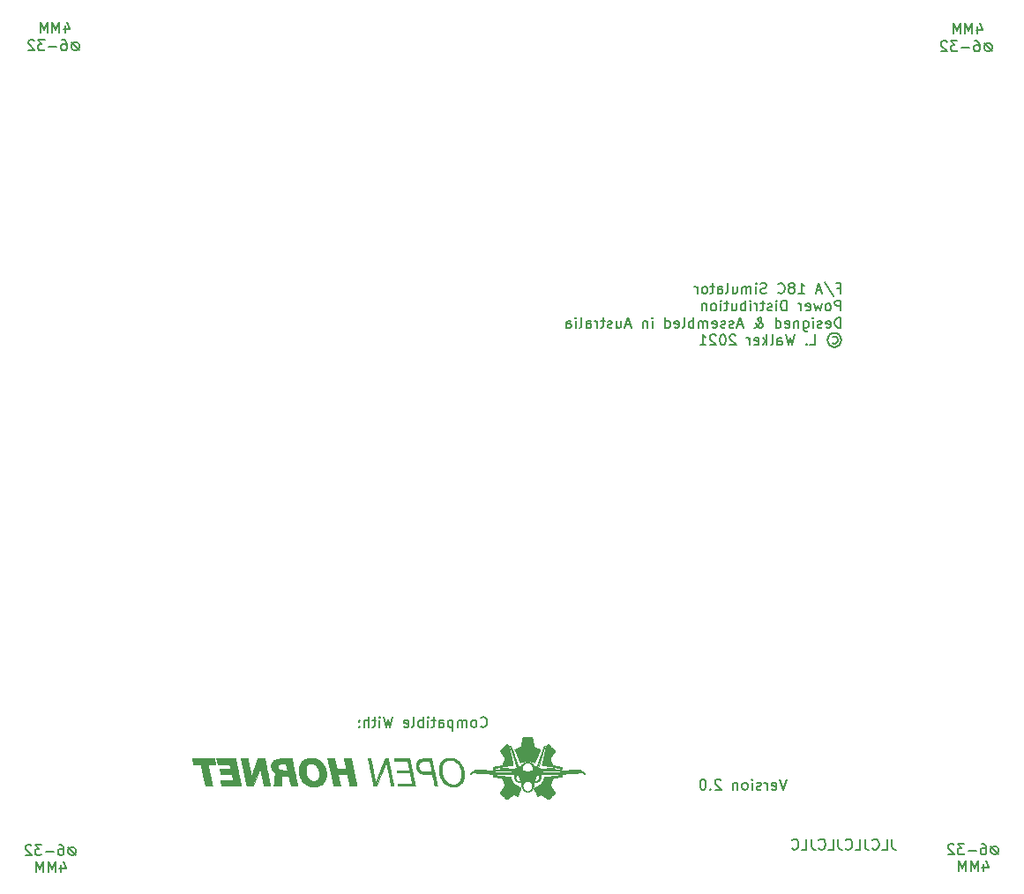
<source format=gbr>
%TF.GenerationSoftware,KiCad,Pcbnew,(5.1.6)-1*%
%TF.CreationDate,2020-12-20T18:31:50+11:00*%
%TF.ProjectId,Power Distro PCB V1,506f7765-7220-4446-9973-74726f205043,rev?*%
%TF.SameCoordinates,Original*%
%TF.FileFunction,Legend,Bot*%
%TF.FilePolarity,Positive*%
%FSLAX46Y46*%
G04 Gerber Fmt 4.6, Leading zero omitted, Abs format (unit mm)*
G04 Created by KiCad (PCBNEW (5.1.6)-1) date 2020-12-20 18:31:50*
%MOMM*%
%LPD*%
G01*
G04 APERTURE LIST*
%ADD10C,0.150000*%
%ADD11C,0.010000*%
G04 APERTURE END LIST*
D10*
X44547619Y-73657142D02*
X44595238Y-73704761D01*
X44738095Y-73752380D01*
X44833333Y-73752380D01*
X44976190Y-73704761D01*
X45071428Y-73609523D01*
X45119047Y-73514285D01*
X45166666Y-73323809D01*
X45166666Y-73180952D01*
X45119047Y-72990476D01*
X45071428Y-72895238D01*
X44976190Y-72800000D01*
X44833333Y-72752380D01*
X44738095Y-72752380D01*
X44595238Y-72800000D01*
X44547619Y-72847619D01*
X43976190Y-73752380D02*
X44071428Y-73704761D01*
X44119047Y-73657142D01*
X44166666Y-73561904D01*
X44166666Y-73276190D01*
X44119047Y-73180952D01*
X44071428Y-73133333D01*
X43976190Y-73085714D01*
X43833333Y-73085714D01*
X43738095Y-73133333D01*
X43690476Y-73180952D01*
X43642857Y-73276190D01*
X43642857Y-73561904D01*
X43690476Y-73657142D01*
X43738095Y-73704761D01*
X43833333Y-73752380D01*
X43976190Y-73752380D01*
X43214285Y-73752380D02*
X43214285Y-73085714D01*
X43214285Y-73180952D02*
X43166666Y-73133333D01*
X43071428Y-73085714D01*
X42928571Y-73085714D01*
X42833333Y-73133333D01*
X42785714Y-73228571D01*
X42785714Y-73752380D01*
X42785714Y-73228571D02*
X42738095Y-73133333D01*
X42642857Y-73085714D01*
X42500000Y-73085714D01*
X42404761Y-73133333D01*
X42357142Y-73228571D01*
X42357142Y-73752380D01*
X41880952Y-73085714D02*
X41880952Y-74085714D01*
X41880952Y-73133333D02*
X41785714Y-73085714D01*
X41595238Y-73085714D01*
X41500000Y-73133333D01*
X41452380Y-73180952D01*
X41404761Y-73276190D01*
X41404761Y-73561904D01*
X41452380Y-73657142D01*
X41500000Y-73704761D01*
X41595238Y-73752380D01*
X41785714Y-73752380D01*
X41880952Y-73704761D01*
X40547619Y-73752380D02*
X40547619Y-73228571D01*
X40595238Y-73133333D01*
X40690476Y-73085714D01*
X40880952Y-73085714D01*
X40976190Y-73133333D01*
X40547619Y-73704761D02*
X40642857Y-73752380D01*
X40880952Y-73752380D01*
X40976190Y-73704761D01*
X41023809Y-73609523D01*
X41023809Y-73514285D01*
X40976190Y-73419047D01*
X40880952Y-73371428D01*
X40642857Y-73371428D01*
X40547619Y-73323809D01*
X40214285Y-73085714D02*
X39833333Y-73085714D01*
X40071428Y-72752380D02*
X40071428Y-73609523D01*
X40023809Y-73704761D01*
X39928571Y-73752380D01*
X39833333Y-73752380D01*
X39500000Y-73752380D02*
X39500000Y-73085714D01*
X39500000Y-72752380D02*
X39547619Y-72800000D01*
X39500000Y-72847619D01*
X39452380Y-72800000D01*
X39500000Y-72752380D01*
X39500000Y-72847619D01*
X39023809Y-73752380D02*
X39023809Y-72752380D01*
X39023809Y-73133333D02*
X38928571Y-73085714D01*
X38738095Y-73085714D01*
X38642857Y-73133333D01*
X38595238Y-73180952D01*
X38547619Y-73276190D01*
X38547619Y-73561904D01*
X38595238Y-73657142D01*
X38642857Y-73704761D01*
X38738095Y-73752380D01*
X38928571Y-73752380D01*
X39023809Y-73704761D01*
X37976190Y-73752380D02*
X38071428Y-73704761D01*
X38119047Y-73609523D01*
X38119047Y-72752380D01*
X37214285Y-73704761D02*
X37309523Y-73752380D01*
X37500000Y-73752380D01*
X37595238Y-73704761D01*
X37642857Y-73609523D01*
X37642857Y-73228571D01*
X37595238Y-73133333D01*
X37500000Y-73085714D01*
X37309523Y-73085714D01*
X37214285Y-73133333D01*
X37166666Y-73228571D01*
X37166666Y-73323809D01*
X37642857Y-73419047D01*
X36071428Y-72752380D02*
X35833333Y-73752380D01*
X35642857Y-73038095D01*
X35452380Y-73752380D01*
X35214285Y-72752380D01*
X34833333Y-73752380D02*
X34833333Y-73085714D01*
X34833333Y-72752380D02*
X34880952Y-72800000D01*
X34833333Y-72847619D01*
X34785714Y-72800000D01*
X34833333Y-72752380D01*
X34833333Y-72847619D01*
X34500000Y-73085714D02*
X34119047Y-73085714D01*
X34357142Y-72752380D02*
X34357142Y-73609523D01*
X34309523Y-73704761D01*
X34214285Y-73752380D01*
X34119047Y-73752380D01*
X33785714Y-73752380D02*
X33785714Y-72752380D01*
X33357142Y-73752380D02*
X33357142Y-73228571D01*
X33404761Y-73133333D01*
X33499999Y-73085714D01*
X33642857Y-73085714D01*
X33738095Y-73133333D01*
X33785714Y-73180952D01*
X32880952Y-73657142D02*
X32833333Y-73704761D01*
X32880952Y-73752380D01*
X32928571Y-73704761D01*
X32880952Y-73657142D01*
X32880952Y-73752380D01*
X32880952Y-73133333D02*
X32833333Y-73180952D01*
X32880952Y-73228571D01*
X32928571Y-73180952D01*
X32880952Y-73133333D01*
X32880952Y-73228571D01*
X84019047Y-84499200D02*
X84019047Y-85213486D01*
X84066666Y-85356343D01*
X84161904Y-85451581D01*
X84304761Y-85499200D01*
X84400000Y-85499200D01*
X83066666Y-85499200D02*
X83542857Y-85499200D01*
X83542857Y-84499200D01*
X82161904Y-85403962D02*
X82209523Y-85451581D01*
X82352380Y-85499200D01*
X82447619Y-85499200D01*
X82590476Y-85451581D01*
X82685714Y-85356343D01*
X82733333Y-85261105D01*
X82780952Y-85070629D01*
X82780952Y-84927772D01*
X82733333Y-84737296D01*
X82685714Y-84642058D01*
X82590476Y-84546820D01*
X82447619Y-84499200D01*
X82352380Y-84499200D01*
X82209523Y-84546820D01*
X82161904Y-84594439D01*
X81447619Y-84499200D02*
X81447619Y-85213486D01*
X81495238Y-85356343D01*
X81590476Y-85451581D01*
X81733333Y-85499200D01*
X81828571Y-85499200D01*
X80495238Y-85499200D02*
X80971428Y-85499200D01*
X80971428Y-84499200D01*
X79590476Y-85403962D02*
X79638095Y-85451581D01*
X79780952Y-85499200D01*
X79876190Y-85499200D01*
X80019047Y-85451581D01*
X80114285Y-85356343D01*
X80161904Y-85261105D01*
X80209523Y-85070629D01*
X80209523Y-84927772D01*
X80161904Y-84737296D01*
X80114285Y-84642058D01*
X80019047Y-84546820D01*
X79876190Y-84499200D01*
X79780952Y-84499200D01*
X79638095Y-84546820D01*
X79590476Y-84594439D01*
X78876190Y-84499200D02*
X78876190Y-85213486D01*
X78923809Y-85356343D01*
X79019047Y-85451581D01*
X79161904Y-85499200D01*
X79257142Y-85499200D01*
X77923809Y-85499200D02*
X78400000Y-85499200D01*
X78400000Y-84499200D01*
X77019047Y-85403962D02*
X77066666Y-85451581D01*
X77209523Y-85499200D01*
X77304761Y-85499200D01*
X77447619Y-85451581D01*
X77542857Y-85356343D01*
X77590476Y-85261105D01*
X77638095Y-85070629D01*
X77638095Y-84927772D01*
X77590476Y-84737296D01*
X77542857Y-84642058D01*
X77447619Y-84546820D01*
X77304761Y-84499200D01*
X77209523Y-84499200D01*
X77066666Y-84546820D01*
X77019047Y-84594439D01*
X76304761Y-84499200D02*
X76304761Y-85213486D01*
X76352380Y-85356343D01*
X76447619Y-85451581D01*
X76590476Y-85499200D01*
X76685714Y-85499200D01*
X75352380Y-85499200D02*
X75828571Y-85499200D01*
X75828571Y-84499200D01*
X74447619Y-85403962D02*
X74495238Y-85451581D01*
X74638095Y-85499200D01*
X74733333Y-85499200D01*
X74876190Y-85451581D01*
X74971428Y-85356343D01*
X75019047Y-85261105D01*
X75066666Y-85070629D01*
X75066666Y-84927772D01*
X75019047Y-84737296D01*
X74971428Y-84642058D01*
X74876190Y-84546820D01*
X74733333Y-84499200D01*
X74638095Y-84499200D01*
X74495238Y-84546820D01*
X74447619Y-84594439D01*
X73890476Y-78752380D02*
X73557142Y-79752380D01*
X73223809Y-78752380D01*
X72509523Y-79704761D02*
X72604761Y-79752380D01*
X72795238Y-79752380D01*
X72890476Y-79704761D01*
X72938095Y-79609523D01*
X72938095Y-79228571D01*
X72890476Y-79133333D01*
X72795238Y-79085714D01*
X72604761Y-79085714D01*
X72509523Y-79133333D01*
X72461904Y-79228571D01*
X72461904Y-79323809D01*
X72938095Y-79419047D01*
X72033333Y-79752380D02*
X72033333Y-79085714D01*
X72033333Y-79276190D02*
X71985714Y-79180952D01*
X71938095Y-79133333D01*
X71842857Y-79085714D01*
X71747619Y-79085714D01*
X71461904Y-79704761D02*
X71366666Y-79752380D01*
X71176190Y-79752380D01*
X71080952Y-79704761D01*
X71033333Y-79609523D01*
X71033333Y-79561904D01*
X71080952Y-79466666D01*
X71176190Y-79419047D01*
X71319047Y-79419047D01*
X71414285Y-79371428D01*
X71461904Y-79276190D01*
X71461904Y-79228571D01*
X71414285Y-79133333D01*
X71319047Y-79085714D01*
X71176190Y-79085714D01*
X71080952Y-79133333D01*
X70604761Y-79752380D02*
X70604761Y-79085714D01*
X70604761Y-78752380D02*
X70652380Y-78800000D01*
X70604761Y-78847619D01*
X70557142Y-78800000D01*
X70604761Y-78752380D01*
X70604761Y-78847619D01*
X69985714Y-79752380D02*
X70080952Y-79704761D01*
X70128571Y-79657142D01*
X70176190Y-79561904D01*
X70176190Y-79276190D01*
X70128571Y-79180952D01*
X70080952Y-79133333D01*
X69985714Y-79085714D01*
X69842857Y-79085714D01*
X69747619Y-79133333D01*
X69700000Y-79180952D01*
X69652380Y-79276190D01*
X69652380Y-79561904D01*
X69700000Y-79657142D01*
X69747619Y-79704761D01*
X69842857Y-79752380D01*
X69985714Y-79752380D01*
X69223809Y-79085714D02*
X69223809Y-79752380D01*
X69223809Y-79180952D02*
X69176190Y-79133333D01*
X69080952Y-79085714D01*
X68938095Y-79085714D01*
X68842857Y-79133333D01*
X68795238Y-79228571D01*
X68795238Y-79752380D01*
X67604761Y-78847619D02*
X67557142Y-78800000D01*
X67461904Y-78752380D01*
X67223809Y-78752380D01*
X67128571Y-78800000D01*
X67080952Y-78847619D01*
X67033333Y-78942857D01*
X67033333Y-79038095D01*
X67080952Y-79180952D01*
X67652380Y-79752380D01*
X67033333Y-79752380D01*
X66604761Y-79657142D02*
X66557142Y-79704761D01*
X66604761Y-79752380D01*
X66652380Y-79704761D01*
X66604761Y-79657142D01*
X66604761Y-79752380D01*
X65938095Y-78752380D02*
X65842857Y-78752380D01*
X65747619Y-78800000D01*
X65700000Y-78847619D01*
X65652380Y-78942857D01*
X65604761Y-79133333D01*
X65604761Y-79371428D01*
X65652380Y-79561904D01*
X65700000Y-79657142D01*
X65747619Y-79704761D01*
X65842857Y-79752380D01*
X65938095Y-79752380D01*
X66033333Y-79704761D01*
X66080952Y-79657142D01*
X66128571Y-79561904D01*
X66176190Y-79371428D01*
X66176190Y-79133333D01*
X66128571Y-78942857D01*
X66080952Y-78847619D01*
X66033333Y-78800000D01*
X65938095Y-78752380D01*
X78782271Y-31577971D02*
X79115604Y-31577971D01*
X79115604Y-32101780D02*
X79115604Y-31101780D01*
X78639414Y-31101780D01*
X77544176Y-31054161D02*
X78401319Y-32339876D01*
X77258461Y-31816066D02*
X76782271Y-31816066D01*
X77353700Y-32101780D02*
X77020366Y-31101780D01*
X76687033Y-32101780D01*
X75067985Y-32101780D02*
X75639414Y-32101780D01*
X75353700Y-32101780D02*
X75353700Y-31101780D01*
X75448938Y-31244638D01*
X75544176Y-31339876D01*
X75639414Y-31387495D01*
X74496557Y-31530352D02*
X74591795Y-31482733D01*
X74639414Y-31435114D01*
X74687033Y-31339876D01*
X74687033Y-31292257D01*
X74639414Y-31197019D01*
X74591795Y-31149400D01*
X74496557Y-31101780D01*
X74306080Y-31101780D01*
X74210842Y-31149400D01*
X74163223Y-31197019D01*
X74115604Y-31292257D01*
X74115604Y-31339876D01*
X74163223Y-31435114D01*
X74210842Y-31482733D01*
X74306080Y-31530352D01*
X74496557Y-31530352D01*
X74591795Y-31577971D01*
X74639414Y-31625590D01*
X74687033Y-31720828D01*
X74687033Y-31911304D01*
X74639414Y-32006542D01*
X74591795Y-32054161D01*
X74496557Y-32101780D01*
X74306080Y-32101780D01*
X74210842Y-32054161D01*
X74163223Y-32006542D01*
X74115604Y-31911304D01*
X74115604Y-31720828D01*
X74163223Y-31625590D01*
X74210842Y-31577971D01*
X74306080Y-31530352D01*
X73115604Y-32006542D02*
X73163223Y-32054161D01*
X73306080Y-32101780D01*
X73401319Y-32101780D01*
X73544176Y-32054161D01*
X73639414Y-31958923D01*
X73687033Y-31863685D01*
X73734652Y-31673209D01*
X73734652Y-31530352D01*
X73687033Y-31339876D01*
X73639414Y-31244638D01*
X73544176Y-31149400D01*
X73401319Y-31101780D01*
X73306080Y-31101780D01*
X73163223Y-31149400D01*
X73115604Y-31197019D01*
X71972747Y-32054161D02*
X71829890Y-32101780D01*
X71591795Y-32101780D01*
X71496557Y-32054161D01*
X71448938Y-32006542D01*
X71401319Y-31911304D01*
X71401319Y-31816066D01*
X71448938Y-31720828D01*
X71496557Y-31673209D01*
X71591795Y-31625590D01*
X71782271Y-31577971D01*
X71877509Y-31530352D01*
X71925128Y-31482733D01*
X71972747Y-31387495D01*
X71972747Y-31292257D01*
X71925128Y-31197019D01*
X71877509Y-31149400D01*
X71782271Y-31101780D01*
X71544176Y-31101780D01*
X71401319Y-31149400D01*
X70972747Y-32101780D02*
X70972747Y-31435114D01*
X70972747Y-31101780D02*
X71020366Y-31149400D01*
X70972747Y-31197019D01*
X70925128Y-31149400D01*
X70972747Y-31101780D01*
X70972747Y-31197019D01*
X70496557Y-32101780D02*
X70496557Y-31435114D01*
X70496557Y-31530352D02*
X70448938Y-31482733D01*
X70353700Y-31435114D01*
X70210842Y-31435114D01*
X70115604Y-31482733D01*
X70067985Y-31577971D01*
X70067985Y-32101780D01*
X70067985Y-31577971D02*
X70020366Y-31482733D01*
X69925128Y-31435114D01*
X69782271Y-31435114D01*
X69687033Y-31482733D01*
X69639414Y-31577971D01*
X69639414Y-32101780D01*
X68734652Y-31435114D02*
X68734652Y-32101780D01*
X69163223Y-31435114D02*
X69163223Y-31958923D01*
X69115604Y-32054161D01*
X69020366Y-32101780D01*
X68877509Y-32101780D01*
X68782271Y-32054161D01*
X68734652Y-32006542D01*
X68115604Y-32101780D02*
X68210842Y-32054161D01*
X68258461Y-31958923D01*
X68258461Y-31101780D01*
X67306080Y-32101780D02*
X67306080Y-31577971D01*
X67353700Y-31482733D01*
X67448938Y-31435114D01*
X67639414Y-31435114D01*
X67734652Y-31482733D01*
X67306080Y-32054161D02*
X67401319Y-32101780D01*
X67639414Y-32101780D01*
X67734652Y-32054161D01*
X67782271Y-31958923D01*
X67782271Y-31863685D01*
X67734652Y-31768447D01*
X67639414Y-31720828D01*
X67401319Y-31720828D01*
X67306080Y-31673209D01*
X66972747Y-31435114D02*
X66591795Y-31435114D01*
X66829890Y-31101780D02*
X66829890Y-31958923D01*
X66782271Y-32054161D01*
X66687033Y-32101780D01*
X66591795Y-32101780D01*
X66115604Y-32101780D02*
X66210842Y-32054161D01*
X66258461Y-32006542D01*
X66306080Y-31911304D01*
X66306080Y-31625590D01*
X66258461Y-31530352D01*
X66210842Y-31482733D01*
X66115604Y-31435114D01*
X65972747Y-31435114D01*
X65877509Y-31482733D01*
X65829890Y-31530352D01*
X65782271Y-31625590D01*
X65782271Y-31911304D01*
X65829890Y-32006542D01*
X65877509Y-32054161D01*
X65972747Y-32101780D01*
X66115604Y-32101780D01*
X65353700Y-32101780D02*
X65353700Y-31435114D01*
X65353700Y-31625590D02*
X65306080Y-31530352D01*
X65258461Y-31482733D01*
X65163223Y-31435114D01*
X65067985Y-31435114D01*
X79115604Y-33751780D02*
X79115604Y-32751780D01*
X78734652Y-32751780D01*
X78639414Y-32799400D01*
X78591795Y-32847019D01*
X78544176Y-32942257D01*
X78544176Y-33085114D01*
X78591795Y-33180352D01*
X78639414Y-33227971D01*
X78734652Y-33275590D01*
X79115604Y-33275590D01*
X77972747Y-33751780D02*
X78067985Y-33704161D01*
X78115604Y-33656542D01*
X78163223Y-33561304D01*
X78163223Y-33275590D01*
X78115604Y-33180352D01*
X78067985Y-33132733D01*
X77972747Y-33085114D01*
X77829890Y-33085114D01*
X77734652Y-33132733D01*
X77687033Y-33180352D01*
X77639414Y-33275590D01*
X77639414Y-33561304D01*
X77687033Y-33656542D01*
X77734652Y-33704161D01*
X77829890Y-33751780D01*
X77972747Y-33751780D01*
X77306080Y-33085114D02*
X77115604Y-33751780D01*
X76925128Y-33275590D01*
X76734652Y-33751780D01*
X76544176Y-33085114D01*
X75782271Y-33704161D02*
X75877509Y-33751780D01*
X76067985Y-33751780D01*
X76163223Y-33704161D01*
X76210842Y-33608923D01*
X76210842Y-33227971D01*
X76163223Y-33132733D01*
X76067985Y-33085114D01*
X75877509Y-33085114D01*
X75782271Y-33132733D01*
X75734652Y-33227971D01*
X75734652Y-33323209D01*
X76210842Y-33418447D01*
X75306080Y-33751780D02*
X75306080Y-33085114D01*
X75306080Y-33275590D02*
X75258461Y-33180352D01*
X75210842Y-33132733D01*
X75115604Y-33085114D01*
X75020366Y-33085114D01*
X73925128Y-33751780D02*
X73925128Y-32751780D01*
X73687033Y-32751780D01*
X73544176Y-32799400D01*
X73448938Y-32894638D01*
X73401319Y-32989876D01*
X73353700Y-33180352D01*
X73353700Y-33323209D01*
X73401319Y-33513685D01*
X73448938Y-33608923D01*
X73544176Y-33704161D01*
X73687033Y-33751780D01*
X73925128Y-33751780D01*
X72925128Y-33751780D02*
X72925128Y-33085114D01*
X72925128Y-32751780D02*
X72972747Y-32799400D01*
X72925128Y-32847019D01*
X72877509Y-32799400D01*
X72925128Y-32751780D01*
X72925128Y-32847019D01*
X72496557Y-33704161D02*
X72401319Y-33751780D01*
X72210842Y-33751780D01*
X72115604Y-33704161D01*
X72067985Y-33608923D01*
X72067985Y-33561304D01*
X72115604Y-33466066D01*
X72210842Y-33418447D01*
X72353700Y-33418447D01*
X72448938Y-33370828D01*
X72496557Y-33275590D01*
X72496557Y-33227971D01*
X72448938Y-33132733D01*
X72353700Y-33085114D01*
X72210842Y-33085114D01*
X72115604Y-33132733D01*
X71782271Y-33085114D02*
X71401319Y-33085114D01*
X71639414Y-32751780D02*
X71639414Y-33608923D01*
X71591795Y-33704161D01*
X71496557Y-33751780D01*
X71401319Y-33751780D01*
X71067985Y-33751780D02*
X71067985Y-33085114D01*
X71067985Y-33275590D02*
X71020366Y-33180352D01*
X70972747Y-33132733D01*
X70877509Y-33085114D01*
X70782271Y-33085114D01*
X70448938Y-33751780D02*
X70448938Y-33085114D01*
X70448938Y-32751780D02*
X70496557Y-32799400D01*
X70448938Y-32847019D01*
X70401319Y-32799400D01*
X70448938Y-32751780D01*
X70448938Y-32847019D01*
X69972747Y-33751780D02*
X69972747Y-32751780D01*
X69972747Y-33132733D02*
X69877509Y-33085114D01*
X69687033Y-33085114D01*
X69591795Y-33132733D01*
X69544176Y-33180352D01*
X69496557Y-33275590D01*
X69496557Y-33561304D01*
X69544176Y-33656542D01*
X69591795Y-33704161D01*
X69687033Y-33751780D01*
X69877509Y-33751780D01*
X69972747Y-33704161D01*
X68639414Y-33085114D02*
X68639414Y-33751780D01*
X69067985Y-33085114D02*
X69067985Y-33608923D01*
X69020366Y-33704161D01*
X68925128Y-33751780D01*
X68782271Y-33751780D01*
X68687033Y-33704161D01*
X68639414Y-33656542D01*
X68306080Y-33085114D02*
X67925128Y-33085114D01*
X68163223Y-32751780D02*
X68163223Y-33608923D01*
X68115604Y-33704161D01*
X68020366Y-33751780D01*
X67925128Y-33751780D01*
X67591795Y-33751780D02*
X67591795Y-33085114D01*
X67591795Y-32751780D02*
X67639414Y-32799400D01*
X67591795Y-32847019D01*
X67544176Y-32799400D01*
X67591795Y-32751780D01*
X67591795Y-32847019D01*
X66972747Y-33751780D02*
X67067985Y-33704161D01*
X67115604Y-33656542D01*
X67163223Y-33561304D01*
X67163223Y-33275590D01*
X67115604Y-33180352D01*
X67067985Y-33132733D01*
X66972747Y-33085114D01*
X66829890Y-33085114D01*
X66734652Y-33132733D01*
X66687033Y-33180352D01*
X66639414Y-33275590D01*
X66639414Y-33561304D01*
X66687033Y-33656542D01*
X66734652Y-33704161D01*
X66829890Y-33751780D01*
X66972747Y-33751780D01*
X66210842Y-33085114D02*
X66210842Y-33751780D01*
X66210842Y-33180352D02*
X66163223Y-33132733D01*
X66067985Y-33085114D01*
X65925128Y-33085114D01*
X65829890Y-33132733D01*
X65782271Y-33227971D01*
X65782271Y-33751780D01*
X79115604Y-35401780D02*
X79115604Y-34401780D01*
X78877509Y-34401780D01*
X78734652Y-34449400D01*
X78639414Y-34544638D01*
X78591795Y-34639876D01*
X78544176Y-34830352D01*
X78544176Y-34973209D01*
X78591795Y-35163685D01*
X78639414Y-35258923D01*
X78734652Y-35354161D01*
X78877509Y-35401780D01*
X79115604Y-35401780D01*
X77734652Y-35354161D02*
X77829890Y-35401780D01*
X78020366Y-35401780D01*
X78115604Y-35354161D01*
X78163223Y-35258923D01*
X78163223Y-34877971D01*
X78115604Y-34782733D01*
X78020366Y-34735114D01*
X77829890Y-34735114D01*
X77734652Y-34782733D01*
X77687033Y-34877971D01*
X77687033Y-34973209D01*
X78163223Y-35068447D01*
X77306080Y-35354161D02*
X77210842Y-35401780D01*
X77020366Y-35401780D01*
X76925128Y-35354161D01*
X76877509Y-35258923D01*
X76877509Y-35211304D01*
X76925128Y-35116066D01*
X77020366Y-35068447D01*
X77163223Y-35068447D01*
X77258461Y-35020828D01*
X77306080Y-34925590D01*
X77306080Y-34877971D01*
X77258461Y-34782733D01*
X77163223Y-34735114D01*
X77020366Y-34735114D01*
X76925128Y-34782733D01*
X76448938Y-35401780D02*
X76448938Y-34735114D01*
X76448938Y-34401780D02*
X76496557Y-34449400D01*
X76448938Y-34497019D01*
X76401319Y-34449400D01*
X76448938Y-34401780D01*
X76448938Y-34497019D01*
X75544176Y-34735114D02*
X75544176Y-35544638D01*
X75591795Y-35639876D01*
X75639414Y-35687495D01*
X75734652Y-35735114D01*
X75877509Y-35735114D01*
X75972747Y-35687495D01*
X75544176Y-35354161D02*
X75639414Y-35401780D01*
X75829890Y-35401780D01*
X75925128Y-35354161D01*
X75972747Y-35306542D01*
X76020366Y-35211304D01*
X76020366Y-34925590D01*
X75972747Y-34830352D01*
X75925128Y-34782733D01*
X75829890Y-34735114D01*
X75639414Y-34735114D01*
X75544176Y-34782733D01*
X75067985Y-34735114D02*
X75067985Y-35401780D01*
X75067985Y-34830352D02*
X75020366Y-34782733D01*
X74925128Y-34735114D01*
X74782271Y-34735114D01*
X74687033Y-34782733D01*
X74639414Y-34877971D01*
X74639414Y-35401780D01*
X73782271Y-35354161D02*
X73877509Y-35401780D01*
X74067985Y-35401780D01*
X74163223Y-35354161D01*
X74210842Y-35258923D01*
X74210842Y-34877971D01*
X74163223Y-34782733D01*
X74067985Y-34735114D01*
X73877509Y-34735114D01*
X73782271Y-34782733D01*
X73734652Y-34877971D01*
X73734652Y-34973209D01*
X74210842Y-35068447D01*
X72877509Y-35401780D02*
X72877509Y-34401780D01*
X72877509Y-35354161D02*
X72972747Y-35401780D01*
X73163223Y-35401780D01*
X73258461Y-35354161D01*
X73306080Y-35306542D01*
X73353700Y-35211304D01*
X73353700Y-34925590D01*
X73306080Y-34830352D01*
X73258461Y-34782733D01*
X73163223Y-34735114D01*
X72972747Y-34735114D01*
X72877509Y-34782733D01*
X70829890Y-35401780D02*
X70877509Y-35401780D01*
X70972747Y-35354161D01*
X71115604Y-35211304D01*
X71353700Y-34925590D01*
X71448938Y-34782733D01*
X71496557Y-34639876D01*
X71496557Y-34544638D01*
X71448938Y-34449400D01*
X71353700Y-34401780D01*
X71306080Y-34401780D01*
X71210842Y-34449400D01*
X71163223Y-34544638D01*
X71163223Y-34592257D01*
X71210842Y-34687495D01*
X71258461Y-34735114D01*
X71544176Y-34925590D01*
X71591795Y-34973209D01*
X71639414Y-35068447D01*
X71639414Y-35211304D01*
X71591795Y-35306542D01*
X71544176Y-35354161D01*
X71448938Y-35401780D01*
X71306080Y-35401780D01*
X71210842Y-35354161D01*
X71163223Y-35306542D01*
X71020366Y-35116066D01*
X70972747Y-34973209D01*
X70972747Y-34877971D01*
X69687033Y-35116066D02*
X69210842Y-35116066D01*
X69782271Y-35401780D02*
X69448938Y-34401780D01*
X69115604Y-35401780D01*
X68829890Y-35354161D02*
X68734652Y-35401780D01*
X68544176Y-35401780D01*
X68448938Y-35354161D01*
X68401319Y-35258923D01*
X68401319Y-35211304D01*
X68448938Y-35116066D01*
X68544176Y-35068447D01*
X68687033Y-35068447D01*
X68782271Y-35020828D01*
X68829890Y-34925590D01*
X68829890Y-34877971D01*
X68782271Y-34782733D01*
X68687033Y-34735114D01*
X68544176Y-34735114D01*
X68448938Y-34782733D01*
X68020366Y-35354161D02*
X67925128Y-35401780D01*
X67734652Y-35401780D01*
X67639414Y-35354161D01*
X67591795Y-35258923D01*
X67591795Y-35211304D01*
X67639414Y-35116066D01*
X67734652Y-35068447D01*
X67877509Y-35068447D01*
X67972747Y-35020828D01*
X68020366Y-34925590D01*
X68020366Y-34877971D01*
X67972747Y-34782733D01*
X67877509Y-34735114D01*
X67734652Y-34735114D01*
X67639414Y-34782733D01*
X66782271Y-35354161D02*
X66877509Y-35401780D01*
X67067985Y-35401780D01*
X67163223Y-35354161D01*
X67210842Y-35258923D01*
X67210842Y-34877971D01*
X67163223Y-34782733D01*
X67067985Y-34735114D01*
X66877509Y-34735114D01*
X66782271Y-34782733D01*
X66734652Y-34877971D01*
X66734652Y-34973209D01*
X67210842Y-35068447D01*
X66306080Y-35401780D02*
X66306080Y-34735114D01*
X66306080Y-34830352D02*
X66258461Y-34782733D01*
X66163223Y-34735114D01*
X66020366Y-34735114D01*
X65925128Y-34782733D01*
X65877509Y-34877971D01*
X65877509Y-35401780D01*
X65877509Y-34877971D02*
X65829890Y-34782733D01*
X65734652Y-34735114D01*
X65591795Y-34735114D01*
X65496557Y-34782733D01*
X65448938Y-34877971D01*
X65448938Y-35401780D01*
X64972747Y-35401780D02*
X64972747Y-34401780D01*
X64972747Y-34782733D02*
X64877509Y-34735114D01*
X64687033Y-34735114D01*
X64591795Y-34782733D01*
X64544176Y-34830352D01*
X64496557Y-34925590D01*
X64496557Y-35211304D01*
X64544176Y-35306542D01*
X64591795Y-35354161D01*
X64687033Y-35401780D01*
X64877509Y-35401780D01*
X64972747Y-35354161D01*
X63925128Y-35401780D02*
X64020366Y-35354161D01*
X64067985Y-35258923D01*
X64067985Y-34401780D01*
X63163223Y-35354161D02*
X63258461Y-35401780D01*
X63448938Y-35401780D01*
X63544176Y-35354161D01*
X63591795Y-35258923D01*
X63591795Y-34877971D01*
X63544176Y-34782733D01*
X63448938Y-34735114D01*
X63258461Y-34735114D01*
X63163223Y-34782733D01*
X63115604Y-34877971D01*
X63115604Y-34973209D01*
X63591795Y-35068447D01*
X62258461Y-35401780D02*
X62258461Y-34401780D01*
X62258461Y-35354161D02*
X62353700Y-35401780D01*
X62544176Y-35401780D01*
X62639414Y-35354161D01*
X62687033Y-35306542D01*
X62734652Y-35211304D01*
X62734652Y-34925590D01*
X62687033Y-34830352D01*
X62639414Y-34782733D01*
X62544176Y-34735114D01*
X62353700Y-34735114D01*
X62258461Y-34782733D01*
X61020366Y-35401780D02*
X61020366Y-34735114D01*
X61020366Y-34401780D02*
X61067985Y-34449400D01*
X61020366Y-34497019D01*
X60972747Y-34449400D01*
X61020366Y-34401780D01*
X61020366Y-34497019D01*
X60544176Y-34735114D02*
X60544176Y-35401780D01*
X60544176Y-34830352D02*
X60496557Y-34782733D01*
X60401319Y-34735114D01*
X60258461Y-34735114D01*
X60163223Y-34782733D01*
X60115604Y-34877971D01*
X60115604Y-35401780D01*
X58925128Y-35116066D02*
X58448938Y-35116066D01*
X59020366Y-35401780D02*
X58687033Y-34401780D01*
X58353700Y-35401780D01*
X57591795Y-34735114D02*
X57591795Y-35401780D01*
X58020366Y-34735114D02*
X58020366Y-35258923D01*
X57972747Y-35354161D01*
X57877509Y-35401780D01*
X57734652Y-35401780D01*
X57639414Y-35354161D01*
X57591795Y-35306542D01*
X57163223Y-35354161D02*
X57067985Y-35401780D01*
X56877509Y-35401780D01*
X56782271Y-35354161D01*
X56734652Y-35258923D01*
X56734652Y-35211304D01*
X56782271Y-35116066D01*
X56877509Y-35068447D01*
X57020366Y-35068447D01*
X57115604Y-35020828D01*
X57163223Y-34925590D01*
X57163223Y-34877971D01*
X57115604Y-34782733D01*
X57020366Y-34735114D01*
X56877509Y-34735114D01*
X56782271Y-34782733D01*
X56448938Y-34735114D02*
X56067985Y-34735114D01*
X56306080Y-34401780D02*
X56306080Y-35258923D01*
X56258461Y-35354161D01*
X56163223Y-35401780D01*
X56067985Y-35401780D01*
X55734652Y-35401780D02*
X55734652Y-34735114D01*
X55734652Y-34925590D02*
X55687033Y-34830352D01*
X55639414Y-34782733D01*
X55544176Y-34735114D01*
X55448938Y-34735114D01*
X54687033Y-35401780D02*
X54687033Y-34877971D01*
X54734652Y-34782733D01*
X54829890Y-34735114D01*
X55020366Y-34735114D01*
X55115604Y-34782733D01*
X54687033Y-35354161D02*
X54782271Y-35401780D01*
X55020366Y-35401780D01*
X55115604Y-35354161D01*
X55163223Y-35258923D01*
X55163223Y-35163685D01*
X55115604Y-35068447D01*
X55020366Y-35020828D01*
X54782271Y-35020828D01*
X54687033Y-34973209D01*
X54067985Y-35401780D02*
X54163223Y-35354161D01*
X54210842Y-35258923D01*
X54210842Y-34401780D01*
X53687033Y-35401780D02*
X53687033Y-34735114D01*
X53687033Y-34401780D02*
X53734652Y-34449400D01*
X53687033Y-34497019D01*
X53639414Y-34449400D01*
X53687033Y-34401780D01*
X53687033Y-34497019D01*
X52782271Y-35401780D02*
X52782271Y-34877971D01*
X52829890Y-34782733D01*
X52925128Y-34735114D01*
X53115604Y-34735114D01*
X53210842Y-34782733D01*
X52782271Y-35354161D02*
X52877509Y-35401780D01*
X53115604Y-35401780D01*
X53210842Y-35354161D01*
X53258461Y-35258923D01*
X53258461Y-35163685D01*
X53210842Y-35068447D01*
X53115604Y-35020828D01*
X52877509Y-35020828D01*
X52782271Y-34973209D01*
X78306080Y-36289876D02*
X78401319Y-36242257D01*
X78591795Y-36242257D01*
X78687033Y-36289876D01*
X78782271Y-36385114D01*
X78829890Y-36480352D01*
X78829890Y-36670828D01*
X78782271Y-36766066D01*
X78687033Y-36861304D01*
X78591795Y-36908923D01*
X78401319Y-36908923D01*
X78306080Y-36861304D01*
X78496557Y-35908923D02*
X78734652Y-35956542D01*
X78972747Y-36099400D01*
X79115604Y-36337495D01*
X79163223Y-36575590D01*
X79115604Y-36813685D01*
X78972747Y-37051780D01*
X78734652Y-37194638D01*
X78496557Y-37242257D01*
X78258461Y-37194638D01*
X78020366Y-37051780D01*
X77877509Y-36813685D01*
X77829890Y-36575590D01*
X77877509Y-36337495D01*
X78020366Y-36099400D01*
X78258461Y-35956542D01*
X78496557Y-35908923D01*
X76163223Y-37051780D02*
X76639414Y-37051780D01*
X76639414Y-36051780D01*
X75829890Y-36956542D02*
X75782271Y-37004161D01*
X75829890Y-37051780D01*
X75877509Y-37004161D01*
X75829890Y-36956542D01*
X75829890Y-37051780D01*
X74687033Y-36051780D02*
X74448938Y-37051780D01*
X74258461Y-36337495D01*
X74067985Y-37051780D01*
X73829890Y-36051780D01*
X73020366Y-37051780D02*
X73020366Y-36527971D01*
X73067985Y-36432733D01*
X73163223Y-36385114D01*
X73353700Y-36385114D01*
X73448938Y-36432733D01*
X73020366Y-37004161D02*
X73115604Y-37051780D01*
X73353700Y-37051780D01*
X73448938Y-37004161D01*
X73496557Y-36908923D01*
X73496557Y-36813685D01*
X73448938Y-36718447D01*
X73353700Y-36670828D01*
X73115604Y-36670828D01*
X73020366Y-36623209D01*
X72401319Y-37051780D02*
X72496557Y-37004161D01*
X72544176Y-36908923D01*
X72544176Y-36051780D01*
X72020366Y-37051780D02*
X72020366Y-36051780D01*
X71925128Y-36670828D02*
X71639414Y-37051780D01*
X71639414Y-36385114D02*
X72020366Y-36766066D01*
X70829890Y-37004161D02*
X70925128Y-37051780D01*
X71115604Y-37051780D01*
X71210842Y-37004161D01*
X71258461Y-36908923D01*
X71258461Y-36527971D01*
X71210842Y-36432733D01*
X71115604Y-36385114D01*
X70925128Y-36385114D01*
X70829890Y-36432733D01*
X70782271Y-36527971D01*
X70782271Y-36623209D01*
X71258461Y-36718447D01*
X70353700Y-37051780D02*
X70353700Y-36385114D01*
X70353700Y-36575590D02*
X70306080Y-36480352D01*
X70258461Y-36432733D01*
X70163223Y-36385114D01*
X70067985Y-36385114D01*
X69020366Y-36147019D02*
X68972747Y-36099400D01*
X68877509Y-36051780D01*
X68639414Y-36051780D01*
X68544176Y-36099400D01*
X68496557Y-36147019D01*
X68448938Y-36242257D01*
X68448938Y-36337495D01*
X68496557Y-36480352D01*
X69067985Y-37051780D01*
X68448938Y-37051780D01*
X67829890Y-36051780D02*
X67734652Y-36051780D01*
X67639414Y-36099400D01*
X67591795Y-36147019D01*
X67544176Y-36242257D01*
X67496557Y-36432733D01*
X67496557Y-36670828D01*
X67544176Y-36861304D01*
X67591795Y-36956542D01*
X67639414Y-37004161D01*
X67734652Y-37051780D01*
X67829890Y-37051780D01*
X67925128Y-37004161D01*
X67972747Y-36956542D01*
X68020366Y-36861304D01*
X68067985Y-36670828D01*
X68067985Y-36432733D01*
X68020366Y-36242257D01*
X67972747Y-36147019D01*
X67925128Y-36099400D01*
X67829890Y-36051780D01*
X67115604Y-36147019D02*
X67067985Y-36099400D01*
X66972747Y-36051780D01*
X66734652Y-36051780D01*
X66639414Y-36099400D01*
X66591795Y-36147019D01*
X66544176Y-36242257D01*
X66544176Y-36337495D01*
X66591795Y-36480352D01*
X67163223Y-37051780D01*
X66544176Y-37051780D01*
X65591795Y-37051780D02*
X66163223Y-37051780D01*
X65877509Y-37051780D02*
X65877509Y-36051780D01*
X65972747Y-36194638D01*
X66067985Y-36289876D01*
X66163223Y-36337495D01*
D11*
%TO.C,1*%
G36*
X52318870Y-78348169D02*
G01*
X52306057Y-78349538D01*
X52285826Y-78351753D01*
X52258674Y-78354755D01*
X52225097Y-78358489D01*
X52185594Y-78362899D01*
X52140660Y-78367929D01*
X52090793Y-78373522D01*
X52036491Y-78379622D01*
X51978249Y-78386173D01*
X51916566Y-78393118D01*
X51851938Y-78400402D01*
X51784862Y-78407968D01*
X51715835Y-78415760D01*
X51645355Y-78423721D01*
X51573919Y-78431796D01*
X51502022Y-78439928D01*
X51430164Y-78448061D01*
X51358840Y-78456139D01*
X51288548Y-78464105D01*
X51219784Y-78471904D01*
X51153047Y-78479478D01*
X51088832Y-78486773D01*
X51027637Y-78493731D01*
X50969959Y-78500296D01*
X50916295Y-78506413D01*
X50867142Y-78512024D01*
X50822998Y-78517074D01*
X50784358Y-78521506D01*
X50751721Y-78525265D01*
X50725584Y-78528293D01*
X50706442Y-78530536D01*
X50694794Y-78531935D01*
X50691738Y-78532329D01*
X50680177Y-78534787D01*
X50674389Y-78539150D01*
X50671800Y-78546758D01*
X50669553Y-78553171D01*
X50664162Y-78566398D01*
X50656020Y-78585563D01*
X50645522Y-78609790D01*
X50633062Y-78638200D01*
X50619034Y-78669917D01*
X50603832Y-78704065D01*
X50587850Y-78739766D01*
X50571483Y-78776144D01*
X50555125Y-78812321D01*
X50539171Y-78847422D01*
X50524013Y-78880568D01*
X50510047Y-78910883D01*
X50497667Y-78937490D01*
X50487267Y-78959513D01*
X50479241Y-78976074D01*
X50475307Y-78983832D01*
X50454436Y-79019167D01*
X50427821Y-79057331D01*
X50396899Y-79096670D01*
X50363110Y-79135530D01*
X50327893Y-79172259D01*
X50292685Y-79205202D01*
X50258926Y-79232708D01*
X50258433Y-79233074D01*
X50250815Y-79238146D01*
X50236594Y-79247033D01*
X50216493Y-79259308D01*
X50191238Y-79274545D01*
X50161554Y-79292319D01*
X50128165Y-79312204D01*
X50091797Y-79333775D01*
X50053174Y-79356605D01*
X50013021Y-79380269D01*
X49972063Y-79404341D01*
X49931024Y-79428396D01*
X49890630Y-79452008D01*
X49851606Y-79474750D01*
X49814675Y-79496198D01*
X49780564Y-79515925D01*
X49749996Y-79533506D01*
X49723698Y-79548515D01*
X49702392Y-79560526D01*
X49686806Y-79569114D01*
X49681527Y-79571917D01*
X49662659Y-79581716D01*
X49822948Y-79969066D01*
X49851406Y-80037694D01*
X49877520Y-80100369D01*
X49901201Y-80156889D01*
X49922362Y-80207048D01*
X49940916Y-80250642D01*
X49956774Y-80287467D01*
X49969850Y-80317320D01*
X49980055Y-80339995D01*
X49987302Y-80355289D01*
X49991505Y-80362997D01*
X49992187Y-80363825D01*
X50003067Y-80369542D01*
X50011996Y-80371233D01*
X50018024Y-80369286D01*
X50030640Y-80363729D01*
X50048988Y-80354987D01*
X50072213Y-80343486D01*
X50099458Y-80329652D01*
X50129869Y-80313910D01*
X50162591Y-80296687D01*
X50173657Y-80290800D01*
X50212894Y-80269925D01*
X50245452Y-80252782D01*
X50272090Y-80239061D01*
X50293568Y-80228448D01*
X50310646Y-80220633D01*
X50324084Y-80215306D01*
X50334640Y-80212154D01*
X50343076Y-80210866D01*
X50350150Y-80211131D01*
X50356622Y-80212639D01*
X50360816Y-80214118D01*
X50365660Y-80217014D01*
X50376977Y-80224371D01*
X50394265Y-80235851D01*
X50417024Y-80251113D01*
X50444752Y-80269819D01*
X50476949Y-80291628D01*
X50513113Y-80316201D01*
X50552744Y-80343199D01*
X50595340Y-80372282D01*
X50640400Y-80403110D01*
X50687423Y-80435345D01*
X50698166Y-80442718D01*
X50754322Y-80481263D01*
X50803932Y-80515285D01*
X50847434Y-80545050D01*
X50885264Y-80570821D01*
X50917859Y-80592866D01*
X50945657Y-80611448D01*
X50969094Y-80626833D01*
X50988607Y-80639286D01*
X51004634Y-80649073D01*
X51017610Y-80656458D01*
X51027974Y-80661708D01*
X51036163Y-80665086D01*
X51042612Y-80666859D01*
X51047760Y-80667291D01*
X51052043Y-80666648D01*
X51055898Y-80665195D01*
X51059763Y-80663197D01*
X51060650Y-80662715D01*
X51065189Y-80658898D01*
X51075183Y-80649564D01*
X51090132Y-80635212D01*
X51109538Y-80616340D01*
X51132904Y-80593447D01*
X51159730Y-80567031D01*
X51189519Y-80537590D01*
X51221772Y-80505622D01*
X51255990Y-80471627D01*
X51291675Y-80436101D01*
X51328330Y-80399544D01*
X51365455Y-80362453D01*
X51402553Y-80325328D01*
X51439124Y-80288665D01*
X51474671Y-80252965D01*
X51508695Y-80218724D01*
X51540699Y-80186442D01*
X51570182Y-80156616D01*
X51596648Y-80129745D01*
X51619598Y-80106327D01*
X51638534Y-80086860D01*
X51652956Y-80071844D01*
X51662368Y-80061775D01*
X51666270Y-80057153D01*
X51666289Y-80057118D01*
X51670465Y-80047869D01*
X51672274Y-80038954D01*
X51671285Y-80029203D01*
X51667061Y-80017445D01*
X51659169Y-80002509D01*
X51647174Y-79983225D01*
X51630643Y-79958422D01*
X51628520Y-79955293D01*
X51618883Y-79941148D01*
X51604945Y-79920745D01*
X51587199Y-79894807D01*
X51566140Y-79864055D01*
X51542261Y-79829208D01*
X51516056Y-79790987D01*
X51488021Y-79750115D01*
X51458648Y-79707311D01*
X51428433Y-79663296D01*
X51401479Y-79624050D01*
X51372098Y-79581209D01*
X51344024Y-79540144D01*
X51317642Y-79501427D01*
X51293336Y-79465626D01*
X51271490Y-79433312D01*
X51252489Y-79405056D01*
X51236717Y-79381427D01*
X51224559Y-79362995D01*
X51216399Y-79350331D01*
X51212621Y-79344005D01*
X51212493Y-79343727D01*
X51208391Y-79330636D01*
X51206700Y-79318447D01*
X51208264Y-79312339D01*
X51212764Y-79299125D01*
X51219909Y-79279530D01*
X51229410Y-79254275D01*
X51240977Y-79224084D01*
X51254319Y-79189679D01*
X51269146Y-79151783D01*
X51285170Y-79111120D01*
X51302099Y-79068412D01*
X51319644Y-79024382D01*
X51337515Y-78979753D01*
X51355421Y-78935249D01*
X51373074Y-78891591D01*
X51390182Y-78849503D01*
X51406456Y-78809709D01*
X51421607Y-78772930D01*
X51435343Y-78739890D01*
X51447376Y-78711311D01*
X51457414Y-78687917D01*
X51465169Y-78670431D01*
X51470350Y-78659575D01*
X51472261Y-78656343D01*
X51481022Y-78647095D01*
X51488857Y-78640643D01*
X51489812Y-78640078D01*
X51494897Y-78638785D01*
X51507728Y-78636069D01*
X51527725Y-78632042D01*
X51554306Y-78626814D01*
X51586893Y-78620497D01*
X51624903Y-78613203D01*
X51667757Y-78605042D01*
X51714875Y-78596126D01*
X51765675Y-78586565D01*
X51819578Y-78576472D01*
X51876003Y-78565957D01*
X51898931Y-78561698D01*
X51972205Y-78548062D01*
X52037435Y-78535841D01*
X52094914Y-78524976D01*
X52144934Y-78515408D01*
X52187789Y-78507079D01*
X52223772Y-78499931D01*
X52253175Y-78493905D01*
X52276293Y-78488942D01*
X52293418Y-78484985D01*
X52304843Y-78481975D01*
X52310862Y-78479854D01*
X52311600Y-78479424D01*
X52319900Y-78472321D01*
X52325733Y-78463963D01*
X52329513Y-78452782D01*
X52331654Y-78437212D01*
X52332570Y-78415686D01*
X52332704Y-78399558D01*
X52332663Y-78377880D01*
X52332317Y-78363274D01*
X52331426Y-78354347D01*
X52329751Y-78349706D01*
X52327050Y-78347955D01*
X52323767Y-78347699D01*
X52318870Y-78348169D01*
G37*
X52318870Y-78348169D02*
X52306057Y-78349538D01*
X52285826Y-78351753D01*
X52258674Y-78354755D01*
X52225097Y-78358489D01*
X52185594Y-78362899D01*
X52140660Y-78367929D01*
X52090793Y-78373522D01*
X52036491Y-78379622D01*
X51978249Y-78386173D01*
X51916566Y-78393118D01*
X51851938Y-78400402D01*
X51784862Y-78407968D01*
X51715835Y-78415760D01*
X51645355Y-78423721D01*
X51573919Y-78431796D01*
X51502022Y-78439928D01*
X51430164Y-78448061D01*
X51358840Y-78456139D01*
X51288548Y-78464105D01*
X51219784Y-78471904D01*
X51153047Y-78479478D01*
X51088832Y-78486773D01*
X51027637Y-78493731D01*
X50969959Y-78500296D01*
X50916295Y-78506413D01*
X50867142Y-78512024D01*
X50822998Y-78517074D01*
X50784358Y-78521506D01*
X50751721Y-78525265D01*
X50725584Y-78528293D01*
X50706442Y-78530536D01*
X50694794Y-78531935D01*
X50691738Y-78532329D01*
X50680177Y-78534787D01*
X50674389Y-78539150D01*
X50671800Y-78546758D01*
X50669553Y-78553171D01*
X50664162Y-78566398D01*
X50656020Y-78585563D01*
X50645522Y-78609790D01*
X50633062Y-78638200D01*
X50619034Y-78669917D01*
X50603832Y-78704065D01*
X50587850Y-78739766D01*
X50571483Y-78776144D01*
X50555125Y-78812321D01*
X50539171Y-78847422D01*
X50524013Y-78880568D01*
X50510047Y-78910883D01*
X50497667Y-78937490D01*
X50487267Y-78959513D01*
X50479241Y-78976074D01*
X50475307Y-78983832D01*
X50454436Y-79019167D01*
X50427821Y-79057331D01*
X50396899Y-79096670D01*
X50363110Y-79135530D01*
X50327893Y-79172259D01*
X50292685Y-79205202D01*
X50258926Y-79232708D01*
X50258433Y-79233074D01*
X50250815Y-79238146D01*
X50236594Y-79247033D01*
X50216493Y-79259308D01*
X50191238Y-79274545D01*
X50161554Y-79292319D01*
X50128165Y-79312204D01*
X50091797Y-79333775D01*
X50053174Y-79356605D01*
X50013021Y-79380269D01*
X49972063Y-79404341D01*
X49931024Y-79428396D01*
X49890630Y-79452008D01*
X49851606Y-79474750D01*
X49814675Y-79496198D01*
X49780564Y-79515925D01*
X49749996Y-79533506D01*
X49723698Y-79548515D01*
X49702392Y-79560526D01*
X49686806Y-79569114D01*
X49681527Y-79571917D01*
X49662659Y-79581716D01*
X49822948Y-79969066D01*
X49851406Y-80037694D01*
X49877520Y-80100369D01*
X49901201Y-80156889D01*
X49922362Y-80207048D01*
X49940916Y-80250642D01*
X49956774Y-80287467D01*
X49969850Y-80317320D01*
X49980055Y-80339995D01*
X49987302Y-80355289D01*
X49991505Y-80362997D01*
X49992187Y-80363825D01*
X50003067Y-80369542D01*
X50011996Y-80371233D01*
X50018024Y-80369286D01*
X50030640Y-80363729D01*
X50048988Y-80354987D01*
X50072213Y-80343486D01*
X50099458Y-80329652D01*
X50129869Y-80313910D01*
X50162591Y-80296687D01*
X50173657Y-80290800D01*
X50212894Y-80269925D01*
X50245452Y-80252782D01*
X50272090Y-80239061D01*
X50293568Y-80228448D01*
X50310646Y-80220633D01*
X50324084Y-80215306D01*
X50334640Y-80212154D01*
X50343076Y-80210866D01*
X50350150Y-80211131D01*
X50356622Y-80212639D01*
X50360816Y-80214118D01*
X50365660Y-80217014D01*
X50376977Y-80224371D01*
X50394265Y-80235851D01*
X50417024Y-80251113D01*
X50444752Y-80269819D01*
X50476949Y-80291628D01*
X50513113Y-80316201D01*
X50552744Y-80343199D01*
X50595340Y-80372282D01*
X50640400Y-80403110D01*
X50687423Y-80435345D01*
X50698166Y-80442718D01*
X50754322Y-80481263D01*
X50803932Y-80515285D01*
X50847434Y-80545050D01*
X50885264Y-80570821D01*
X50917859Y-80592866D01*
X50945657Y-80611448D01*
X50969094Y-80626833D01*
X50988607Y-80639286D01*
X51004634Y-80649073D01*
X51017610Y-80656458D01*
X51027974Y-80661708D01*
X51036163Y-80665086D01*
X51042612Y-80666859D01*
X51047760Y-80667291D01*
X51052043Y-80666648D01*
X51055898Y-80665195D01*
X51059763Y-80663197D01*
X51060650Y-80662715D01*
X51065189Y-80658898D01*
X51075183Y-80649564D01*
X51090132Y-80635212D01*
X51109538Y-80616340D01*
X51132904Y-80593447D01*
X51159730Y-80567031D01*
X51189519Y-80537590D01*
X51221772Y-80505622D01*
X51255990Y-80471627D01*
X51291675Y-80436101D01*
X51328330Y-80399544D01*
X51365455Y-80362453D01*
X51402553Y-80325328D01*
X51439124Y-80288665D01*
X51474671Y-80252965D01*
X51508695Y-80218724D01*
X51540699Y-80186442D01*
X51570182Y-80156616D01*
X51596648Y-80129745D01*
X51619598Y-80106327D01*
X51638534Y-80086860D01*
X51652956Y-80071844D01*
X51662368Y-80061775D01*
X51666270Y-80057153D01*
X51666289Y-80057118D01*
X51670465Y-80047869D01*
X51672274Y-80038954D01*
X51671285Y-80029203D01*
X51667061Y-80017445D01*
X51659169Y-80002509D01*
X51647174Y-79983225D01*
X51630643Y-79958422D01*
X51628520Y-79955293D01*
X51618883Y-79941148D01*
X51604945Y-79920745D01*
X51587199Y-79894807D01*
X51566140Y-79864055D01*
X51542261Y-79829208D01*
X51516056Y-79790987D01*
X51488021Y-79750115D01*
X51458648Y-79707311D01*
X51428433Y-79663296D01*
X51401479Y-79624050D01*
X51372098Y-79581209D01*
X51344024Y-79540144D01*
X51317642Y-79501427D01*
X51293336Y-79465626D01*
X51271490Y-79433312D01*
X51252489Y-79405056D01*
X51236717Y-79381427D01*
X51224559Y-79362995D01*
X51216399Y-79350331D01*
X51212621Y-79344005D01*
X51212493Y-79343727D01*
X51208391Y-79330636D01*
X51206700Y-79318447D01*
X51208264Y-79312339D01*
X51212764Y-79299125D01*
X51219909Y-79279530D01*
X51229410Y-79254275D01*
X51240977Y-79224084D01*
X51254319Y-79189679D01*
X51269146Y-79151783D01*
X51285170Y-79111120D01*
X51302099Y-79068412D01*
X51319644Y-79024382D01*
X51337515Y-78979753D01*
X51355421Y-78935249D01*
X51373074Y-78891591D01*
X51390182Y-78849503D01*
X51406456Y-78809709D01*
X51421607Y-78772930D01*
X51435343Y-78739890D01*
X51447376Y-78711311D01*
X51457414Y-78687917D01*
X51465169Y-78670431D01*
X51470350Y-78659575D01*
X51472261Y-78656343D01*
X51481022Y-78647095D01*
X51488857Y-78640643D01*
X51489812Y-78640078D01*
X51494897Y-78638785D01*
X51507728Y-78636069D01*
X51527725Y-78632042D01*
X51554306Y-78626814D01*
X51586893Y-78620497D01*
X51624903Y-78613203D01*
X51667757Y-78605042D01*
X51714875Y-78596126D01*
X51765675Y-78586565D01*
X51819578Y-78576472D01*
X51876003Y-78565957D01*
X51898931Y-78561698D01*
X51972205Y-78548062D01*
X52037435Y-78535841D01*
X52094914Y-78524976D01*
X52144934Y-78515408D01*
X52187789Y-78507079D01*
X52223772Y-78499931D01*
X52253175Y-78493905D01*
X52276293Y-78488942D01*
X52293418Y-78484985D01*
X52304843Y-78481975D01*
X52310862Y-78479854D01*
X52311600Y-78479424D01*
X52319900Y-78472321D01*
X52325733Y-78463963D01*
X52329513Y-78452782D01*
X52331654Y-78437212D01*
X52332570Y-78415686D01*
X52332704Y-78399558D01*
X52332663Y-78377880D01*
X52332317Y-78363274D01*
X52331426Y-78354347D01*
X52329751Y-78349706D01*
X52327050Y-78347955D01*
X52323767Y-78347699D01*
X52318870Y-78348169D01*
G36*
X45738703Y-78347971D02*
G01*
X45735867Y-78349746D01*
X45734173Y-78354463D01*
X45733326Y-78363561D01*
X45733033Y-78378481D01*
X45733000Y-78396519D01*
X45733696Y-78425159D01*
X45736001Y-78446679D01*
X45740241Y-78462326D01*
X45746742Y-78473349D01*
X45754871Y-78480398D01*
X45760460Y-78482112D01*
X45773850Y-78485240D01*
X45794512Y-78489676D01*
X45821919Y-78495318D01*
X45855541Y-78502061D01*
X45894850Y-78509802D01*
X45939317Y-78518435D01*
X45988414Y-78527858D01*
X46041613Y-78537967D01*
X46098385Y-78548657D01*
X46158200Y-78559824D01*
X46166532Y-78561372D01*
X46223765Y-78572026D01*
X46278701Y-78582299D01*
X46330759Y-78592082D01*
X46379360Y-78601262D01*
X46423923Y-78609729D01*
X46463869Y-78617371D01*
X46498617Y-78624077D01*
X46527587Y-78629736D01*
X46550199Y-78634238D01*
X46565873Y-78637470D01*
X46574028Y-78639321D01*
X46575049Y-78639647D01*
X46579339Y-78642275D01*
X46583546Y-78645711D01*
X46587902Y-78650467D01*
X46592638Y-78657052D01*
X46597984Y-78665977D01*
X46604173Y-78677753D01*
X46611434Y-78692891D01*
X46619999Y-78711900D01*
X46630099Y-78735291D01*
X46641965Y-78763576D01*
X46655828Y-78797264D01*
X46671919Y-78836866D01*
X46690469Y-78882893D01*
X46711708Y-78935855D01*
X46731722Y-78985887D01*
X46757990Y-79051765D01*
X46781066Y-79109999D01*
X46801018Y-79160761D01*
X46817910Y-79204223D01*
X46831807Y-79240556D01*
X46842775Y-79269931D01*
X46850879Y-79292522D01*
X46856184Y-79308498D01*
X46858757Y-79318033D01*
X46859040Y-79320320D01*
X46857324Y-79334519D01*
X46853199Y-79347313D01*
X46852900Y-79347904D01*
X46849636Y-79353080D01*
X46841931Y-79364712D01*
X46830138Y-79382279D01*
X46814611Y-79405263D01*
X46795706Y-79433140D01*
X46773775Y-79465391D01*
X46749172Y-79501495D01*
X46722253Y-79540931D01*
X46693371Y-79583179D01*
X46662880Y-79627717D01*
X46634143Y-79669638D01*
X46602301Y-79716061D01*
X46571589Y-79760840D01*
X46542377Y-79803432D01*
X46515037Y-79843298D01*
X46489940Y-79879896D01*
X46467455Y-79912686D01*
X46447955Y-79941127D01*
X46431809Y-79964678D01*
X46419390Y-79982799D01*
X46411066Y-79994948D01*
X46407450Y-80000233D01*
X46396833Y-80019565D01*
X46393400Y-80036184D01*
X46393598Y-80038863D01*
X46394419Y-80041884D01*
X46396204Y-80045603D01*
X46399292Y-80050378D01*
X46404025Y-80056565D01*
X46410741Y-80064523D01*
X46419782Y-80074607D01*
X46431487Y-80087176D01*
X46446198Y-80102587D01*
X46464253Y-80121196D01*
X46485994Y-80143362D01*
X46511761Y-80169441D01*
X46541893Y-80199790D01*
X46576732Y-80234767D01*
X46616617Y-80274730D01*
X46661889Y-80320034D01*
X46701407Y-80359559D01*
X46752302Y-80410515D01*
X46797518Y-80455851D01*
X46837438Y-80495859D01*
X46872446Y-80530830D01*
X46902924Y-80561053D01*
X46929257Y-80586821D01*
X46951827Y-80608423D01*
X46971018Y-80626151D01*
X46987214Y-80640296D01*
X47000796Y-80651148D01*
X47012150Y-80658998D01*
X47021659Y-80664137D01*
X47029705Y-80666855D01*
X47036672Y-80667445D01*
X47042943Y-80666196D01*
X47048902Y-80663399D01*
X47054933Y-80659345D01*
X47061417Y-80654325D01*
X47068740Y-80648630D01*
X47075773Y-80643568D01*
X47084662Y-80637490D01*
X47099940Y-80627027D01*
X47121018Y-80612582D01*
X47147303Y-80594563D01*
X47178206Y-80573373D01*
X47213135Y-80549418D01*
X47251500Y-80523104D01*
X47292709Y-80494835D01*
X47336173Y-80465016D01*
X47381299Y-80434054D01*
X47407049Y-80416384D01*
X47459795Y-80380208D01*
X47506037Y-80348545D01*
X47546234Y-80321096D01*
X47580848Y-80297561D01*
X47610340Y-80277641D01*
X47635169Y-80261037D01*
X47655798Y-80247449D01*
X47672687Y-80236578D01*
X47686297Y-80228126D01*
X47697089Y-80221791D01*
X47705523Y-80217275D01*
X47712061Y-80214279D01*
X47717163Y-80212504D01*
X47721290Y-80211649D01*
X47722432Y-80211525D01*
X47727592Y-80211295D01*
X47733032Y-80211755D01*
X47739519Y-80213261D01*
X47747821Y-80216170D01*
X47758702Y-80220835D01*
X47772931Y-80227614D01*
X47791275Y-80236862D01*
X47814500Y-80248933D01*
X47843372Y-80264184D01*
X47878659Y-80282971D01*
X47892846Y-80290543D01*
X47934194Y-80312454D01*
X47970181Y-80331179D01*
X48000442Y-80346541D01*
X48024616Y-80358360D01*
X48042340Y-80366457D01*
X48053253Y-80370652D01*
X48056150Y-80371233D01*
X48069310Y-80367616D01*
X48076977Y-80361708D01*
X48079594Y-80356737D01*
X48085206Y-80344483D01*
X48093584Y-80325492D01*
X48104499Y-80300310D01*
X48117723Y-80269483D01*
X48133025Y-80233556D01*
X48150178Y-80193075D01*
X48168951Y-80148587D01*
X48189117Y-80100636D01*
X48210445Y-80049768D01*
X48232707Y-79996531D01*
X48255673Y-79941468D01*
X48279115Y-79885127D01*
X48302804Y-79828052D01*
X48326510Y-79770790D01*
X48350004Y-79713887D01*
X48373058Y-79657888D01*
X48395442Y-79603339D01*
X48402837Y-79585274D01*
X48401167Y-79580193D01*
X48397128Y-79577915D01*
X48391149Y-79575041D01*
X48378585Y-79568246D01*
X48360125Y-79557936D01*
X48336463Y-79544516D01*
X48308291Y-79528391D01*
X48276299Y-79509966D01*
X48241180Y-79489646D01*
X48203627Y-79467837D01*
X48164330Y-79444944D01*
X48123981Y-79421371D01*
X48083273Y-79397525D01*
X48042897Y-79373810D01*
X48003546Y-79350631D01*
X47965911Y-79328393D01*
X47930683Y-79307502D01*
X47898556Y-79288363D01*
X47870220Y-79271381D01*
X47846368Y-79256961D01*
X47827691Y-79245509D01*
X47814882Y-79237428D01*
X47809555Y-79233835D01*
X47775894Y-79206778D01*
X47740354Y-79173810D01*
X47704549Y-79136731D01*
X47670093Y-79097343D01*
X47638602Y-79057445D01*
X47611690Y-79018839D01*
X47600444Y-79000565D01*
X47595512Y-78991236D01*
X47587641Y-78975243D01*
X47577241Y-78953489D01*
X47564724Y-78926877D01*
X47550498Y-78896312D01*
X47534975Y-78862697D01*
X47518566Y-78826935D01*
X47501679Y-78789930D01*
X47484727Y-78752587D01*
X47468118Y-78715807D01*
X47452263Y-78680496D01*
X47437574Y-78647556D01*
X47424459Y-78617892D01*
X47413330Y-78592406D01*
X47404597Y-78572003D01*
X47398669Y-78557586D01*
X47396115Y-78550617D01*
X47392922Y-78540289D01*
X47390927Y-78534451D01*
X47390673Y-78533966D01*
X47386488Y-78533495D01*
X47374294Y-78532113D01*
X47354496Y-78529866D01*
X47327498Y-78526799D01*
X47293703Y-78522958D01*
X47253515Y-78518391D01*
X47207338Y-78513141D01*
X47155577Y-78507256D01*
X47098635Y-78500781D01*
X47036917Y-78493763D01*
X46970825Y-78486247D01*
X46900764Y-78478278D01*
X46827139Y-78469904D01*
X46750352Y-78461169D01*
X46670809Y-78452121D01*
X46588912Y-78442804D01*
X46571584Y-78440833D01*
X46489096Y-78431454D01*
X46408789Y-78422335D01*
X46331075Y-78413521D01*
X46256363Y-78405059D01*
X46185063Y-78396994D01*
X46117586Y-78389373D01*
X46054342Y-78382242D01*
X45995741Y-78375647D01*
X45942193Y-78369634D01*
X45894109Y-78364250D01*
X45851899Y-78359539D01*
X45815973Y-78355550D01*
X45786741Y-78352326D01*
X45764614Y-78349915D01*
X45750001Y-78348363D01*
X45743313Y-78347716D01*
X45742975Y-78347699D01*
X45738703Y-78347971D01*
G37*
X45738703Y-78347971D02*
X45735867Y-78349746D01*
X45734173Y-78354463D01*
X45733326Y-78363561D01*
X45733033Y-78378481D01*
X45733000Y-78396519D01*
X45733696Y-78425159D01*
X45736001Y-78446679D01*
X45740241Y-78462326D01*
X45746742Y-78473349D01*
X45754871Y-78480398D01*
X45760460Y-78482112D01*
X45773850Y-78485240D01*
X45794512Y-78489676D01*
X45821919Y-78495318D01*
X45855541Y-78502061D01*
X45894850Y-78509802D01*
X45939317Y-78518435D01*
X45988414Y-78527858D01*
X46041613Y-78537967D01*
X46098385Y-78548657D01*
X46158200Y-78559824D01*
X46166532Y-78561372D01*
X46223765Y-78572026D01*
X46278701Y-78582299D01*
X46330759Y-78592082D01*
X46379360Y-78601262D01*
X46423923Y-78609729D01*
X46463869Y-78617371D01*
X46498617Y-78624077D01*
X46527587Y-78629736D01*
X46550199Y-78634238D01*
X46565873Y-78637470D01*
X46574028Y-78639321D01*
X46575049Y-78639647D01*
X46579339Y-78642275D01*
X46583546Y-78645711D01*
X46587902Y-78650467D01*
X46592638Y-78657052D01*
X46597984Y-78665977D01*
X46604173Y-78677753D01*
X46611434Y-78692891D01*
X46619999Y-78711900D01*
X46630099Y-78735291D01*
X46641965Y-78763576D01*
X46655828Y-78797264D01*
X46671919Y-78836866D01*
X46690469Y-78882893D01*
X46711708Y-78935855D01*
X46731722Y-78985887D01*
X46757990Y-79051765D01*
X46781066Y-79109999D01*
X46801018Y-79160761D01*
X46817910Y-79204223D01*
X46831807Y-79240556D01*
X46842775Y-79269931D01*
X46850879Y-79292522D01*
X46856184Y-79308498D01*
X46858757Y-79318033D01*
X46859040Y-79320320D01*
X46857324Y-79334519D01*
X46853199Y-79347313D01*
X46852900Y-79347904D01*
X46849636Y-79353080D01*
X46841931Y-79364712D01*
X46830138Y-79382279D01*
X46814611Y-79405263D01*
X46795706Y-79433140D01*
X46773775Y-79465391D01*
X46749172Y-79501495D01*
X46722253Y-79540931D01*
X46693371Y-79583179D01*
X46662880Y-79627717D01*
X46634143Y-79669638D01*
X46602301Y-79716061D01*
X46571589Y-79760840D01*
X46542377Y-79803432D01*
X46515037Y-79843298D01*
X46489940Y-79879896D01*
X46467455Y-79912686D01*
X46447955Y-79941127D01*
X46431809Y-79964678D01*
X46419390Y-79982799D01*
X46411066Y-79994948D01*
X46407450Y-80000233D01*
X46396833Y-80019565D01*
X46393400Y-80036184D01*
X46393598Y-80038863D01*
X46394419Y-80041884D01*
X46396204Y-80045603D01*
X46399292Y-80050378D01*
X46404025Y-80056565D01*
X46410741Y-80064523D01*
X46419782Y-80074607D01*
X46431487Y-80087176D01*
X46446198Y-80102587D01*
X46464253Y-80121196D01*
X46485994Y-80143362D01*
X46511761Y-80169441D01*
X46541893Y-80199790D01*
X46576732Y-80234767D01*
X46616617Y-80274730D01*
X46661889Y-80320034D01*
X46701407Y-80359559D01*
X46752302Y-80410515D01*
X46797518Y-80455851D01*
X46837438Y-80495859D01*
X46872446Y-80530830D01*
X46902924Y-80561053D01*
X46929257Y-80586821D01*
X46951827Y-80608423D01*
X46971018Y-80626151D01*
X46987214Y-80640296D01*
X47000796Y-80651148D01*
X47012150Y-80658998D01*
X47021659Y-80664137D01*
X47029705Y-80666855D01*
X47036672Y-80667445D01*
X47042943Y-80666196D01*
X47048902Y-80663399D01*
X47054933Y-80659345D01*
X47061417Y-80654325D01*
X47068740Y-80648630D01*
X47075773Y-80643568D01*
X47084662Y-80637490D01*
X47099940Y-80627027D01*
X47121018Y-80612582D01*
X47147303Y-80594563D01*
X47178206Y-80573373D01*
X47213135Y-80549418D01*
X47251500Y-80523104D01*
X47292709Y-80494835D01*
X47336173Y-80465016D01*
X47381299Y-80434054D01*
X47407049Y-80416384D01*
X47459795Y-80380208D01*
X47506037Y-80348545D01*
X47546234Y-80321096D01*
X47580848Y-80297561D01*
X47610340Y-80277641D01*
X47635169Y-80261037D01*
X47655798Y-80247449D01*
X47672687Y-80236578D01*
X47686297Y-80228126D01*
X47697089Y-80221791D01*
X47705523Y-80217275D01*
X47712061Y-80214279D01*
X47717163Y-80212504D01*
X47721290Y-80211649D01*
X47722432Y-80211525D01*
X47727592Y-80211295D01*
X47733032Y-80211755D01*
X47739519Y-80213261D01*
X47747821Y-80216170D01*
X47758702Y-80220835D01*
X47772931Y-80227614D01*
X47791275Y-80236862D01*
X47814500Y-80248933D01*
X47843372Y-80264184D01*
X47878659Y-80282971D01*
X47892846Y-80290543D01*
X47934194Y-80312454D01*
X47970181Y-80331179D01*
X48000442Y-80346541D01*
X48024616Y-80358360D01*
X48042340Y-80366457D01*
X48053253Y-80370652D01*
X48056150Y-80371233D01*
X48069310Y-80367616D01*
X48076977Y-80361708D01*
X48079594Y-80356737D01*
X48085206Y-80344483D01*
X48093584Y-80325492D01*
X48104499Y-80300310D01*
X48117723Y-80269483D01*
X48133025Y-80233556D01*
X48150178Y-80193075D01*
X48168951Y-80148587D01*
X48189117Y-80100636D01*
X48210445Y-80049768D01*
X48232707Y-79996531D01*
X48255673Y-79941468D01*
X48279115Y-79885127D01*
X48302804Y-79828052D01*
X48326510Y-79770790D01*
X48350004Y-79713887D01*
X48373058Y-79657888D01*
X48395442Y-79603339D01*
X48402837Y-79585274D01*
X48401167Y-79580193D01*
X48397128Y-79577915D01*
X48391149Y-79575041D01*
X48378585Y-79568246D01*
X48360125Y-79557936D01*
X48336463Y-79544516D01*
X48308291Y-79528391D01*
X48276299Y-79509966D01*
X48241180Y-79489646D01*
X48203627Y-79467837D01*
X48164330Y-79444944D01*
X48123981Y-79421371D01*
X48083273Y-79397525D01*
X48042897Y-79373810D01*
X48003546Y-79350631D01*
X47965911Y-79328393D01*
X47930683Y-79307502D01*
X47898556Y-79288363D01*
X47870220Y-79271381D01*
X47846368Y-79256961D01*
X47827691Y-79245509D01*
X47814882Y-79237428D01*
X47809555Y-79233835D01*
X47775894Y-79206778D01*
X47740354Y-79173810D01*
X47704549Y-79136731D01*
X47670093Y-79097343D01*
X47638602Y-79057445D01*
X47611690Y-79018839D01*
X47600444Y-79000565D01*
X47595512Y-78991236D01*
X47587641Y-78975243D01*
X47577241Y-78953489D01*
X47564724Y-78926877D01*
X47550498Y-78896312D01*
X47534975Y-78862697D01*
X47518566Y-78826935D01*
X47501679Y-78789930D01*
X47484727Y-78752587D01*
X47468118Y-78715807D01*
X47452263Y-78680496D01*
X47437574Y-78647556D01*
X47424459Y-78617892D01*
X47413330Y-78592406D01*
X47404597Y-78572003D01*
X47398669Y-78557586D01*
X47396115Y-78550617D01*
X47392922Y-78540289D01*
X47390927Y-78534451D01*
X47390673Y-78533966D01*
X47386488Y-78533495D01*
X47374294Y-78532113D01*
X47354496Y-78529866D01*
X47327498Y-78526799D01*
X47293703Y-78522958D01*
X47253515Y-78518391D01*
X47207338Y-78513141D01*
X47155577Y-78507256D01*
X47098635Y-78500781D01*
X47036917Y-78493763D01*
X46970825Y-78486247D01*
X46900764Y-78478278D01*
X46827139Y-78469904D01*
X46750352Y-78461169D01*
X46670809Y-78452121D01*
X46588912Y-78442804D01*
X46571584Y-78440833D01*
X46489096Y-78431454D01*
X46408789Y-78422335D01*
X46331075Y-78413521D01*
X46256363Y-78405059D01*
X46185063Y-78396994D01*
X46117586Y-78389373D01*
X46054342Y-78382242D01*
X45995741Y-78375647D01*
X45942193Y-78369634D01*
X45894109Y-78364250D01*
X45851899Y-78359539D01*
X45815973Y-78355550D01*
X45786741Y-78352326D01*
X45764614Y-78349915D01*
X45750001Y-78348363D01*
X45743313Y-78347716D01*
X45742975Y-78347699D01*
X45738703Y-78347971D01*
G36*
X50646474Y-75516312D02*
G01*
X50640135Y-75519484D01*
X50636308Y-75526664D01*
X50636099Y-75527241D01*
X50633612Y-75534214D01*
X50628449Y-75548702D01*
X50620775Y-75570243D01*
X50610754Y-75598377D01*
X50598551Y-75632641D01*
X50584330Y-75672574D01*
X50568254Y-75717716D01*
X50550489Y-75767604D01*
X50531198Y-75821777D01*
X50510546Y-75879774D01*
X50488697Y-75941134D01*
X50465815Y-76005395D01*
X50442065Y-76072095D01*
X50417611Y-76140774D01*
X50392617Y-76210970D01*
X50367247Y-76282221D01*
X50341666Y-76354066D01*
X50316039Y-76426044D01*
X50290528Y-76497694D01*
X50265299Y-76568554D01*
X50240516Y-76638162D01*
X50216343Y-76706058D01*
X50192944Y-76771780D01*
X50170484Y-76834866D01*
X50149128Y-76894855D01*
X50129038Y-76951286D01*
X50110379Y-77003698D01*
X50093317Y-77051628D01*
X50078015Y-77094617D01*
X50064636Y-77132201D01*
X50053347Y-77163920D01*
X50050887Y-77170833D01*
X50033055Y-77220919D01*
X50016045Y-77268664D01*
X50000069Y-77313471D01*
X49985339Y-77354745D01*
X49972070Y-77391892D01*
X49960473Y-77424314D01*
X49950762Y-77451418D01*
X49943150Y-77472607D01*
X49937849Y-77487287D01*
X49935072Y-77494861D01*
X49934700Y-77495797D01*
X49930623Y-77495064D01*
X49921699Y-77491846D01*
X49919139Y-77490799D01*
X49901656Y-77485214D01*
X49877088Y-77479838D01*
X49846817Y-77474844D01*
X49812225Y-77470403D01*
X49774693Y-77466687D01*
X49735604Y-77463869D01*
X49696338Y-77462120D01*
X49686855Y-77461874D01*
X49642326Y-77460896D01*
X49621901Y-77426461D01*
X49597269Y-77388145D01*
X49568706Y-77349112D01*
X49537682Y-77311078D01*
X49505671Y-77275763D01*
X49474144Y-77244884D01*
X49446134Y-77221337D01*
X49416959Y-77201787D01*
X49380985Y-77181959D01*
X49339827Y-77162518D01*
X49295100Y-77144131D01*
X49248419Y-77127463D01*
X49201398Y-77113181D01*
X49157766Y-77102403D01*
X49124053Y-77096925D01*
X49084674Y-77093464D01*
X49042187Y-77092021D01*
X48999150Y-77092595D01*
X48958120Y-77095188D01*
X48921654Y-77099798D01*
X48908000Y-77102403D01*
X48855893Y-77115439D01*
X48803848Y-77131802D01*
X48753400Y-77150838D01*
X48706086Y-77171892D01*
X48663442Y-77194310D01*
X48627003Y-77217438D01*
X48612462Y-77228363D01*
X48581816Y-77255343D01*
X48549625Y-77288022D01*
X48517649Y-77324306D01*
X48487650Y-77362099D01*
X48461388Y-77399306D01*
X48442169Y-77430984D01*
X48425778Y-77460850D01*
X48377964Y-77461891D01*
X48322686Y-77464315D01*
X48268709Y-77469019D01*
X48217860Y-77475767D01*
X48171969Y-77484322D01*
X48137910Y-77492932D01*
X48137190Y-77492798D01*
X48136228Y-77491863D01*
X48134933Y-77489882D01*
X48133217Y-77486606D01*
X48130990Y-77481791D01*
X48128164Y-77475188D01*
X48124649Y-77466551D01*
X48120356Y-77455633D01*
X48115196Y-77442188D01*
X48109080Y-77425970D01*
X48101919Y-77406730D01*
X48093623Y-77384223D01*
X48084104Y-77358202D01*
X48073272Y-77328421D01*
X48061038Y-77294631D01*
X48047313Y-77256588D01*
X48032008Y-77214044D01*
X48015033Y-77166752D01*
X47996301Y-77114466D01*
X47975720Y-77056939D01*
X47953203Y-76993924D01*
X47928661Y-76925175D01*
X47902003Y-76850445D01*
X47873141Y-76769487D01*
X47841986Y-76682055D01*
X47808449Y-76587901D01*
X47772440Y-76486780D01*
X47733870Y-76378444D01*
X47692651Y-76262647D01*
X47648693Y-76139142D01*
X47644484Y-76127316D01*
X47427524Y-75517716D01*
X47408855Y-75516466D01*
X47395764Y-75516570D01*
X47386642Y-75520146D01*
X47378154Y-75527773D01*
X47366123Y-75540331D01*
X47676214Y-76587076D01*
X47986305Y-77633822D01*
X47975240Y-77642645D01*
X47968391Y-77647057D01*
X47955206Y-77654629D01*
X47936902Y-77664695D01*
X47914698Y-77676593D01*
X47889810Y-77689658D01*
X47874761Y-77697439D01*
X47785345Y-77743411D01*
X47482014Y-77725809D01*
X47392026Y-77720594D01*
X47310037Y-77715862D01*
X47235596Y-77711591D01*
X47168249Y-77707761D01*
X47107544Y-77704350D01*
X47053029Y-77701338D01*
X47004252Y-77698705D01*
X46960760Y-77696429D01*
X46922100Y-77694489D01*
X46887822Y-77692865D01*
X46857471Y-77691535D01*
X46830596Y-77690480D01*
X46806745Y-77689677D01*
X46785465Y-77689107D01*
X46766303Y-77688748D01*
X46748808Y-77688580D01*
X46732527Y-77688581D01*
X46717007Y-77688731D01*
X46701797Y-77689009D01*
X46689733Y-77689305D01*
X46630432Y-77691256D01*
X46578127Y-77693741D01*
X46533130Y-77696737D01*
X46495757Y-77700221D01*
X46466320Y-77704169D01*
X46451447Y-77707006D01*
X46426664Y-77715424D01*
X46407355Y-77728954D01*
X46391967Y-77748876D01*
X46385245Y-77761665D01*
X46381168Y-77770056D01*
X46378114Y-77776909D01*
X46376797Y-77782521D01*
X46377927Y-77787190D01*
X46382215Y-77791213D01*
X46390374Y-77794888D01*
X46403115Y-77798512D01*
X46421150Y-77802383D01*
X46445189Y-77806799D01*
X46475945Y-77812056D01*
X46514128Y-77818453D01*
X46525692Y-77820395D01*
X46570241Y-77827925D01*
X46606950Y-77834210D01*
X46636339Y-77839353D01*
X46658927Y-77843454D01*
X46675233Y-77846614D01*
X46685776Y-77848934D01*
X46691077Y-77850515D01*
X46691653Y-77851458D01*
X46688026Y-77851864D01*
X46687617Y-77851876D01*
X46682488Y-77852027D01*
X46669364Y-77852426D01*
X46648710Y-77853058D01*
X46620994Y-77853908D01*
X46586681Y-77854961D01*
X46546239Y-77856205D01*
X46500133Y-77857624D01*
X46448831Y-77859203D01*
X46392799Y-77860930D01*
X46332504Y-77862788D01*
X46268411Y-77864764D01*
X46200989Y-77866844D01*
X46130704Y-77869012D01*
X46058021Y-77871255D01*
X46033336Y-77872018D01*
X45387522Y-77891956D01*
X44797202Y-77869963D01*
X44726219Y-77867314D01*
X44656943Y-77864718D01*
X44589911Y-77862197D01*
X44525659Y-77859772D01*
X44464723Y-77857462D01*
X44407640Y-77855289D01*
X44354946Y-77853272D01*
X44307177Y-77851433D01*
X44264870Y-77849792D01*
X44228560Y-77848370D01*
X44198785Y-77847186D01*
X44176080Y-77846262D01*
X44160982Y-77845619D01*
X44155842Y-77845378D01*
X44104801Y-77842786D01*
X44106582Y-77830652D01*
X44105847Y-77814949D01*
X44098907Y-77804216D01*
X44086622Y-77798758D01*
X44069855Y-77798879D01*
X44049464Y-77804885D01*
X44042579Y-77807971D01*
X44036202Y-77811867D01*
X44023690Y-77820248D01*
X44005751Y-77832607D01*
X43983088Y-77848438D01*
X43956409Y-77867235D01*
X43926418Y-77888492D01*
X43893821Y-77911703D01*
X43859323Y-77936363D01*
X43823631Y-77961963D01*
X43787450Y-77987999D01*
X43751485Y-78013965D01*
X43716442Y-78039354D01*
X43683027Y-78063660D01*
X43651945Y-78086378D01*
X43623902Y-78107000D01*
X43599603Y-78125021D01*
X43579754Y-78139935D01*
X43579199Y-78140355D01*
X43557936Y-78159459D01*
X43543681Y-78179752D01*
X43535807Y-78200138D01*
X43533473Y-78215370D01*
X43536644Y-78225635D01*
X43545915Y-78231352D01*
X43561880Y-78232943D01*
X43580139Y-78231492D01*
X43587612Y-78230261D01*
X43595080Y-78228134D01*
X43603522Y-78224535D01*
X43613918Y-78218889D01*
X43627248Y-78210620D01*
X43644491Y-78199154D01*
X43666627Y-78183913D01*
X43694636Y-78164324D01*
X43695420Y-78163773D01*
X43787783Y-78098918D01*
X43872450Y-78106849D01*
X43906041Y-78109981D01*
X43945724Y-78113657D01*
X43990799Y-78117813D01*
X44040567Y-78122386D01*
X44094328Y-78127312D01*
X44151384Y-78132529D01*
X44211035Y-78137972D01*
X44272583Y-78143578D01*
X44335328Y-78149285D01*
X44398572Y-78155028D01*
X44461614Y-78160744D01*
X44523756Y-78166371D01*
X44584299Y-78171844D01*
X44642543Y-78177100D01*
X44697790Y-78182076D01*
X44749341Y-78186708D01*
X44796495Y-78190934D01*
X44838555Y-78194689D01*
X44874821Y-78197911D01*
X44904594Y-78200536D01*
X44927174Y-78202501D01*
X44939250Y-78203526D01*
X44959042Y-78205082D01*
X44979433Y-78206479D01*
X45001089Y-78207736D01*
X45024677Y-78208871D01*
X45050863Y-78209901D01*
X45080312Y-78210845D01*
X45113691Y-78211720D01*
X45151666Y-78212543D01*
X45194903Y-78213333D01*
X45244068Y-78214107D01*
X45299827Y-78214884D01*
X45362847Y-78215680D01*
X45419733Y-78216352D01*
X45468889Y-78216922D01*
X45516140Y-78217475D01*
X45561975Y-78218017D01*
X45606883Y-78218555D01*
X45651355Y-78219097D01*
X45695881Y-78219648D01*
X45740950Y-78220215D01*
X45787052Y-78220804D01*
X45834677Y-78221423D01*
X45884315Y-78222077D01*
X45936455Y-78222774D01*
X45991587Y-78223520D01*
X46050200Y-78224322D01*
X46112786Y-78225186D01*
X46179833Y-78226118D01*
X46251831Y-78227126D01*
X46329270Y-78228216D01*
X46412639Y-78229395D01*
X46502430Y-78230669D01*
X46599130Y-78232044D01*
X46703231Y-78233528D01*
X46815221Y-78235127D01*
X46835783Y-78235421D01*
X46928679Y-78236749D01*
X47013490Y-78237965D01*
X47090601Y-78239079D01*
X47160392Y-78240101D01*
X47223246Y-78241040D01*
X47279545Y-78241905D01*
X47329672Y-78242707D01*
X47374009Y-78243454D01*
X47412937Y-78244157D01*
X47446839Y-78244825D01*
X47476097Y-78245467D01*
X47501094Y-78246094D01*
X47522211Y-78246715D01*
X47539831Y-78247339D01*
X47554337Y-78247976D01*
X47566109Y-78248635D01*
X47575531Y-78249327D01*
X47582984Y-78250060D01*
X47588851Y-78250845D01*
X47593514Y-78251691D01*
X47597355Y-78252607D01*
X47600757Y-78253603D01*
X47604101Y-78254689D01*
X47604133Y-78254700D01*
X47626976Y-78260490D01*
X47656435Y-78265258D01*
X47690701Y-78268807D01*
X47727963Y-78270942D01*
X47758936Y-78271499D01*
X47779974Y-78271597D01*
X47793866Y-78272031D01*
X47801929Y-78273010D01*
X47805482Y-78274746D01*
X47805844Y-78277449D01*
X47805368Y-78278908D01*
X47796911Y-78302193D01*
X47788013Y-78329170D01*
X47779395Y-78357405D01*
X47771777Y-78384468D01*
X47765879Y-78407925D01*
X47762955Y-78422050D01*
X47760176Y-78442720D01*
X47758002Y-78467892D01*
X47756735Y-78493609D01*
X47756533Y-78506632D01*
X47757392Y-78539556D01*
X47760243Y-78570216D01*
X47765497Y-78599739D01*
X47773564Y-78629255D01*
X47784856Y-78659893D01*
X47799783Y-78692784D01*
X47818757Y-78729056D01*
X47842187Y-78769838D01*
X47867328Y-78811175D01*
X47880542Y-78829720D01*
X47898910Y-78851694D01*
X47920804Y-78875457D01*
X47944595Y-78899370D01*
X47968655Y-78921796D01*
X47991354Y-78941095D01*
X48010533Y-78955278D01*
X48066078Y-78988026D01*
X48123194Y-79013986D01*
X48181062Y-79032985D01*
X48238859Y-79044850D01*
X48295765Y-79049404D01*
X48350958Y-79046475D01*
X48397883Y-79037457D01*
X48414399Y-79033210D01*
X48428213Y-79029868D01*
X48436921Y-79028007D01*
X48438100Y-79027831D01*
X48440927Y-79028952D01*
X48443057Y-79033838D01*
X48444717Y-79043727D01*
X48446131Y-79059859D01*
X48447230Y-79077950D01*
X48449211Y-79116561D01*
X48450503Y-79148306D01*
X48451121Y-79174757D01*
X48451081Y-79197485D01*
X48450399Y-79218061D01*
X48449089Y-79238056D01*
X48448819Y-79241336D01*
X48448225Y-79280613D01*
X48452327Y-79325552D01*
X48460853Y-79374962D01*
X48473529Y-79427651D01*
X48490080Y-79482427D01*
X48510234Y-79538098D01*
X48525285Y-79574540D01*
X48549712Y-79625880D01*
X48576659Y-79672315D01*
X48607592Y-79715979D01*
X48643976Y-79759004D01*
X48673008Y-79789416D01*
X48728577Y-79840482D01*
X48785406Y-79883206D01*
X48843557Y-79917628D01*
X48903094Y-79943786D01*
X48935516Y-79954395D01*
X48964899Y-79961008D01*
X48998361Y-79965494D01*
X49032820Y-79967648D01*
X49065193Y-79967269D01*
X49090033Y-79964586D01*
X49137204Y-79952987D01*
X49186703Y-79934555D01*
X49236977Y-79909983D01*
X49286470Y-79879965D01*
X49298513Y-79871709D01*
X49322760Y-79853102D01*
X49350268Y-79829373D01*
X49379300Y-79802234D01*
X49408118Y-79773396D01*
X49434984Y-79744570D01*
X49458161Y-79717469D01*
X49468286Y-79704483D01*
X49493060Y-79667470D01*
X49517449Y-79623615D01*
X49540667Y-79574534D01*
X49561928Y-79521841D01*
X49574311Y-79486466D01*
X49587297Y-79445886D01*
X49597571Y-79410573D01*
X49605382Y-79378699D01*
X49610978Y-79348433D01*
X49611680Y-79342533D01*
X49498333Y-79342533D01*
X49497340Y-79376820D01*
X49493870Y-79410351D01*
X49487551Y-79445080D01*
X49478013Y-79482961D01*
X49464887Y-79525950D01*
X49461860Y-79535150D01*
X49437620Y-79599088D01*
X49409749Y-79655794D01*
X49377976Y-79705809D01*
X49372195Y-79713647D01*
X49333335Y-79760457D01*
X49291178Y-79802509D01*
X49246620Y-79839183D01*
X49200556Y-79869861D01*
X49153883Y-79893925D01*
X49107497Y-79910758D01*
X49076328Y-79917799D01*
X49052828Y-79920950D01*
X49031960Y-79921674D01*
X49009448Y-79919993D01*
X48995791Y-79918192D01*
X48949969Y-79907622D01*
X48903487Y-79889476D01*
X48857252Y-79864500D01*
X48812171Y-79833438D01*
X48769150Y-79797037D01*
X48729097Y-79756040D01*
X48692919Y-79711194D01*
X48661521Y-79663242D01*
X48642901Y-79628283D01*
X48618124Y-79571890D01*
X48598125Y-79515571D01*
X48583081Y-79460315D01*
X48573175Y-79407111D01*
X48568587Y-79356949D01*
X48569496Y-79310817D01*
X48576083Y-79269705D01*
X48576948Y-79266333D01*
X48589047Y-79229246D01*
X48605633Y-79190897D01*
X48625739Y-79152792D01*
X48648398Y-79116442D01*
X48672645Y-79083353D01*
X48697512Y-79055036D01*
X48722032Y-79032998D01*
X48730191Y-79027155D01*
X48772009Y-79003402D01*
X48820015Y-78983152D01*
X48872514Y-78966813D01*
X48927814Y-78954792D01*
X48984221Y-78947498D01*
X49040042Y-78945338D01*
X49066205Y-78946248D01*
X49117867Y-78951519D01*
X49168935Y-78960778D01*
X49218032Y-78973570D01*
X49263781Y-78989440D01*
X49304806Y-79007936D01*
X49339730Y-79028602D01*
X49357985Y-79042535D01*
X49380863Y-79065382D01*
X49404325Y-79094759D01*
X49427272Y-79128897D01*
X49448604Y-79166027D01*
X49467223Y-79204382D01*
X49481947Y-79241953D01*
X49488837Y-79262748D01*
X49493446Y-79278874D01*
X49496238Y-79293183D01*
X49497679Y-79308524D01*
X49498233Y-79327748D01*
X49498333Y-79342533D01*
X49611680Y-79342533D01*
X49614607Y-79317949D01*
X49616519Y-79285417D01*
X49616961Y-79249009D01*
X49616183Y-79206895D01*
X49615436Y-79183783D01*
X49615394Y-79171724D01*
X49615837Y-79154548D01*
X49616668Y-79133879D01*
X49617793Y-79111339D01*
X49619113Y-79088552D01*
X49620533Y-79067140D01*
X49621956Y-79048728D01*
X49623286Y-79034937D01*
X49624426Y-79027392D01*
X49624776Y-79026512D01*
X49629341Y-79026837D01*
X49640107Y-79029181D01*
X49655172Y-79033103D01*
X49663865Y-79035560D01*
X49715287Y-79046177D01*
X49769740Y-79049286D01*
X49826418Y-79044926D01*
X49884515Y-79033136D01*
X49917659Y-79023205D01*
X49979139Y-78998818D01*
X50035300Y-78968351D01*
X50087423Y-78931031D01*
X50124550Y-78898159D01*
X50150189Y-78872571D01*
X50171232Y-78849080D01*
X50189749Y-78825050D01*
X50207809Y-78797843D01*
X50222659Y-78773149D01*
X50245178Y-78733724D01*
X50263337Y-78699818D01*
X50277679Y-78670049D01*
X50288746Y-78643032D01*
X50297080Y-78617384D01*
X50303225Y-78591722D01*
X50304798Y-78582256D01*
X50176783Y-78582256D01*
X50170317Y-78632528D01*
X50156148Y-78681373D01*
X50134229Y-78729416D01*
X50124467Y-78746575D01*
X50105947Y-78773404D01*
X50082045Y-78801889D01*
X50054909Y-78829810D01*
X50026686Y-78854948D01*
X50001201Y-78873980D01*
X49957636Y-78899648D01*
X49910948Y-78921268D01*
X49863651Y-78937824D01*
X49818259Y-78948304D01*
X49816050Y-78948656D01*
X49792223Y-78950858D01*
X49764520Y-78951093D01*
X49736077Y-78949525D01*
X49710028Y-78946318D01*
X49691166Y-78942147D01*
X49678237Y-78937694D01*
X49662678Y-78931511D01*
X49646989Y-78924695D01*
X49633670Y-78918341D01*
X49625220Y-78913547D01*
X49624218Y-78912772D01*
X49625903Y-78909922D01*
X48438603Y-78909922D01*
X48437113Y-78915090D01*
X48431131Y-78919711D01*
X48421166Y-78925131D01*
X48385521Y-78939617D01*
X48344931Y-78948212D01*
X48300604Y-78950840D01*
X48253750Y-78947424D01*
X48208223Y-78938569D01*
X48152733Y-78920268D01*
X48099288Y-78894342D01*
X48049323Y-78861607D01*
X48004270Y-78822882D01*
X48002577Y-78821207D01*
X47965411Y-78778798D01*
X47934768Y-78732356D01*
X47911330Y-78683047D01*
X47898119Y-78641916D01*
X47892856Y-78611775D01*
X47890557Y-78576519D01*
X47891182Y-78538953D01*
X47894693Y-78501878D01*
X47900475Y-78470466D01*
X47906055Y-78449784D01*
X47913469Y-78426202D01*
X47922202Y-78400982D01*
X47931742Y-78375388D01*
X47941574Y-78350681D01*
X47951185Y-78328123D01*
X47960062Y-78308977D01*
X47967690Y-78294505D01*
X47973557Y-78285969D01*
X47976263Y-78284199D01*
X47981791Y-78285574D01*
X47993381Y-78289285D01*
X48009160Y-78294715D01*
X48021965Y-78299304D01*
X48041140Y-78306014D01*
X48065752Y-78314228D01*
X48093115Y-78323070D01*
X48120541Y-78331664D01*
X48130902Y-78334828D01*
X48198355Y-78355248D01*
X48220349Y-78454132D01*
X48231121Y-78502084D01*
X48240521Y-78542676D01*
X48248835Y-78576853D01*
X48256350Y-78605558D01*
X48263353Y-78629734D01*
X48270131Y-78650324D01*
X48276970Y-78668273D01*
X48284157Y-78684523D01*
X48291979Y-78700018D01*
X48298863Y-78712462D01*
X48318717Y-78745209D01*
X48342548Y-78781248D01*
X48368416Y-78817816D01*
X48394378Y-78852152D01*
X48413909Y-78876152D01*
X48427223Y-78891950D01*
X48435380Y-78902708D01*
X48438603Y-78909922D01*
X49625903Y-78909922D01*
X49626277Y-78909290D01*
X49632853Y-78900576D01*
X49642984Y-78887856D01*
X49655711Y-78872353D01*
X49658998Y-78868410D01*
X49684190Y-78836785D01*
X49710085Y-78801608D01*
X49735029Y-78765287D01*
X49757366Y-78730234D01*
X49775328Y-78699066D01*
X49784234Y-78680595D01*
X49793105Y-78658228D01*
X49802166Y-78631204D01*
X49811640Y-78598762D01*
X49821751Y-78560141D01*
X49832724Y-78514578D01*
X49843224Y-78468349D01*
X49849451Y-78440325D01*
X49855150Y-78414676D01*
X49860037Y-78392690D01*
X49863823Y-78375651D01*
X49866226Y-78364845D01*
X49866873Y-78361936D01*
X49871450Y-78354732D01*
X49882315Y-78350445D01*
X49884802Y-78349943D01*
X49893325Y-78347784D01*
X49908505Y-78343345D01*
X49928976Y-78337051D01*
X49953371Y-78329325D01*
X49980324Y-78320591D01*
X49995485Y-78315597D01*
X50022244Y-78306756D01*
X50046230Y-78298879D01*
X50066308Y-78292333D01*
X50081341Y-78287490D01*
X50090194Y-78284717D01*
X50092087Y-78284199D01*
X50095050Y-78287892D01*
X50100473Y-78297987D01*
X50107709Y-78313015D01*
X50116109Y-78331503D01*
X50125026Y-78351980D01*
X50133809Y-78372975D01*
X50141811Y-78393016D01*
X50148384Y-78410632D01*
X50150463Y-78416656D01*
X50166807Y-78474944D01*
X50175597Y-78529936D01*
X50176783Y-78582256D01*
X50304798Y-78582256D01*
X50307723Y-78564663D01*
X50309282Y-78552283D01*
X50311590Y-78501582D01*
X50307432Y-78447164D01*
X50297037Y-78390500D01*
X50280630Y-78333057D01*
X50271391Y-78307460D01*
X50265523Y-78292094D01*
X50261040Y-78280117D01*
X50258648Y-78273420D01*
X50258433Y-78272654D01*
X50262388Y-78272200D01*
X50273142Y-78271830D01*
X50289025Y-78271584D01*
X50307283Y-78271499D01*
X50345369Y-78270648D01*
X50382017Y-78268226D01*
X50415395Y-78264433D01*
X50443668Y-78259469D01*
X50461633Y-78254706D01*
X50463867Y-78253911D01*
X50465741Y-78253167D01*
X50467520Y-78252471D01*
X50469470Y-78251816D01*
X50471854Y-78251198D01*
X50474938Y-78250611D01*
X50478986Y-78250051D01*
X50484263Y-78249510D01*
X50491032Y-78248986D01*
X50499560Y-78248472D01*
X50510111Y-78247963D01*
X50522948Y-78247454D01*
X50538338Y-78246939D01*
X50556545Y-78246414D01*
X50577832Y-78245873D01*
X50602466Y-78245312D01*
X50630710Y-78244723D01*
X50662830Y-78244104D01*
X50699089Y-78243448D01*
X50739753Y-78242750D01*
X50785086Y-78242004D01*
X50835353Y-78241207D01*
X50890819Y-78240351D01*
X50951748Y-78239433D01*
X51018405Y-78238447D01*
X51091054Y-78237388D01*
X51169960Y-78236250D01*
X51255388Y-78235028D01*
X51347603Y-78233717D01*
X51446869Y-78232313D01*
X51553451Y-78230808D01*
X51667613Y-78229199D01*
X51789620Y-78227481D01*
X51919737Y-78225647D01*
X51966583Y-78224986D01*
X52020287Y-78224242D01*
X52081020Y-78223423D01*
X52147345Y-78222548D01*
X52217826Y-78221635D01*
X52291025Y-78220702D01*
X52365505Y-78219768D01*
X52439830Y-78218850D01*
X52512563Y-78217967D01*
X52582266Y-78217137D01*
X52646033Y-78216395D01*
X52725017Y-78215433D01*
X52795854Y-78214454D01*
X52858864Y-78213450D01*
X52914367Y-78212414D01*
X52962683Y-78211337D01*
X53004131Y-78210213D01*
X53039033Y-78209033D01*
X53067707Y-78207791D01*
X53090473Y-78206478D01*
X53101116Y-78205680D01*
X53127429Y-78203453D01*
X53160025Y-78200642D01*
X53198303Y-78197303D01*
X53241662Y-78193490D01*
X53289500Y-78189257D01*
X53341217Y-78184660D01*
X53396210Y-78179752D01*
X53453879Y-78174589D01*
X53513621Y-78169224D01*
X53574836Y-78163713D01*
X53636923Y-78158109D01*
X53699279Y-78152469D01*
X53761303Y-78146845D01*
X53822395Y-78141293D01*
X53881952Y-78135867D01*
X53939374Y-78130622D01*
X53994059Y-78125612D01*
X54045405Y-78120891D01*
X54092811Y-78116516D01*
X54135676Y-78112539D01*
X54173399Y-78109015D01*
X54205377Y-78106000D01*
X54231010Y-78103548D01*
X54249697Y-78101712D01*
X54260835Y-78100548D01*
X54263298Y-78100248D01*
X54268248Y-78099928D01*
X54273616Y-78100748D01*
X54280299Y-78103235D01*
X54289195Y-78107915D01*
X54301201Y-78115314D01*
X54317214Y-78125960D01*
X54338133Y-78140378D01*
X54364854Y-78159095D01*
X54371043Y-78163450D01*
X54399332Y-78183285D01*
X54421723Y-78198740D01*
X54439186Y-78210389D01*
X54452688Y-78218805D01*
X54463200Y-78224560D01*
X54471690Y-78228229D01*
X54479128Y-78230384D01*
X54486194Y-78231563D01*
X54507687Y-78232729D01*
X54523140Y-78230268D01*
X54531759Y-78224336D01*
X54532674Y-78222543D01*
X54533038Y-78214903D01*
X54531179Y-78202778D01*
X54529565Y-78196211D01*
X54523795Y-78181772D01*
X54513951Y-78167709D01*
X54500481Y-78153581D01*
X54492424Y-78146651D01*
X54478410Y-78135532D01*
X54459150Y-78120740D01*
X54435356Y-78102788D01*
X54407737Y-78082191D01*
X54377005Y-78059464D01*
X54343871Y-78035121D01*
X54309046Y-78009676D01*
X54277111Y-77986458D01*
X53986585Y-77986458D01*
X53982304Y-77986902D01*
X53970077Y-77987924D01*
X53950400Y-77989488D01*
X53923772Y-77991556D01*
X53890690Y-77994090D01*
X53851651Y-77997052D01*
X53807153Y-78000406D01*
X53757693Y-78004115D01*
X53703770Y-78008139D01*
X53645880Y-78012443D01*
X53584522Y-78016988D01*
X53520192Y-78021737D01*
X53453388Y-78026652D01*
X53437449Y-78027823D01*
X52889450Y-78068051D01*
X51843816Y-78078168D01*
X51748345Y-78079089D01*
X51654066Y-78079992D01*
X51561409Y-78080873D01*
X51470800Y-78081729D01*
X51382669Y-78082556D01*
X51297443Y-78083349D01*
X51215552Y-78084105D01*
X51137422Y-78084821D01*
X51063483Y-78085492D01*
X50994162Y-78086114D01*
X50929887Y-78086683D01*
X50871088Y-78087197D01*
X50818192Y-78087650D01*
X50771626Y-78088039D01*
X50731821Y-78088360D01*
X50699203Y-78088609D01*
X50674201Y-78088783D01*
X50657425Y-78088876D01*
X50516667Y-78089466D01*
X50516667Y-78048856D01*
X50515273Y-78018403D01*
X50511485Y-77985651D01*
X50508014Y-77965787D01*
X50504529Y-77948056D01*
X50501969Y-77933793D01*
X50500637Y-77924772D01*
X50500605Y-77922524D01*
X50504888Y-77922584D01*
X50517279Y-77922899D01*
X50537425Y-77923459D01*
X50564973Y-77924253D01*
X50599568Y-77925269D01*
X50640856Y-77926497D01*
X50688485Y-77927927D01*
X50742100Y-77929547D01*
X50801347Y-77931347D01*
X50865873Y-77933316D01*
X50935324Y-77935443D01*
X51009346Y-77937718D01*
X51087586Y-77940129D01*
X51169689Y-77942666D01*
X51255302Y-77945318D01*
X51344072Y-77948074D01*
X51435644Y-77950923D01*
X51529664Y-77953856D01*
X51590192Y-77955747D01*
X52678535Y-77989773D01*
X53304692Y-77966283D01*
X53930850Y-77942793D01*
X53959286Y-77964058D01*
X53972081Y-77973844D01*
X53981600Y-77981544D01*
X53986341Y-77985926D01*
X53986585Y-77986458D01*
X54277111Y-77986458D01*
X54273240Y-77983644D01*
X54237165Y-77957539D01*
X54201531Y-77931877D01*
X54167049Y-77907170D01*
X54134430Y-77883935D01*
X54104386Y-77862685D01*
X54077626Y-77843935D01*
X54054863Y-77828199D01*
X54036806Y-77815992D01*
X54024167Y-77807829D01*
X54017844Y-77804295D01*
X53999153Y-77798849D01*
X53982600Y-77797780D01*
X53970243Y-77801088D01*
X53966389Y-77804251D01*
X53962562Y-77812965D01*
X53960708Y-77825244D01*
X53960676Y-77826969D01*
X53960676Y-77842803D01*
X53909779Y-77845393D01*
X53899450Y-77845861D01*
X53881198Y-77846623D01*
X53855558Y-77847657D01*
X53823070Y-77848943D01*
X53784269Y-77850461D01*
X53739694Y-77852189D01*
X53689880Y-77854107D01*
X53635366Y-77856195D01*
X53576689Y-77858431D01*
X53514385Y-77860796D01*
X53448992Y-77863267D01*
X53381047Y-77865826D01*
X53311088Y-77868451D01*
X53270450Y-77869971D01*
X52682017Y-77891959D01*
X52027966Y-77871704D01*
X51954255Y-77869416D01*
X51882868Y-77867188D01*
X51814262Y-77865035D01*
X51748892Y-77862973D01*
X51687217Y-77861015D01*
X51629692Y-77859178D01*
X51576774Y-77857475D01*
X51528920Y-77855921D01*
X51486587Y-77854531D01*
X51450231Y-77853320D01*
X51420308Y-77852303D01*
X51397277Y-77851495D01*
X51381592Y-77850909D01*
X51373711Y-77850562D01*
X51372833Y-77850488D01*
X51376453Y-77849518D01*
X51387181Y-77847377D01*
X51403773Y-77844296D01*
X51424987Y-77840504D01*
X51449581Y-77836232D01*
X51453266Y-77835602D01*
X51503967Y-77826950D01*
X51546955Y-77819614D01*
X51582859Y-77813457D01*
X51612307Y-77808345D01*
X51635927Y-77804140D01*
X51654348Y-77800707D01*
X51668199Y-77797910D01*
X51678108Y-77795612D01*
X51684703Y-77793678D01*
X51688613Y-77791972D01*
X51690466Y-77790357D01*
X51690891Y-77788697D01*
X51690516Y-77786857D01*
X51689969Y-77784700D01*
X51689916Y-77784370D01*
X51684587Y-77766915D01*
X51674508Y-77748148D01*
X51661603Y-77730896D01*
X51647792Y-77717984D01*
X51642529Y-77714710D01*
X51628700Y-77709682D01*
X51607567Y-77705181D01*
X51578914Y-77701184D01*
X51542527Y-77697668D01*
X51498190Y-77694608D01*
X51445689Y-77691983D01*
X51424616Y-77691135D01*
X51384466Y-77689743D01*
X51349317Y-77688877D01*
X51316968Y-77688557D01*
X51285218Y-77688801D01*
X51251868Y-77689628D01*
X51214718Y-77691057D01*
X51171566Y-77693108D01*
X51166383Y-77693371D01*
X51133429Y-77695085D01*
X51093030Y-77697242D01*
X51046189Y-77699784D01*
X50993912Y-77702656D01*
X50937205Y-77705800D01*
X50877073Y-77709160D01*
X50814521Y-77712678D01*
X50750555Y-77716299D01*
X50686180Y-77719966D01*
X50622402Y-77723622D01*
X50560226Y-77727210D01*
X50500657Y-77730673D01*
X50444701Y-77733955D01*
X50402185Y-77736473D01*
X50285586Y-77743415D01*
X50192635Y-77696388D01*
X50166335Y-77682974D01*
X50142126Y-77670423D01*
X50121179Y-77659359D01*
X50104661Y-77650402D01*
X50093743Y-77644177D01*
X50090087Y-77641799D01*
X50080491Y-77634239D01*
X50082212Y-77628429D01*
X49525589Y-77628429D01*
X49524781Y-77666002D01*
X49522790Y-77706138D01*
X49519711Y-77747399D01*
X49515641Y-77788344D01*
X49510676Y-77827535D01*
X49504912Y-77863534D01*
X49498446Y-77894899D01*
X49495925Y-77904927D01*
X49486483Y-77924738D01*
X49470724Y-77940357D01*
X49451650Y-77949615D01*
X49442301Y-77951337D01*
X49426111Y-77953241D01*
X49404699Y-77955179D01*
X49379681Y-77957008D01*
X49352679Y-77958581D01*
X49350383Y-77958697D01*
X49325156Y-77959967D01*
X49296002Y-77961467D01*
X49264124Y-77963130D01*
X49230727Y-77964892D01*
X49197015Y-77966688D01*
X49164192Y-77968453D01*
X49133462Y-77970123D01*
X49106029Y-77971632D01*
X49083097Y-77972916D01*
X49065871Y-77973910D01*
X49055553Y-77974549D01*
X49054050Y-77974656D01*
X49048122Y-77974601D01*
X49034661Y-77974172D01*
X49014590Y-77973410D01*
X48988831Y-77972352D01*
X48958308Y-77971037D01*
X48923944Y-77969503D01*
X48886662Y-77967789D01*
X48865666Y-77966804D01*
X48811209Y-77964189D01*
X48764557Y-77961825D01*
X48725055Y-77959618D01*
X48692049Y-77957479D01*
X48664883Y-77955314D01*
X48642904Y-77953033D01*
X48625457Y-77950542D01*
X48611886Y-77947752D01*
X48601537Y-77944570D01*
X48593756Y-77940904D01*
X48587888Y-77936662D01*
X48583277Y-77931753D01*
X48580001Y-77927167D01*
X47566596Y-77927167D01*
X47564893Y-77937573D01*
X47561637Y-77951966D01*
X47560900Y-77954873D01*
X47557425Y-77972021D01*
X47554208Y-77994439D01*
X47551655Y-78018931D01*
X47550376Y-78037608D01*
X47547813Y-78089466D01*
X47528348Y-78089545D01*
X47522506Y-78089513D01*
X47508547Y-78089404D01*
X47486818Y-78089221D01*
X47457670Y-78088969D01*
X47421450Y-78088649D01*
X47378508Y-78088266D01*
X47329192Y-78087822D01*
X47273851Y-78087321D01*
X47212834Y-78086766D01*
X47146489Y-78086160D01*
X47075165Y-78085505D01*
X46999211Y-78084807D01*
X46918976Y-78084066D01*
X46834808Y-78083288D01*
X46747056Y-78082475D01*
X46656070Y-78081629D01*
X46562197Y-78080755D01*
X46465786Y-78079856D01*
X46367186Y-78078934D01*
X46340483Y-78078684D01*
X45172083Y-78067743D01*
X44628476Y-78027828D01*
X44561426Y-78022892D01*
X44496727Y-78018106D01*
X44434879Y-78013506D01*
X44376383Y-78009131D01*
X44321738Y-78005020D01*
X44271446Y-78001211D01*
X44226006Y-77997742D01*
X44185919Y-77994651D01*
X44151685Y-77991976D01*
X44123805Y-77989756D01*
X44102778Y-77988029D01*
X44089106Y-77986833D01*
X44083288Y-77986207D01*
X44083113Y-77986157D01*
X44085429Y-77983009D01*
X44093118Y-77976122D01*
X44104728Y-77966763D01*
X44109897Y-77962798D01*
X44124276Y-77952200D01*
X44134387Y-77945951D01*
X44142566Y-77943101D01*
X44151146Y-77942700D01*
X44157843Y-77943280D01*
X44164302Y-77943678D01*
X44178728Y-77944362D01*
X44200629Y-77945314D01*
X44229510Y-77946513D01*
X44264877Y-77947942D01*
X44306238Y-77949580D01*
X44353098Y-77951408D01*
X44404964Y-77953408D01*
X44461342Y-77955560D01*
X44521739Y-77957845D01*
X44585660Y-77960244D01*
X44652613Y-77962738D01*
X44722104Y-77965308D01*
X44783334Y-77967556D01*
X45389418Y-77989747D01*
X46476667Y-77955707D01*
X46572021Y-77952727D01*
X46665158Y-77949825D01*
X46755724Y-77947012D01*
X46843364Y-77944300D01*
X46927724Y-77941698D01*
X47008450Y-77939218D01*
X47085186Y-77936870D01*
X47157580Y-77934664D01*
X47225275Y-77932612D01*
X47287918Y-77930725D01*
X47345153Y-77929012D01*
X47396628Y-77927485D01*
X47441987Y-77926154D01*
X47480875Y-77925031D01*
X47512939Y-77924124D01*
X47537824Y-77923447D01*
X47555175Y-77923008D01*
X47564638Y-77922819D01*
X47566388Y-77922832D01*
X47566596Y-77927167D01*
X48580001Y-77927167D01*
X48579697Y-77926742D01*
X48573835Y-77913770D01*
X48568050Y-77893489D01*
X48562494Y-77867053D01*
X48557315Y-77835621D01*
X48552661Y-77800347D01*
X48548684Y-77762389D01*
X48545531Y-77722904D01*
X48543352Y-77683046D01*
X48542296Y-77643973D01*
X48542234Y-77636500D01*
X48542138Y-77607838D01*
X48542282Y-77586064D01*
X48542821Y-77569599D01*
X48543906Y-77556864D01*
X48545692Y-77546280D01*
X48548332Y-77536270D01*
X48551980Y-77525254D01*
X48553454Y-77521066D01*
X48571202Y-77477815D01*
X48594495Y-77431727D01*
X48622051Y-77384968D01*
X48652584Y-77339706D01*
X48684812Y-77298107D01*
X48687157Y-77295319D01*
X48721245Y-77260901D01*
X48762842Y-77229127D01*
X48811277Y-77200438D01*
X48865885Y-77175277D01*
X48872350Y-77172701D01*
X48927776Y-77154086D01*
X48981236Y-77142815D01*
X49033657Y-77138946D01*
X49085968Y-77142539D01*
X49139096Y-77153652D01*
X49193970Y-77172346D01*
X49247283Y-77196534D01*
X49287011Y-77218117D01*
X49320553Y-77240308D01*
X49350104Y-77264936D01*
X49377858Y-77293826D01*
X49405789Y-77328513D01*
X49435319Y-77370256D01*
X49461888Y-77412866D01*
X49484727Y-77454885D01*
X49503071Y-77494855D01*
X49516150Y-77531317D01*
X49519948Y-77545483D01*
X49523268Y-77566730D01*
X49525117Y-77594859D01*
X49525589Y-77628429D01*
X50082212Y-77628429D01*
X50387726Y-76597144D01*
X50414779Y-76505814D01*
X50441212Y-76416548D01*
X50466924Y-76329691D01*
X50491813Y-76245587D01*
X50515778Y-76164581D01*
X50538716Y-76087020D01*
X50560526Y-76013246D01*
X50581105Y-75943606D01*
X50600353Y-75878445D01*
X50618167Y-75818106D01*
X50634445Y-75762936D01*
X50649085Y-75713279D01*
X50661986Y-75669480D01*
X50673046Y-75631884D01*
X50682162Y-75600836D01*
X50689234Y-75576681D01*
X50694159Y-75559763D01*
X50696835Y-75550428D01*
X50697311Y-75548651D01*
X50696018Y-75536213D01*
X50687925Y-75525624D01*
X50674687Y-75518286D01*
X50658279Y-75515599D01*
X50646474Y-75516312D01*
G37*
X50646474Y-75516312D02*
X50640135Y-75519484D01*
X50636308Y-75526664D01*
X50636099Y-75527241D01*
X50633612Y-75534214D01*
X50628449Y-75548702D01*
X50620775Y-75570243D01*
X50610754Y-75598377D01*
X50598551Y-75632641D01*
X50584330Y-75672574D01*
X50568254Y-75717716D01*
X50550489Y-75767604D01*
X50531198Y-75821777D01*
X50510546Y-75879774D01*
X50488697Y-75941134D01*
X50465815Y-76005395D01*
X50442065Y-76072095D01*
X50417611Y-76140774D01*
X50392617Y-76210970D01*
X50367247Y-76282221D01*
X50341666Y-76354066D01*
X50316039Y-76426044D01*
X50290528Y-76497694D01*
X50265299Y-76568554D01*
X50240516Y-76638162D01*
X50216343Y-76706058D01*
X50192944Y-76771780D01*
X50170484Y-76834866D01*
X50149128Y-76894855D01*
X50129038Y-76951286D01*
X50110379Y-77003698D01*
X50093317Y-77051628D01*
X50078015Y-77094617D01*
X50064636Y-77132201D01*
X50053347Y-77163920D01*
X50050887Y-77170833D01*
X50033055Y-77220919D01*
X50016045Y-77268664D01*
X50000069Y-77313471D01*
X49985339Y-77354745D01*
X49972070Y-77391892D01*
X49960473Y-77424314D01*
X49950762Y-77451418D01*
X49943150Y-77472607D01*
X49937849Y-77487287D01*
X49935072Y-77494861D01*
X49934700Y-77495797D01*
X49930623Y-77495064D01*
X49921699Y-77491846D01*
X49919139Y-77490799D01*
X49901656Y-77485214D01*
X49877088Y-77479838D01*
X49846817Y-77474844D01*
X49812225Y-77470403D01*
X49774693Y-77466687D01*
X49735604Y-77463869D01*
X49696338Y-77462120D01*
X49686855Y-77461874D01*
X49642326Y-77460896D01*
X49621901Y-77426461D01*
X49597269Y-77388145D01*
X49568706Y-77349112D01*
X49537682Y-77311078D01*
X49505671Y-77275763D01*
X49474144Y-77244884D01*
X49446134Y-77221337D01*
X49416959Y-77201787D01*
X49380985Y-77181959D01*
X49339827Y-77162518D01*
X49295100Y-77144131D01*
X49248419Y-77127463D01*
X49201398Y-77113181D01*
X49157766Y-77102403D01*
X49124053Y-77096925D01*
X49084674Y-77093464D01*
X49042187Y-77092021D01*
X48999150Y-77092595D01*
X48958120Y-77095188D01*
X48921654Y-77099798D01*
X48908000Y-77102403D01*
X48855893Y-77115439D01*
X48803848Y-77131802D01*
X48753400Y-77150838D01*
X48706086Y-77171892D01*
X48663442Y-77194310D01*
X48627003Y-77217438D01*
X48612462Y-77228363D01*
X48581816Y-77255343D01*
X48549625Y-77288022D01*
X48517649Y-77324306D01*
X48487650Y-77362099D01*
X48461388Y-77399306D01*
X48442169Y-77430984D01*
X48425778Y-77460850D01*
X48377964Y-77461891D01*
X48322686Y-77464315D01*
X48268709Y-77469019D01*
X48217860Y-77475767D01*
X48171969Y-77484322D01*
X48137910Y-77492932D01*
X48137190Y-77492798D01*
X48136228Y-77491863D01*
X48134933Y-77489882D01*
X48133217Y-77486606D01*
X48130990Y-77481791D01*
X48128164Y-77475188D01*
X48124649Y-77466551D01*
X48120356Y-77455633D01*
X48115196Y-77442188D01*
X48109080Y-77425970D01*
X48101919Y-77406730D01*
X48093623Y-77384223D01*
X48084104Y-77358202D01*
X48073272Y-77328421D01*
X48061038Y-77294631D01*
X48047313Y-77256588D01*
X48032008Y-77214044D01*
X48015033Y-77166752D01*
X47996301Y-77114466D01*
X47975720Y-77056939D01*
X47953203Y-76993924D01*
X47928661Y-76925175D01*
X47902003Y-76850445D01*
X47873141Y-76769487D01*
X47841986Y-76682055D01*
X47808449Y-76587901D01*
X47772440Y-76486780D01*
X47733870Y-76378444D01*
X47692651Y-76262647D01*
X47648693Y-76139142D01*
X47644484Y-76127316D01*
X47427524Y-75517716D01*
X47408855Y-75516466D01*
X47395764Y-75516570D01*
X47386642Y-75520146D01*
X47378154Y-75527773D01*
X47366123Y-75540331D01*
X47676214Y-76587076D01*
X47986305Y-77633822D01*
X47975240Y-77642645D01*
X47968391Y-77647057D01*
X47955206Y-77654629D01*
X47936902Y-77664695D01*
X47914698Y-77676593D01*
X47889810Y-77689658D01*
X47874761Y-77697439D01*
X47785345Y-77743411D01*
X47482014Y-77725809D01*
X47392026Y-77720594D01*
X47310037Y-77715862D01*
X47235596Y-77711591D01*
X47168249Y-77707761D01*
X47107544Y-77704350D01*
X47053029Y-77701338D01*
X47004252Y-77698705D01*
X46960760Y-77696429D01*
X46922100Y-77694489D01*
X46887822Y-77692865D01*
X46857471Y-77691535D01*
X46830596Y-77690480D01*
X46806745Y-77689677D01*
X46785465Y-77689107D01*
X46766303Y-77688748D01*
X46748808Y-77688580D01*
X46732527Y-77688581D01*
X46717007Y-77688731D01*
X46701797Y-77689009D01*
X46689733Y-77689305D01*
X46630432Y-77691256D01*
X46578127Y-77693741D01*
X46533130Y-77696737D01*
X46495757Y-77700221D01*
X46466320Y-77704169D01*
X46451447Y-77707006D01*
X46426664Y-77715424D01*
X46407355Y-77728954D01*
X46391967Y-77748876D01*
X46385245Y-77761665D01*
X46381168Y-77770056D01*
X46378114Y-77776909D01*
X46376797Y-77782521D01*
X46377927Y-77787190D01*
X46382215Y-77791213D01*
X46390374Y-77794888D01*
X46403115Y-77798512D01*
X46421150Y-77802383D01*
X46445189Y-77806799D01*
X46475945Y-77812056D01*
X46514128Y-77818453D01*
X46525692Y-77820395D01*
X46570241Y-77827925D01*
X46606950Y-77834210D01*
X46636339Y-77839353D01*
X46658927Y-77843454D01*
X46675233Y-77846614D01*
X46685776Y-77848934D01*
X46691077Y-77850515D01*
X46691653Y-77851458D01*
X46688026Y-77851864D01*
X46687617Y-77851876D01*
X46682488Y-77852027D01*
X46669364Y-77852426D01*
X46648710Y-77853058D01*
X46620994Y-77853908D01*
X46586681Y-77854961D01*
X46546239Y-77856205D01*
X46500133Y-77857624D01*
X46448831Y-77859203D01*
X46392799Y-77860930D01*
X46332504Y-77862788D01*
X46268411Y-77864764D01*
X46200989Y-77866844D01*
X46130704Y-77869012D01*
X46058021Y-77871255D01*
X46033336Y-77872018D01*
X45387522Y-77891956D01*
X44797202Y-77869963D01*
X44726219Y-77867314D01*
X44656943Y-77864718D01*
X44589911Y-77862197D01*
X44525659Y-77859772D01*
X44464723Y-77857462D01*
X44407640Y-77855289D01*
X44354946Y-77853272D01*
X44307177Y-77851433D01*
X44264870Y-77849792D01*
X44228560Y-77848370D01*
X44198785Y-77847186D01*
X44176080Y-77846262D01*
X44160982Y-77845619D01*
X44155842Y-77845378D01*
X44104801Y-77842786D01*
X44106582Y-77830652D01*
X44105847Y-77814949D01*
X44098907Y-77804216D01*
X44086622Y-77798758D01*
X44069855Y-77798879D01*
X44049464Y-77804885D01*
X44042579Y-77807971D01*
X44036202Y-77811867D01*
X44023690Y-77820248D01*
X44005751Y-77832607D01*
X43983088Y-77848438D01*
X43956409Y-77867235D01*
X43926418Y-77888492D01*
X43893821Y-77911703D01*
X43859323Y-77936363D01*
X43823631Y-77961963D01*
X43787450Y-77987999D01*
X43751485Y-78013965D01*
X43716442Y-78039354D01*
X43683027Y-78063660D01*
X43651945Y-78086378D01*
X43623902Y-78107000D01*
X43599603Y-78125021D01*
X43579754Y-78139935D01*
X43579199Y-78140355D01*
X43557936Y-78159459D01*
X43543681Y-78179752D01*
X43535807Y-78200138D01*
X43533473Y-78215370D01*
X43536644Y-78225635D01*
X43545915Y-78231352D01*
X43561880Y-78232943D01*
X43580139Y-78231492D01*
X43587612Y-78230261D01*
X43595080Y-78228134D01*
X43603522Y-78224535D01*
X43613918Y-78218889D01*
X43627248Y-78210620D01*
X43644491Y-78199154D01*
X43666627Y-78183913D01*
X43694636Y-78164324D01*
X43695420Y-78163773D01*
X43787783Y-78098918D01*
X43872450Y-78106849D01*
X43906041Y-78109981D01*
X43945724Y-78113657D01*
X43990799Y-78117813D01*
X44040567Y-78122386D01*
X44094328Y-78127312D01*
X44151384Y-78132529D01*
X44211035Y-78137972D01*
X44272583Y-78143578D01*
X44335328Y-78149285D01*
X44398572Y-78155028D01*
X44461614Y-78160744D01*
X44523756Y-78166371D01*
X44584299Y-78171844D01*
X44642543Y-78177100D01*
X44697790Y-78182076D01*
X44749341Y-78186708D01*
X44796495Y-78190934D01*
X44838555Y-78194689D01*
X44874821Y-78197911D01*
X44904594Y-78200536D01*
X44927174Y-78202501D01*
X44939250Y-78203526D01*
X44959042Y-78205082D01*
X44979433Y-78206479D01*
X45001089Y-78207736D01*
X45024677Y-78208871D01*
X45050863Y-78209901D01*
X45080312Y-78210845D01*
X45113691Y-78211720D01*
X45151666Y-78212543D01*
X45194903Y-78213333D01*
X45244068Y-78214107D01*
X45299827Y-78214884D01*
X45362847Y-78215680D01*
X45419733Y-78216352D01*
X45468889Y-78216922D01*
X45516140Y-78217475D01*
X45561975Y-78218017D01*
X45606883Y-78218555D01*
X45651355Y-78219097D01*
X45695881Y-78219648D01*
X45740950Y-78220215D01*
X45787052Y-78220804D01*
X45834677Y-78221423D01*
X45884315Y-78222077D01*
X45936455Y-78222774D01*
X45991587Y-78223520D01*
X46050200Y-78224322D01*
X46112786Y-78225186D01*
X46179833Y-78226118D01*
X46251831Y-78227126D01*
X46329270Y-78228216D01*
X46412639Y-78229395D01*
X46502430Y-78230669D01*
X46599130Y-78232044D01*
X46703231Y-78233528D01*
X46815221Y-78235127D01*
X46835783Y-78235421D01*
X46928679Y-78236749D01*
X47013490Y-78237965D01*
X47090601Y-78239079D01*
X47160392Y-78240101D01*
X47223246Y-78241040D01*
X47279545Y-78241905D01*
X47329672Y-78242707D01*
X47374009Y-78243454D01*
X47412937Y-78244157D01*
X47446839Y-78244825D01*
X47476097Y-78245467D01*
X47501094Y-78246094D01*
X47522211Y-78246715D01*
X47539831Y-78247339D01*
X47554337Y-78247976D01*
X47566109Y-78248635D01*
X47575531Y-78249327D01*
X47582984Y-78250060D01*
X47588851Y-78250845D01*
X47593514Y-78251691D01*
X47597355Y-78252607D01*
X47600757Y-78253603D01*
X47604101Y-78254689D01*
X47604133Y-78254700D01*
X47626976Y-78260490D01*
X47656435Y-78265258D01*
X47690701Y-78268807D01*
X47727963Y-78270942D01*
X47758936Y-78271499D01*
X47779974Y-78271597D01*
X47793866Y-78272031D01*
X47801929Y-78273010D01*
X47805482Y-78274746D01*
X47805844Y-78277449D01*
X47805368Y-78278908D01*
X47796911Y-78302193D01*
X47788013Y-78329170D01*
X47779395Y-78357405D01*
X47771777Y-78384468D01*
X47765879Y-78407925D01*
X47762955Y-78422050D01*
X47760176Y-78442720D01*
X47758002Y-78467892D01*
X47756735Y-78493609D01*
X47756533Y-78506632D01*
X47757392Y-78539556D01*
X47760243Y-78570216D01*
X47765497Y-78599739D01*
X47773564Y-78629255D01*
X47784856Y-78659893D01*
X47799783Y-78692784D01*
X47818757Y-78729056D01*
X47842187Y-78769838D01*
X47867328Y-78811175D01*
X47880542Y-78829720D01*
X47898910Y-78851694D01*
X47920804Y-78875457D01*
X47944595Y-78899370D01*
X47968655Y-78921796D01*
X47991354Y-78941095D01*
X48010533Y-78955278D01*
X48066078Y-78988026D01*
X48123194Y-79013986D01*
X48181062Y-79032985D01*
X48238859Y-79044850D01*
X48295765Y-79049404D01*
X48350958Y-79046475D01*
X48397883Y-79037457D01*
X48414399Y-79033210D01*
X48428213Y-79029868D01*
X48436921Y-79028007D01*
X48438100Y-79027831D01*
X48440927Y-79028952D01*
X48443057Y-79033838D01*
X48444717Y-79043727D01*
X48446131Y-79059859D01*
X48447230Y-79077950D01*
X48449211Y-79116561D01*
X48450503Y-79148306D01*
X48451121Y-79174757D01*
X48451081Y-79197485D01*
X48450399Y-79218061D01*
X48449089Y-79238056D01*
X48448819Y-79241336D01*
X48448225Y-79280613D01*
X48452327Y-79325552D01*
X48460853Y-79374962D01*
X48473529Y-79427651D01*
X48490080Y-79482427D01*
X48510234Y-79538098D01*
X48525285Y-79574540D01*
X48549712Y-79625880D01*
X48576659Y-79672315D01*
X48607592Y-79715979D01*
X48643976Y-79759004D01*
X48673008Y-79789416D01*
X48728577Y-79840482D01*
X48785406Y-79883206D01*
X48843557Y-79917628D01*
X48903094Y-79943786D01*
X48935516Y-79954395D01*
X48964899Y-79961008D01*
X48998361Y-79965494D01*
X49032820Y-79967648D01*
X49065193Y-79967269D01*
X49090033Y-79964586D01*
X49137204Y-79952987D01*
X49186703Y-79934555D01*
X49236977Y-79909983D01*
X49286470Y-79879965D01*
X49298513Y-79871709D01*
X49322760Y-79853102D01*
X49350268Y-79829373D01*
X49379300Y-79802234D01*
X49408118Y-79773396D01*
X49434984Y-79744570D01*
X49458161Y-79717469D01*
X49468286Y-79704483D01*
X49493060Y-79667470D01*
X49517449Y-79623615D01*
X49540667Y-79574534D01*
X49561928Y-79521841D01*
X49574311Y-79486466D01*
X49587297Y-79445886D01*
X49597571Y-79410573D01*
X49605382Y-79378699D01*
X49610978Y-79348433D01*
X49611680Y-79342533D01*
X49498333Y-79342533D01*
X49497340Y-79376820D01*
X49493870Y-79410351D01*
X49487551Y-79445080D01*
X49478013Y-79482961D01*
X49464887Y-79525950D01*
X49461860Y-79535150D01*
X49437620Y-79599088D01*
X49409749Y-79655794D01*
X49377976Y-79705809D01*
X49372195Y-79713647D01*
X49333335Y-79760457D01*
X49291178Y-79802509D01*
X49246620Y-79839183D01*
X49200556Y-79869861D01*
X49153883Y-79893925D01*
X49107497Y-79910758D01*
X49076328Y-79917799D01*
X49052828Y-79920950D01*
X49031960Y-79921674D01*
X49009448Y-79919993D01*
X48995791Y-79918192D01*
X48949969Y-79907622D01*
X48903487Y-79889476D01*
X48857252Y-79864500D01*
X48812171Y-79833438D01*
X48769150Y-79797037D01*
X48729097Y-79756040D01*
X48692919Y-79711194D01*
X48661521Y-79663242D01*
X48642901Y-79628283D01*
X48618124Y-79571890D01*
X48598125Y-79515571D01*
X48583081Y-79460315D01*
X48573175Y-79407111D01*
X48568587Y-79356949D01*
X48569496Y-79310817D01*
X48576083Y-79269705D01*
X48576948Y-79266333D01*
X48589047Y-79229246D01*
X48605633Y-79190897D01*
X48625739Y-79152792D01*
X48648398Y-79116442D01*
X48672645Y-79083353D01*
X48697512Y-79055036D01*
X48722032Y-79032998D01*
X48730191Y-79027155D01*
X48772009Y-79003402D01*
X48820015Y-78983152D01*
X48872514Y-78966813D01*
X48927814Y-78954792D01*
X48984221Y-78947498D01*
X49040042Y-78945338D01*
X49066205Y-78946248D01*
X49117867Y-78951519D01*
X49168935Y-78960778D01*
X49218032Y-78973570D01*
X49263781Y-78989440D01*
X49304806Y-79007936D01*
X49339730Y-79028602D01*
X49357985Y-79042535D01*
X49380863Y-79065382D01*
X49404325Y-79094759D01*
X49427272Y-79128897D01*
X49448604Y-79166027D01*
X49467223Y-79204382D01*
X49481947Y-79241953D01*
X49488837Y-79262748D01*
X49493446Y-79278874D01*
X49496238Y-79293183D01*
X49497679Y-79308524D01*
X49498233Y-79327748D01*
X49498333Y-79342533D01*
X49611680Y-79342533D01*
X49614607Y-79317949D01*
X49616519Y-79285417D01*
X49616961Y-79249009D01*
X49616183Y-79206895D01*
X49615436Y-79183783D01*
X49615394Y-79171724D01*
X49615837Y-79154548D01*
X49616668Y-79133879D01*
X49617793Y-79111339D01*
X49619113Y-79088552D01*
X49620533Y-79067140D01*
X49621956Y-79048728D01*
X49623286Y-79034937D01*
X49624426Y-79027392D01*
X49624776Y-79026512D01*
X49629341Y-79026837D01*
X49640107Y-79029181D01*
X49655172Y-79033103D01*
X49663865Y-79035560D01*
X49715287Y-79046177D01*
X49769740Y-79049286D01*
X49826418Y-79044926D01*
X49884515Y-79033136D01*
X49917659Y-79023205D01*
X49979139Y-78998818D01*
X50035300Y-78968351D01*
X50087423Y-78931031D01*
X50124550Y-78898159D01*
X50150189Y-78872571D01*
X50171232Y-78849080D01*
X50189749Y-78825050D01*
X50207809Y-78797843D01*
X50222659Y-78773149D01*
X50245178Y-78733724D01*
X50263337Y-78699818D01*
X50277679Y-78670049D01*
X50288746Y-78643032D01*
X50297080Y-78617384D01*
X50303225Y-78591722D01*
X50304798Y-78582256D01*
X50176783Y-78582256D01*
X50170317Y-78632528D01*
X50156148Y-78681373D01*
X50134229Y-78729416D01*
X50124467Y-78746575D01*
X50105947Y-78773404D01*
X50082045Y-78801889D01*
X50054909Y-78829810D01*
X50026686Y-78854948D01*
X50001201Y-78873980D01*
X49957636Y-78899648D01*
X49910948Y-78921268D01*
X49863651Y-78937824D01*
X49818259Y-78948304D01*
X49816050Y-78948656D01*
X49792223Y-78950858D01*
X49764520Y-78951093D01*
X49736077Y-78949525D01*
X49710028Y-78946318D01*
X49691166Y-78942147D01*
X49678237Y-78937694D01*
X49662678Y-78931511D01*
X49646989Y-78924695D01*
X49633670Y-78918341D01*
X49625220Y-78913547D01*
X49624218Y-78912772D01*
X49625903Y-78909922D01*
X48438603Y-78909922D01*
X48437113Y-78915090D01*
X48431131Y-78919711D01*
X48421166Y-78925131D01*
X48385521Y-78939617D01*
X48344931Y-78948212D01*
X48300604Y-78950840D01*
X48253750Y-78947424D01*
X48208223Y-78938569D01*
X48152733Y-78920268D01*
X48099288Y-78894342D01*
X48049323Y-78861607D01*
X48004270Y-78822882D01*
X48002577Y-78821207D01*
X47965411Y-78778798D01*
X47934768Y-78732356D01*
X47911330Y-78683047D01*
X47898119Y-78641916D01*
X47892856Y-78611775D01*
X47890557Y-78576519D01*
X47891182Y-78538953D01*
X47894693Y-78501878D01*
X47900475Y-78470466D01*
X47906055Y-78449784D01*
X47913469Y-78426202D01*
X47922202Y-78400982D01*
X47931742Y-78375388D01*
X47941574Y-78350681D01*
X47951185Y-78328123D01*
X47960062Y-78308977D01*
X47967690Y-78294505D01*
X47973557Y-78285969D01*
X47976263Y-78284199D01*
X47981791Y-78285574D01*
X47993381Y-78289285D01*
X48009160Y-78294715D01*
X48021965Y-78299304D01*
X48041140Y-78306014D01*
X48065752Y-78314228D01*
X48093115Y-78323070D01*
X48120541Y-78331664D01*
X48130902Y-78334828D01*
X48198355Y-78355248D01*
X48220349Y-78454132D01*
X48231121Y-78502084D01*
X48240521Y-78542676D01*
X48248835Y-78576853D01*
X48256350Y-78605558D01*
X48263353Y-78629734D01*
X48270131Y-78650324D01*
X48276970Y-78668273D01*
X48284157Y-78684523D01*
X48291979Y-78700018D01*
X48298863Y-78712462D01*
X48318717Y-78745209D01*
X48342548Y-78781248D01*
X48368416Y-78817816D01*
X48394378Y-78852152D01*
X48413909Y-78876152D01*
X48427223Y-78891950D01*
X48435380Y-78902708D01*
X48438603Y-78909922D01*
X49625903Y-78909922D01*
X49626277Y-78909290D01*
X49632853Y-78900576D01*
X49642984Y-78887856D01*
X49655711Y-78872353D01*
X49658998Y-78868410D01*
X49684190Y-78836785D01*
X49710085Y-78801608D01*
X49735029Y-78765287D01*
X49757366Y-78730234D01*
X49775328Y-78699066D01*
X49784234Y-78680595D01*
X49793105Y-78658228D01*
X49802166Y-78631204D01*
X49811640Y-78598762D01*
X49821751Y-78560141D01*
X49832724Y-78514578D01*
X49843224Y-78468349D01*
X49849451Y-78440325D01*
X49855150Y-78414676D01*
X49860037Y-78392690D01*
X49863823Y-78375651D01*
X49866226Y-78364845D01*
X49866873Y-78361936D01*
X49871450Y-78354732D01*
X49882315Y-78350445D01*
X49884802Y-78349943D01*
X49893325Y-78347784D01*
X49908505Y-78343345D01*
X49928976Y-78337051D01*
X49953371Y-78329325D01*
X49980324Y-78320591D01*
X49995485Y-78315597D01*
X50022244Y-78306756D01*
X50046230Y-78298879D01*
X50066308Y-78292333D01*
X50081341Y-78287490D01*
X50090194Y-78284717D01*
X50092087Y-78284199D01*
X50095050Y-78287892D01*
X50100473Y-78297987D01*
X50107709Y-78313015D01*
X50116109Y-78331503D01*
X50125026Y-78351980D01*
X50133809Y-78372975D01*
X50141811Y-78393016D01*
X50148384Y-78410632D01*
X50150463Y-78416656D01*
X50166807Y-78474944D01*
X50175597Y-78529936D01*
X50176783Y-78582256D01*
X50304798Y-78582256D01*
X50307723Y-78564663D01*
X50309282Y-78552283D01*
X50311590Y-78501582D01*
X50307432Y-78447164D01*
X50297037Y-78390500D01*
X50280630Y-78333057D01*
X50271391Y-78307460D01*
X50265523Y-78292094D01*
X50261040Y-78280117D01*
X50258648Y-78273420D01*
X50258433Y-78272654D01*
X50262388Y-78272200D01*
X50273142Y-78271830D01*
X50289025Y-78271584D01*
X50307283Y-78271499D01*
X50345369Y-78270648D01*
X50382017Y-78268226D01*
X50415395Y-78264433D01*
X50443668Y-78259469D01*
X50461633Y-78254706D01*
X50463867Y-78253911D01*
X50465741Y-78253167D01*
X50467520Y-78252471D01*
X50469470Y-78251816D01*
X50471854Y-78251198D01*
X50474938Y-78250611D01*
X50478986Y-78250051D01*
X50484263Y-78249510D01*
X50491032Y-78248986D01*
X50499560Y-78248472D01*
X50510111Y-78247963D01*
X50522948Y-78247454D01*
X50538338Y-78246939D01*
X50556545Y-78246414D01*
X50577832Y-78245873D01*
X50602466Y-78245312D01*
X50630710Y-78244723D01*
X50662830Y-78244104D01*
X50699089Y-78243448D01*
X50739753Y-78242750D01*
X50785086Y-78242004D01*
X50835353Y-78241207D01*
X50890819Y-78240351D01*
X50951748Y-78239433D01*
X51018405Y-78238447D01*
X51091054Y-78237388D01*
X51169960Y-78236250D01*
X51255388Y-78235028D01*
X51347603Y-78233717D01*
X51446869Y-78232313D01*
X51553451Y-78230808D01*
X51667613Y-78229199D01*
X51789620Y-78227481D01*
X51919737Y-78225647D01*
X51966583Y-78224986D01*
X52020287Y-78224242D01*
X52081020Y-78223423D01*
X52147345Y-78222548D01*
X52217826Y-78221635D01*
X52291025Y-78220702D01*
X52365505Y-78219768D01*
X52439830Y-78218850D01*
X52512563Y-78217967D01*
X52582266Y-78217137D01*
X52646033Y-78216395D01*
X52725017Y-78215433D01*
X52795854Y-78214454D01*
X52858864Y-78213450D01*
X52914367Y-78212414D01*
X52962683Y-78211337D01*
X53004131Y-78210213D01*
X53039033Y-78209033D01*
X53067707Y-78207791D01*
X53090473Y-78206478D01*
X53101116Y-78205680D01*
X53127429Y-78203453D01*
X53160025Y-78200642D01*
X53198303Y-78197303D01*
X53241662Y-78193490D01*
X53289500Y-78189257D01*
X53341217Y-78184660D01*
X53396210Y-78179752D01*
X53453879Y-78174589D01*
X53513621Y-78169224D01*
X53574836Y-78163713D01*
X53636923Y-78158109D01*
X53699279Y-78152469D01*
X53761303Y-78146845D01*
X53822395Y-78141293D01*
X53881952Y-78135867D01*
X53939374Y-78130622D01*
X53994059Y-78125612D01*
X54045405Y-78120891D01*
X54092811Y-78116516D01*
X54135676Y-78112539D01*
X54173399Y-78109015D01*
X54205377Y-78106000D01*
X54231010Y-78103548D01*
X54249697Y-78101712D01*
X54260835Y-78100548D01*
X54263298Y-78100248D01*
X54268248Y-78099928D01*
X54273616Y-78100748D01*
X54280299Y-78103235D01*
X54289195Y-78107915D01*
X54301201Y-78115314D01*
X54317214Y-78125960D01*
X54338133Y-78140378D01*
X54364854Y-78159095D01*
X54371043Y-78163450D01*
X54399332Y-78183285D01*
X54421723Y-78198740D01*
X54439186Y-78210389D01*
X54452688Y-78218805D01*
X54463200Y-78224560D01*
X54471690Y-78228229D01*
X54479128Y-78230384D01*
X54486194Y-78231563D01*
X54507687Y-78232729D01*
X54523140Y-78230268D01*
X54531759Y-78224336D01*
X54532674Y-78222543D01*
X54533038Y-78214903D01*
X54531179Y-78202778D01*
X54529565Y-78196211D01*
X54523795Y-78181772D01*
X54513951Y-78167709D01*
X54500481Y-78153581D01*
X54492424Y-78146651D01*
X54478410Y-78135532D01*
X54459150Y-78120740D01*
X54435356Y-78102788D01*
X54407737Y-78082191D01*
X54377005Y-78059464D01*
X54343871Y-78035121D01*
X54309046Y-78009676D01*
X54277111Y-77986458D01*
X53986585Y-77986458D01*
X53982304Y-77986902D01*
X53970077Y-77987924D01*
X53950400Y-77989488D01*
X53923772Y-77991556D01*
X53890690Y-77994090D01*
X53851651Y-77997052D01*
X53807153Y-78000406D01*
X53757693Y-78004115D01*
X53703770Y-78008139D01*
X53645880Y-78012443D01*
X53584522Y-78016988D01*
X53520192Y-78021737D01*
X53453388Y-78026652D01*
X53437449Y-78027823D01*
X52889450Y-78068051D01*
X51843816Y-78078168D01*
X51748345Y-78079089D01*
X51654066Y-78079992D01*
X51561409Y-78080873D01*
X51470800Y-78081729D01*
X51382669Y-78082556D01*
X51297443Y-78083349D01*
X51215552Y-78084105D01*
X51137422Y-78084821D01*
X51063483Y-78085492D01*
X50994162Y-78086114D01*
X50929887Y-78086683D01*
X50871088Y-78087197D01*
X50818192Y-78087650D01*
X50771626Y-78088039D01*
X50731821Y-78088360D01*
X50699203Y-78088609D01*
X50674201Y-78088783D01*
X50657425Y-78088876D01*
X50516667Y-78089466D01*
X50516667Y-78048856D01*
X50515273Y-78018403D01*
X50511485Y-77985651D01*
X50508014Y-77965787D01*
X50504529Y-77948056D01*
X50501969Y-77933793D01*
X50500637Y-77924772D01*
X50500605Y-77922524D01*
X50504888Y-77922584D01*
X50517279Y-77922899D01*
X50537425Y-77923459D01*
X50564973Y-77924253D01*
X50599568Y-77925269D01*
X50640856Y-77926497D01*
X50688485Y-77927927D01*
X50742100Y-77929547D01*
X50801347Y-77931347D01*
X50865873Y-77933316D01*
X50935324Y-77935443D01*
X51009346Y-77937718D01*
X51087586Y-77940129D01*
X51169689Y-77942666D01*
X51255302Y-77945318D01*
X51344072Y-77948074D01*
X51435644Y-77950923D01*
X51529664Y-77953856D01*
X51590192Y-77955747D01*
X52678535Y-77989773D01*
X53304692Y-77966283D01*
X53930850Y-77942793D01*
X53959286Y-77964058D01*
X53972081Y-77973844D01*
X53981600Y-77981544D01*
X53986341Y-77985926D01*
X53986585Y-77986458D01*
X54277111Y-77986458D01*
X54273240Y-77983644D01*
X54237165Y-77957539D01*
X54201531Y-77931877D01*
X54167049Y-77907170D01*
X54134430Y-77883935D01*
X54104386Y-77862685D01*
X54077626Y-77843935D01*
X54054863Y-77828199D01*
X54036806Y-77815992D01*
X54024167Y-77807829D01*
X54017844Y-77804295D01*
X53999153Y-77798849D01*
X53982600Y-77797780D01*
X53970243Y-77801088D01*
X53966389Y-77804251D01*
X53962562Y-77812965D01*
X53960708Y-77825244D01*
X53960676Y-77826969D01*
X53960676Y-77842803D01*
X53909779Y-77845393D01*
X53899450Y-77845861D01*
X53881198Y-77846623D01*
X53855558Y-77847657D01*
X53823070Y-77848943D01*
X53784269Y-77850461D01*
X53739694Y-77852189D01*
X53689880Y-77854107D01*
X53635366Y-77856195D01*
X53576689Y-77858431D01*
X53514385Y-77860796D01*
X53448992Y-77863267D01*
X53381047Y-77865826D01*
X53311088Y-77868451D01*
X53270450Y-77869971D01*
X52682017Y-77891959D01*
X52027966Y-77871704D01*
X51954255Y-77869416D01*
X51882868Y-77867188D01*
X51814262Y-77865035D01*
X51748892Y-77862973D01*
X51687217Y-77861015D01*
X51629692Y-77859178D01*
X51576774Y-77857475D01*
X51528920Y-77855921D01*
X51486587Y-77854531D01*
X51450231Y-77853320D01*
X51420308Y-77852303D01*
X51397277Y-77851495D01*
X51381592Y-77850909D01*
X51373711Y-77850562D01*
X51372833Y-77850488D01*
X51376453Y-77849518D01*
X51387181Y-77847377D01*
X51403773Y-77844296D01*
X51424987Y-77840504D01*
X51449581Y-77836232D01*
X51453266Y-77835602D01*
X51503967Y-77826950D01*
X51546955Y-77819614D01*
X51582859Y-77813457D01*
X51612307Y-77808345D01*
X51635927Y-77804140D01*
X51654348Y-77800707D01*
X51668199Y-77797910D01*
X51678108Y-77795612D01*
X51684703Y-77793678D01*
X51688613Y-77791972D01*
X51690466Y-77790357D01*
X51690891Y-77788697D01*
X51690516Y-77786857D01*
X51689969Y-77784700D01*
X51689916Y-77784370D01*
X51684587Y-77766915D01*
X51674508Y-77748148D01*
X51661603Y-77730896D01*
X51647792Y-77717984D01*
X51642529Y-77714710D01*
X51628700Y-77709682D01*
X51607567Y-77705181D01*
X51578914Y-77701184D01*
X51542527Y-77697668D01*
X51498190Y-77694608D01*
X51445689Y-77691983D01*
X51424616Y-77691135D01*
X51384466Y-77689743D01*
X51349317Y-77688877D01*
X51316968Y-77688557D01*
X51285218Y-77688801D01*
X51251868Y-77689628D01*
X51214718Y-77691057D01*
X51171566Y-77693108D01*
X51166383Y-77693371D01*
X51133429Y-77695085D01*
X51093030Y-77697242D01*
X51046189Y-77699784D01*
X50993912Y-77702656D01*
X50937205Y-77705800D01*
X50877073Y-77709160D01*
X50814521Y-77712678D01*
X50750555Y-77716299D01*
X50686180Y-77719966D01*
X50622402Y-77723622D01*
X50560226Y-77727210D01*
X50500657Y-77730673D01*
X50444701Y-77733955D01*
X50402185Y-77736473D01*
X50285586Y-77743415D01*
X50192635Y-77696388D01*
X50166335Y-77682974D01*
X50142126Y-77670423D01*
X50121179Y-77659359D01*
X50104661Y-77650402D01*
X50093743Y-77644177D01*
X50090087Y-77641799D01*
X50080491Y-77634239D01*
X50082212Y-77628429D01*
X49525589Y-77628429D01*
X49524781Y-77666002D01*
X49522790Y-77706138D01*
X49519711Y-77747399D01*
X49515641Y-77788344D01*
X49510676Y-77827535D01*
X49504912Y-77863534D01*
X49498446Y-77894899D01*
X49495925Y-77904927D01*
X49486483Y-77924738D01*
X49470724Y-77940357D01*
X49451650Y-77949615D01*
X49442301Y-77951337D01*
X49426111Y-77953241D01*
X49404699Y-77955179D01*
X49379681Y-77957008D01*
X49352679Y-77958581D01*
X49350383Y-77958697D01*
X49325156Y-77959967D01*
X49296002Y-77961467D01*
X49264124Y-77963130D01*
X49230727Y-77964892D01*
X49197015Y-77966688D01*
X49164192Y-77968453D01*
X49133462Y-77970123D01*
X49106029Y-77971632D01*
X49083097Y-77972916D01*
X49065871Y-77973910D01*
X49055553Y-77974549D01*
X49054050Y-77974656D01*
X49048122Y-77974601D01*
X49034661Y-77974172D01*
X49014590Y-77973410D01*
X48988831Y-77972352D01*
X48958308Y-77971037D01*
X48923944Y-77969503D01*
X48886662Y-77967789D01*
X48865666Y-77966804D01*
X48811209Y-77964189D01*
X48764557Y-77961825D01*
X48725055Y-77959618D01*
X48692049Y-77957479D01*
X48664883Y-77955314D01*
X48642904Y-77953033D01*
X48625457Y-77950542D01*
X48611886Y-77947752D01*
X48601537Y-77944570D01*
X48593756Y-77940904D01*
X48587888Y-77936662D01*
X48583277Y-77931753D01*
X48580001Y-77927167D01*
X47566596Y-77927167D01*
X47564893Y-77937573D01*
X47561637Y-77951966D01*
X47560900Y-77954873D01*
X47557425Y-77972021D01*
X47554208Y-77994439D01*
X47551655Y-78018931D01*
X47550376Y-78037608D01*
X47547813Y-78089466D01*
X47528348Y-78089545D01*
X47522506Y-78089513D01*
X47508547Y-78089404D01*
X47486818Y-78089221D01*
X47457670Y-78088969D01*
X47421450Y-78088649D01*
X47378508Y-78088266D01*
X47329192Y-78087822D01*
X47273851Y-78087321D01*
X47212834Y-78086766D01*
X47146489Y-78086160D01*
X47075165Y-78085505D01*
X46999211Y-78084807D01*
X46918976Y-78084066D01*
X46834808Y-78083288D01*
X46747056Y-78082475D01*
X46656070Y-78081629D01*
X46562197Y-78080755D01*
X46465786Y-78079856D01*
X46367186Y-78078934D01*
X46340483Y-78078684D01*
X45172083Y-78067743D01*
X44628476Y-78027828D01*
X44561426Y-78022892D01*
X44496727Y-78018106D01*
X44434879Y-78013506D01*
X44376383Y-78009131D01*
X44321738Y-78005020D01*
X44271446Y-78001211D01*
X44226006Y-77997742D01*
X44185919Y-77994651D01*
X44151685Y-77991976D01*
X44123805Y-77989756D01*
X44102778Y-77988029D01*
X44089106Y-77986833D01*
X44083288Y-77986207D01*
X44083113Y-77986157D01*
X44085429Y-77983009D01*
X44093118Y-77976122D01*
X44104728Y-77966763D01*
X44109897Y-77962798D01*
X44124276Y-77952200D01*
X44134387Y-77945951D01*
X44142566Y-77943101D01*
X44151146Y-77942700D01*
X44157843Y-77943280D01*
X44164302Y-77943678D01*
X44178728Y-77944362D01*
X44200629Y-77945314D01*
X44229510Y-77946513D01*
X44264877Y-77947942D01*
X44306238Y-77949580D01*
X44353098Y-77951408D01*
X44404964Y-77953408D01*
X44461342Y-77955560D01*
X44521739Y-77957845D01*
X44585660Y-77960244D01*
X44652613Y-77962738D01*
X44722104Y-77965308D01*
X44783334Y-77967556D01*
X45389418Y-77989747D01*
X46476667Y-77955707D01*
X46572021Y-77952727D01*
X46665158Y-77949825D01*
X46755724Y-77947012D01*
X46843364Y-77944300D01*
X46927724Y-77941698D01*
X47008450Y-77939218D01*
X47085186Y-77936870D01*
X47157580Y-77934664D01*
X47225275Y-77932612D01*
X47287918Y-77930725D01*
X47345153Y-77929012D01*
X47396628Y-77927485D01*
X47441987Y-77926154D01*
X47480875Y-77925031D01*
X47512939Y-77924124D01*
X47537824Y-77923447D01*
X47555175Y-77923008D01*
X47564638Y-77922819D01*
X47566388Y-77922832D01*
X47566596Y-77927167D01*
X48580001Y-77927167D01*
X48579697Y-77926742D01*
X48573835Y-77913770D01*
X48568050Y-77893489D01*
X48562494Y-77867053D01*
X48557315Y-77835621D01*
X48552661Y-77800347D01*
X48548684Y-77762389D01*
X48545531Y-77722904D01*
X48543352Y-77683046D01*
X48542296Y-77643973D01*
X48542234Y-77636500D01*
X48542138Y-77607838D01*
X48542282Y-77586064D01*
X48542821Y-77569599D01*
X48543906Y-77556864D01*
X48545692Y-77546280D01*
X48548332Y-77536270D01*
X48551980Y-77525254D01*
X48553454Y-77521066D01*
X48571202Y-77477815D01*
X48594495Y-77431727D01*
X48622051Y-77384968D01*
X48652584Y-77339706D01*
X48684812Y-77298107D01*
X48687157Y-77295319D01*
X48721245Y-77260901D01*
X48762842Y-77229127D01*
X48811277Y-77200438D01*
X48865885Y-77175277D01*
X48872350Y-77172701D01*
X48927776Y-77154086D01*
X48981236Y-77142815D01*
X49033657Y-77138946D01*
X49085968Y-77142539D01*
X49139096Y-77153652D01*
X49193970Y-77172346D01*
X49247283Y-77196534D01*
X49287011Y-77218117D01*
X49320553Y-77240308D01*
X49350104Y-77264936D01*
X49377858Y-77293826D01*
X49405789Y-77328513D01*
X49435319Y-77370256D01*
X49461888Y-77412866D01*
X49484727Y-77454885D01*
X49503071Y-77494855D01*
X49516150Y-77531317D01*
X49519948Y-77545483D01*
X49523268Y-77566730D01*
X49525117Y-77594859D01*
X49525589Y-77628429D01*
X50082212Y-77628429D01*
X50387726Y-76597144D01*
X50414779Y-76505814D01*
X50441212Y-76416548D01*
X50466924Y-76329691D01*
X50491813Y-76245587D01*
X50515778Y-76164581D01*
X50538716Y-76087020D01*
X50560526Y-76013246D01*
X50581105Y-75943606D01*
X50600353Y-75878445D01*
X50618167Y-75818106D01*
X50634445Y-75762936D01*
X50649085Y-75713279D01*
X50661986Y-75669480D01*
X50673046Y-75631884D01*
X50682162Y-75600836D01*
X50689234Y-75576681D01*
X50694159Y-75559763D01*
X50696835Y-75550428D01*
X50697311Y-75548651D01*
X50696018Y-75536213D01*
X50687925Y-75525624D01*
X50674687Y-75518286D01*
X50658279Y-75515599D01*
X50646474Y-75516312D01*
G36*
X41553076Y-76694913D02*
G01*
X41520483Y-76695183D01*
X41493685Y-76695669D01*
X41471346Y-76696436D01*
X41452131Y-76697551D01*
X41434704Y-76699079D01*
X41417729Y-76701085D01*
X41399871Y-76703635D01*
X41393833Y-76704563D01*
X41305421Y-76721097D01*
X41223451Y-76742274D01*
X41147087Y-76768413D01*
X41075491Y-76799830D01*
X41007829Y-76836844D01*
X40955604Y-76870954D01*
X40934874Y-76886901D01*
X40910332Y-76908004D01*
X40883443Y-76932798D01*
X40855673Y-76959818D01*
X40828485Y-76987601D01*
X40803345Y-77014679D01*
X40781719Y-77039590D01*
X40765072Y-77060868D01*
X40763636Y-77062883D01*
X40719638Y-77130470D01*
X40681868Y-77199783D01*
X40649659Y-77272323D01*
X40622341Y-77349588D01*
X40599962Y-77430158D01*
X40582010Y-77516348D01*
X40568881Y-77608304D01*
X40560595Y-77704820D01*
X40557172Y-77804689D01*
X40558630Y-77906705D01*
X40564990Y-78009663D01*
X40576271Y-78112356D01*
X40587677Y-78186768D01*
X40612696Y-78308240D01*
X40645207Y-78425795D01*
X40685277Y-78539579D01*
X40732969Y-78649736D01*
X40788350Y-78756413D01*
X40851484Y-78859754D01*
X40922436Y-78959907D01*
X40946692Y-78991166D01*
X40967541Y-79016244D01*
X40992810Y-79044679D01*
X41021089Y-79075040D01*
X41050967Y-79105894D01*
X41081032Y-79135808D01*
X41109873Y-79163351D01*
X41136081Y-79187090D01*
X41156767Y-79204429D01*
X41236907Y-79262640D01*
X41320776Y-79313259D01*
X41408392Y-79356294D01*
X41499770Y-79391751D01*
X41594930Y-79419637D01*
X41693888Y-79439960D01*
X41771538Y-79450340D01*
X41801534Y-79452763D01*
X41837576Y-79454554D01*
X41877497Y-79455699D01*
X41919135Y-79456185D01*
X41960324Y-79455999D01*
X41998900Y-79455127D01*
X42032699Y-79453556D01*
X42052116Y-79452057D01*
X42146281Y-79439393D01*
X42235611Y-79419797D01*
X42320178Y-79393237D01*
X42400052Y-79359684D01*
X42475301Y-79319107D01*
X42545996Y-79271476D01*
X42612206Y-79216761D01*
X42628489Y-79201568D01*
X42686710Y-79140103D01*
X42739476Y-79072361D01*
X42786640Y-78998661D01*
X42828053Y-78919325D01*
X42863566Y-78834672D01*
X42893031Y-78745024D01*
X42916299Y-78650700D01*
X42933222Y-78552022D01*
X42934676Y-78541023D01*
X42944905Y-78435452D01*
X42948417Y-78345095D01*
X42700828Y-78345095D01*
X42697251Y-78429994D01*
X42689856Y-78508925D01*
X42678487Y-78582759D01*
X42662985Y-78652367D01*
X42643194Y-78718619D01*
X42618956Y-78782384D01*
X42596149Y-78832416D01*
X42556456Y-78904785D01*
X42511560Y-78970509D01*
X42461559Y-79029517D01*
X42406555Y-79081734D01*
X42346648Y-79127087D01*
X42281938Y-79165505D01*
X42212527Y-79196912D01*
X42138513Y-79221237D01*
X42059998Y-79238407D01*
X42032847Y-79242527D01*
X42003403Y-79245528D01*
X41967817Y-79247581D01*
X41928362Y-79248682D01*
X41887311Y-79248831D01*
X41846934Y-79248027D01*
X41809506Y-79246269D01*
X41777297Y-79243554D01*
X41769930Y-79242675D01*
X41688494Y-79228189D01*
X41608016Y-79206036D01*
X41529876Y-79176719D01*
X41455452Y-79140744D01*
X41398433Y-79106804D01*
X41366852Y-79085585D01*
X41338486Y-79064984D01*
X41311568Y-79043535D01*
X41284331Y-79019772D01*
X41255006Y-78992226D01*
X41226389Y-78964011D01*
X41173519Y-78908357D01*
X41126197Y-78852561D01*
X41083092Y-78794778D01*
X41042873Y-78733162D01*
X41004208Y-78665867D01*
X40984889Y-78629216D01*
X40940001Y-78533471D01*
X40901855Y-78434106D01*
X40870360Y-78330752D01*
X40845429Y-78223039D01*
X40826971Y-78110597D01*
X40814898Y-77993057D01*
X40810135Y-77905807D01*
X40808587Y-77800476D01*
X40811766Y-77701892D01*
X40819741Y-77609732D01*
X40832580Y-77523671D01*
X40850351Y-77443388D01*
X40873124Y-77368558D01*
X40900968Y-77298858D01*
X40933949Y-77233965D01*
X40962533Y-77187605D01*
X40983800Y-77158916D01*
X41010339Y-77128024D01*
X41040130Y-77096964D01*
X41071151Y-77067771D01*
X41101380Y-77042480D01*
X41120783Y-77028324D01*
X41181679Y-76991577D01*
X41246471Y-76961139D01*
X41315585Y-76936897D01*
X41389446Y-76918738D01*
X41468479Y-76906549D01*
X41553110Y-76900218D01*
X41607616Y-76899184D01*
X41688107Y-76901755D01*
X41763209Y-76909623D01*
X41834396Y-76923124D01*
X41903142Y-76942599D01*
X41970922Y-76968384D01*
X42030168Y-76996171D01*
X42096532Y-77033464D01*
X42160153Y-77076671D01*
X42222158Y-77126629D01*
X42283671Y-77184173D01*
X42284991Y-77185493D01*
X42355761Y-77262387D01*
X42420450Y-77344993D01*
X42478876Y-77432950D01*
X42530858Y-77525899D01*
X42576216Y-77623478D01*
X42614767Y-77725328D01*
X42646330Y-77831087D01*
X42670724Y-77940396D01*
X42674105Y-77959080D01*
X42681746Y-78005193D01*
X42687805Y-78047883D01*
X42692481Y-78089325D01*
X42695970Y-78131698D01*
X42698470Y-78177178D01*
X42700177Y-78227942D01*
X42700745Y-78253359D01*
X42700828Y-78345095D01*
X42948417Y-78345095D01*
X42949141Y-78326495D01*
X42947384Y-78216744D01*
X42939635Y-78108793D01*
X42934523Y-78064066D01*
X42916585Y-77951665D01*
X42891783Y-77840426D01*
X42860437Y-77731067D01*
X42822866Y-77624306D01*
X42779391Y-77520861D01*
X42730333Y-77421449D01*
X42676010Y-77326788D01*
X42616745Y-77237596D01*
X42552856Y-77154591D01*
X42503992Y-77098866D01*
X42428565Y-77022772D01*
X42350961Y-76954793D01*
X42270987Y-76894815D01*
X42188448Y-76842720D01*
X42103150Y-76798393D01*
X42014899Y-76761719D01*
X41923500Y-76732581D01*
X41865850Y-76718399D01*
X41835754Y-76711991D01*
X41808922Y-76706829D01*
X41783871Y-76702785D01*
X41759114Y-76699730D01*
X41733168Y-76697536D01*
X41704546Y-76696074D01*
X41671765Y-76695217D01*
X41633338Y-76694836D01*
X41592800Y-76694793D01*
X41553076Y-76694913D01*
G37*
X41553076Y-76694913D02*
X41520483Y-76695183D01*
X41493685Y-76695669D01*
X41471346Y-76696436D01*
X41452131Y-76697551D01*
X41434704Y-76699079D01*
X41417729Y-76701085D01*
X41399871Y-76703635D01*
X41393833Y-76704563D01*
X41305421Y-76721097D01*
X41223451Y-76742274D01*
X41147087Y-76768413D01*
X41075491Y-76799830D01*
X41007829Y-76836844D01*
X40955604Y-76870954D01*
X40934874Y-76886901D01*
X40910332Y-76908004D01*
X40883443Y-76932798D01*
X40855673Y-76959818D01*
X40828485Y-76987601D01*
X40803345Y-77014679D01*
X40781719Y-77039590D01*
X40765072Y-77060868D01*
X40763636Y-77062883D01*
X40719638Y-77130470D01*
X40681868Y-77199783D01*
X40649659Y-77272323D01*
X40622341Y-77349588D01*
X40599962Y-77430158D01*
X40582010Y-77516348D01*
X40568881Y-77608304D01*
X40560595Y-77704820D01*
X40557172Y-77804689D01*
X40558630Y-77906705D01*
X40564990Y-78009663D01*
X40576271Y-78112356D01*
X40587677Y-78186768D01*
X40612696Y-78308240D01*
X40645207Y-78425795D01*
X40685277Y-78539579D01*
X40732969Y-78649736D01*
X40788350Y-78756413D01*
X40851484Y-78859754D01*
X40922436Y-78959907D01*
X40946692Y-78991166D01*
X40967541Y-79016244D01*
X40992810Y-79044679D01*
X41021089Y-79075040D01*
X41050967Y-79105894D01*
X41081032Y-79135808D01*
X41109873Y-79163351D01*
X41136081Y-79187090D01*
X41156767Y-79204429D01*
X41236907Y-79262640D01*
X41320776Y-79313259D01*
X41408392Y-79356294D01*
X41499770Y-79391751D01*
X41594930Y-79419637D01*
X41693888Y-79439960D01*
X41771538Y-79450340D01*
X41801534Y-79452763D01*
X41837576Y-79454554D01*
X41877497Y-79455699D01*
X41919135Y-79456185D01*
X41960324Y-79455999D01*
X41998900Y-79455127D01*
X42032699Y-79453556D01*
X42052116Y-79452057D01*
X42146281Y-79439393D01*
X42235611Y-79419797D01*
X42320178Y-79393237D01*
X42400052Y-79359684D01*
X42475301Y-79319107D01*
X42545996Y-79271476D01*
X42612206Y-79216761D01*
X42628489Y-79201568D01*
X42686710Y-79140103D01*
X42739476Y-79072361D01*
X42786640Y-78998661D01*
X42828053Y-78919325D01*
X42863566Y-78834672D01*
X42893031Y-78745024D01*
X42916299Y-78650700D01*
X42933222Y-78552022D01*
X42934676Y-78541023D01*
X42944905Y-78435452D01*
X42948417Y-78345095D01*
X42700828Y-78345095D01*
X42697251Y-78429994D01*
X42689856Y-78508925D01*
X42678487Y-78582759D01*
X42662985Y-78652367D01*
X42643194Y-78718619D01*
X42618956Y-78782384D01*
X42596149Y-78832416D01*
X42556456Y-78904785D01*
X42511560Y-78970509D01*
X42461559Y-79029517D01*
X42406555Y-79081734D01*
X42346648Y-79127087D01*
X42281938Y-79165505D01*
X42212527Y-79196912D01*
X42138513Y-79221237D01*
X42059998Y-79238407D01*
X42032847Y-79242527D01*
X42003403Y-79245528D01*
X41967817Y-79247581D01*
X41928362Y-79248682D01*
X41887311Y-79248831D01*
X41846934Y-79248027D01*
X41809506Y-79246269D01*
X41777297Y-79243554D01*
X41769930Y-79242675D01*
X41688494Y-79228189D01*
X41608016Y-79206036D01*
X41529876Y-79176719D01*
X41455452Y-79140744D01*
X41398433Y-79106804D01*
X41366852Y-79085585D01*
X41338486Y-79064984D01*
X41311568Y-79043535D01*
X41284331Y-79019772D01*
X41255006Y-78992226D01*
X41226389Y-78964011D01*
X41173519Y-78908357D01*
X41126197Y-78852561D01*
X41083092Y-78794778D01*
X41042873Y-78733162D01*
X41004208Y-78665867D01*
X40984889Y-78629216D01*
X40940001Y-78533471D01*
X40901855Y-78434106D01*
X40870360Y-78330752D01*
X40845429Y-78223039D01*
X40826971Y-78110597D01*
X40814898Y-77993057D01*
X40810135Y-77905807D01*
X40808587Y-77800476D01*
X40811766Y-77701892D01*
X40819741Y-77609732D01*
X40832580Y-77523671D01*
X40850351Y-77443388D01*
X40873124Y-77368558D01*
X40900968Y-77298858D01*
X40933949Y-77233965D01*
X40962533Y-77187605D01*
X40983800Y-77158916D01*
X41010339Y-77128024D01*
X41040130Y-77096964D01*
X41071151Y-77067771D01*
X41101380Y-77042480D01*
X41120783Y-77028324D01*
X41181679Y-76991577D01*
X41246471Y-76961139D01*
X41315585Y-76936897D01*
X41389446Y-76918738D01*
X41468479Y-76906549D01*
X41553110Y-76900218D01*
X41607616Y-76899184D01*
X41688107Y-76901755D01*
X41763209Y-76909623D01*
X41834396Y-76923124D01*
X41903142Y-76942599D01*
X41970922Y-76968384D01*
X42030168Y-76996171D01*
X42096532Y-77033464D01*
X42160153Y-77076671D01*
X42222158Y-77126629D01*
X42283671Y-77184173D01*
X42284991Y-77185493D01*
X42355761Y-77262387D01*
X42420450Y-77344993D01*
X42478876Y-77432950D01*
X42530858Y-77525899D01*
X42576216Y-77623478D01*
X42614767Y-77725328D01*
X42646330Y-77831087D01*
X42670724Y-77940396D01*
X42674105Y-77959080D01*
X42681746Y-78005193D01*
X42687805Y-78047883D01*
X42692481Y-78089325D01*
X42695970Y-78131698D01*
X42698470Y-78177178D01*
X42700177Y-78227942D01*
X42700745Y-78253359D01*
X42700828Y-78345095D01*
X42948417Y-78345095D01*
X42949141Y-78326495D01*
X42947384Y-78216744D01*
X42939635Y-78108793D01*
X42934523Y-78064066D01*
X42916585Y-77951665D01*
X42891783Y-77840426D01*
X42860437Y-77731067D01*
X42822866Y-77624306D01*
X42779391Y-77520861D01*
X42730333Y-77421449D01*
X42676010Y-77326788D01*
X42616745Y-77237596D01*
X42552856Y-77154591D01*
X42503992Y-77098866D01*
X42428565Y-77022772D01*
X42350961Y-76954793D01*
X42270987Y-76894815D01*
X42188448Y-76842720D01*
X42103150Y-76798393D01*
X42014899Y-76761719D01*
X41923500Y-76732581D01*
X41865850Y-76718399D01*
X41835754Y-76711991D01*
X41808922Y-76706829D01*
X41783871Y-76702785D01*
X41759114Y-76699730D01*
X41733168Y-76697536D01*
X41704546Y-76696074D01*
X41671765Y-76695217D01*
X41633338Y-76694836D01*
X41592800Y-76694793D01*
X41553076Y-76694913D01*
G36*
X28240299Y-76703322D02*
G01*
X28193458Y-76704257D01*
X28149573Y-76706010D01*
X28110543Y-76708582D01*
X28086350Y-76710959D01*
X27982240Y-76726602D01*
X27883730Y-76748564D01*
X27790728Y-76776895D01*
X27703144Y-76811644D01*
X27620889Y-76852858D01*
X27543873Y-76900587D01*
X27472005Y-76954880D01*
X27405195Y-77015786D01*
X27343354Y-77083353D01*
X27301652Y-77136427D01*
X27253103Y-77209314D01*
X27210636Y-77287998D01*
X27174304Y-77372328D01*
X27144160Y-77462159D01*
X27120256Y-77557340D01*
X27102645Y-77657725D01*
X27095690Y-77714816D01*
X27092973Y-77748010D01*
X27090916Y-77787622D01*
X27089531Y-77831625D01*
X27088833Y-77877995D01*
X27088836Y-77924707D01*
X27089553Y-77969736D01*
X27090999Y-78011057D01*
X27093186Y-78046644D01*
X27093400Y-78049249D01*
X27107244Y-78171749D01*
X27127907Y-78289283D01*
X27155448Y-78401983D01*
X27189924Y-78509982D01*
X27231395Y-78613409D01*
X27279919Y-78712398D01*
X27335554Y-78807079D01*
X27398359Y-78897585D01*
X27468391Y-78984046D01*
X27544367Y-79065255D01*
X27622585Y-79137680D01*
X27704584Y-79202576D01*
X27790440Y-79259981D01*
X27880227Y-79309927D01*
X27974020Y-79352451D01*
X28071895Y-79387587D01*
X28173926Y-79415371D01*
X28280189Y-79435837D01*
X28360338Y-79446163D01*
X28382174Y-79447885D01*
X28410712Y-79449341D01*
X28444189Y-79450510D01*
X28480843Y-79451371D01*
X28518912Y-79451902D01*
X28556634Y-79452084D01*
X28592248Y-79451896D01*
X28623990Y-79451316D01*
X28650100Y-79450324D01*
X28659966Y-79449706D01*
X28738365Y-79441361D01*
X28818222Y-79428090D01*
X28897522Y-79410383D01*
X28974251Y-79388732D01*
X29046396Y-79363630D01*
X29094624Y-79343582D01*
X29157959Y-79312010D01*
X29221510Y-79274420D01*
X29282755Y-79232471D01*
X29339171Y-79187824D01*
X29361813Y-79167753D01*
X29427732Y-79101639D01*
X29486786Y-79030959D01*
X29539004Y-78955640D01*
X29584409Y-78875607D01*
X29623029Y-78790789D01*
X29654889Y-78701111D01*
X29680016Y-78606501D01*
X29698435Y-78506884D01*
X29710172Y-78402188D01*
X29715255Y-78292339D01*
X29715199Y-78288134D01*
X29051263Y-78288134D01*
X29050480Y-78356408D01*
X29046285Y-78420265D01*
X29038602Y-78478236D01*
X29036508Y-78489676D01*
X29020849Y-78555446D01*
X29000295Y-78614907D01*
X28974410Y-78668952D01*
X28942755Y-78718471D01*
X28904892Y-78764355D01*
X28897904Y-78771757D01*
X28856584Y-78810175D01*
X28812358Y-78842170D01*
X28764298Y-78868191D01*
X28711472Y-78888687D01*
X28652951Y-78904108D01*
X28607050Y-78912280D01*
X28599065Y-78912785D01*
X28584099Y-78913116D01*
X28563634Y-78913262D01*
X28539153Y-78913216D01*
X28512139Y-78912968D01*
X28505450Y-78912878D01*
X28472004Y-78912231D01*
X28445423Y-78911280D01*
X28424108Y-78909901D01*
X28406457Y-78907967D01*
X28390871Y-78905355D01*
X28380567Y-78903110D01*
X28310559Y-78882503D01*
X28244227Y-78854552D01*
X28181438Y-78819154D01*
X28122057Y-78776211D01*
X28065951Y-78725621D01*
X28012986Y-78667284D01*
X27963028Y-78601100D01*
X27947766Y-78578416D01*
X27899914Y-78498151D01*
X27858650Y-78413449D01*
X27823863Y-78324003D01*
X27795447Y-78229507D01*
X27773292Y-78129656D01*
X27760193Y-78047133D01*
X27757513Y-78022042D01*
X27755205Y-77990824D01*
X27753304Y-77955126D01*
X27751841Y-77916594D01*
X27750848Y-77876877D01*
X27750358Y-77837622D01*
X27750405Y-77800476D01*
X27751019Y-77767088D01*
X27752235Y-77739103D01*
X27753750Y-77720917D01*
X27764766Y-77648454D01*
X27780610Y-77582717D01*
X27801415Y-77523392D01*
X27827312Y-77470160D01*
X27858433Y-77422705D01*
X27894910Y-77380710D01*
X27895543Y-77380076D01*
X27939850Y-77341734D01*
X27989781Y-77309629D01*
X28045178Y-77283811D01*
X28105881Y-77264332D01*
X28171732Y-77251245D01*
X28242573Y-77244599D01*
X28312833Y-77244248D01*
X28381181Y-77249411D01*
X28444284Y-77260287D01*
X28503494Y-77277283D01*
X28560165Y-77300805D01*
X28615649Y-77331262D01*
X28628216Y-77339182D01*
X28683296Y-77379394D01*
X28735989Y-77427205D01*
X28785892Y-77481982D01*
X28832601Y-77543091D01*
X28875711Y-77609900D01*
X28914819Y-77681775D01*
X28949519Y-77758085D01*
X28979409Y-77838195D01*
X29004084Y-77921472D01*
X29006762Y-77931995D01*
X29021856Y-78000290D01*
X29033932Y-78071522D01*
X29042911Y-78144221D01*
X29048714Y-78216915D01*
X29051263Y-78288134D01*
X29715199Y-78288134D01*
X29713724Y-78177658D01*
X29705419Y-78056393D01*
X29690612Y-77940289D01*
X29669192Y-77828959D01*
X29641054Y-77722016D01*
X29606089Y-77619074D01*
X29564188Y-77519744D01*
X29515244Y-77423641D01*
X29492203Y-77383543D01*
X29437830Y-77299268D01*
X29376958Y-77218017D01*
X29310527Y-77140793D01*
X29239478Y-77068598D01*
X29164750Y-77002434D01*
X29087285Y-76943304D01*
X29064250Y-76927485D01*
X28984887Y-76878227D01*
X28903423Y-76835474D01*
X28819018Y-76798929D01*
X28730837Y-76768296D01*
X28638041Y-76743278D01*
X28539793Y-76723579D01*
X28452453Y-76710927D01*
X28419287Y-76707768D01*
X28379591Y-76705428D01*
X28335263Y-76703907D01*
X28288200Y-76703205D01*
X28240299Y-76703322D01*
G37*
X28240299Y-76703322D02*
X28193458Y-76704257D01*
X28149573Y-76706010D01*
X28110543Y-76708582D01*
X28086350Y-76710959D01*
X27982240Y-76726602D01*
X27883730Y-76748564D01*
X27790728Y-76776895D01*
X27703144Y-76811644D01*
X27620889Y-76852858D01*
X27543873Y-76900587D01*
X27472005Y-76954880D01*
X27405195Y-77015786D01*
X27343354Y-77083353D01*
X27301652Y-77136427D01*
X27253103Y-77209314D01*
X27210636Y-77287998D01*
X27174304Y-77372328D01*
X27144160Y-77462159D01*
X27120256Y-77557340D01*
X27102645Y-77657725D01*
X27095690Y-77714816D01*
X27092973Y-77748010D01*
X27090916Y-77787622D01*
X27089531Y-77831625D01*
X27088833Y-77877995D01*
X27088836Y-77924707D01*
X27089553Y-77969736D01*
X27090999Y-78011057D01*
X27093186Y-78046644D01*
X27093400Y-78049249D01*
X27107244Y-78171749D01*
X27127907Y-78289283D01*
X27155448Y-78401983D01*
X27189924Y-78509982D01*
X27231395Y-78613409D01*
X27279919Y-78712398D01*
X27335554Y-78807079D01*
X27398359Y-78897585D01*
X27468391Y-78984046D01*
X27544367Y-79065255D01*
X27622585Y-79137680D01*
X27704584Y-79202576D01*
X27790440Y-79259981D01*
X27880227Y-79309927D01*
X27974020Y-79352451D01*
X28071895Y-79387587D01*
X28173926Y-79415371D01*
X28280189Y-79435837D01*
X28360338Y-79446163D01*
X28382174Y-79447885D01*
X28410712Y-79449341D01*
X28444189Y-79450510D01*
X28480843Y-79451371D01*
X28518912Y-79451902D01*
X28556634Y-79452084D01*
X28592248Y-79451896D01*
X28623990Y-79451316D01*
X28650100Y-79450324D01*
X28659966Y-79449706D01*
X28738365Y-79441361D01*
X28818222Y-79428090D01*
X28897522Y-79410383D01*
X28974251Y-79388732D01*
X29046396Y-79363630D01*
X29094624Y-79343582D01*
X29157959Y-79312010D01*
X29221510Y-79274420D01*
X29282755Y-79232471D01*
X29339171Y-79187824D01*
X29361813Y-79167753D01*
X29427732Y-79101639D01*
X29486786Y-79030959D01*
X29539004Y-78955640D01*
X29584409Y-78875607D01*
X29623029Y-78790789D01*
X29654889Y-78701111D01*
X29680016Y-78606501D01*
X29698435Y-78506884D01*
X29710172Y-78402188D01*
X29715255Y-78292339D01*
X29715199Y-78288134D01*
X29051263Y-78288134D01*
X29050480Y-78356408D01*
X29046285Y-78420265D01*
X29038602Y-78478236D01*
X29036508Y-78489676D01*
X29020849Y-78555446D01*
X29000295Y-78614907D01*
X28974410Y-78668952D01*
X28942755Y-78718471D01*
X28904892Y-78764355D01*
X28897904Y-78771757D01*
X28856584Y-78810175D01*
X28812358Y-78842170D01*
X28764298Y-78868191D01*
X28711472Y-78888687D01*
X28652951Y-78904108D01*
X28607050Y-78912280D01*
X28599065Y-78912785D01*
X28584099Y-78913116D01*
X28563634Y-78913262D01*
X28539153Y-78913216D01*
X28512139Y-78912968D01*
X28505450Y-78912878D01*
X28472004Y-78912231D01*
X28445423Y-78911280D01*
X28424108Y-78909901D01*
X28406457Y-78907967D01*
X28390871Y-78905355D01*
X28380567Y-78903110D01*
X28310559Y-78882503D01*
X28244227Y-78854552D01*
X28181438Y-78819154D01*
X28122057Y-78776211D01*
X28065951Y-78725621D01*
X28012986Y-78667284D01*
X27963028Y-78601100D01*
X27947766Y-78578416D01*
X27899914Y-78498151D01*
X27858650Y-78413449D01*
X27823863Y-78324003D01*
X27795447Y-78229507D01*
X27773292Y-78129656D01*
X27760193Y-78047133D01*
X27757513Y-78022042D01*
X27755205Y-77990824D01*
X27753304Y-77955126D01*
X27751841Y-77916594D01*
X27750848Y-77876877D01*
X27750358Y-77837622D01*
X27750405Y-77800476D01*
X27751019Y-77767088D01*
X27752235Y-77739103D01*
X27753750Y-77720917D01*
X27764766Y-77648454D01*
X27780610Y-77582717D01*
X27801415Y-77523392D01*
X27827312Y-77470160D01*
X27858433Y-77422705D01*
X27894910Y-77380710D01*
X27895543Y-77380076D01*
X27939850Y-77341734D01*
X27989781Y-77309629D01*
X28045178Y-77283811D01*
X28105881Y-77264332D01*
X28171732Y-77251245D01*
X28242573Y-77244599D01*
X28312833Y-77244248D01*
X28381181Y-77249411D01*
X28444284Y-77260287D01*
X28503494Y-77277283D01*
X28560165Y-77300805D01*
X28615649Y-77331262D01*
X28628216Y-77339182D01*
X28683296Y-77379394D01*
X28735989Y-77427205D01*
X28785892Y-77481982D01*
X28832601Y-77543091D01*
X28875711Y-77609900D01*
X28914819Y-77681775D01*
X28949519Y-77758085D01*
X28979409Y-77838195D01*
X29004084Y-77921472D01*
X29006762Y-77931995D01*
X29021856Y-78000290D01*
X29033932Y-78071522D01*
X29042911Y-78144221D01*
X29048714Y-78216915D01*
X29051263Y-78288134D01*
X29715199Y-78288134D01*
X29713724Y-78177658D01*
X29705419Y-78056393D01*
X29690612Y-77940289D01*
X29669192Y-77828959D01*
X29641054Y-77722016D01*
X29606089Y-77619074D01*
X29564188Y-77519744D01*
X29515244Y-77423641D01*
X29492203Y-77383543D01*
X29437830Y-77299268D01*
X29376958Y-77218017D01*
X29310527Y-77140793D01*
X29239478Y-77068598D01*
X29164750Y-77002434D01*
X29087285Y-76943304D01*
X29064250Y-76927485D01*
X28984887Y-76878227D01*
X28903423Y-76835474D01*
X28819018Y-76798929D01*
X28730837Y-76768296D01*
X28638041Y-76743278D01*
X28539793Y-76723579D01*
X28452453Y-76710927D01*
X28419287Y-76707768D01*
X28379591Y-76705428D01*
X28335263Y-76703907D01*
X28288200Y-76703205D01*
X28240299Y-76703322D01*
G36*
X39279890Y-76769204D02*
G01*
X39229237Y-76769345D01*
X39184477Y-76769641D01*
X39144966Y-76770113D01*
X39110059Y-76770778D01*
X39079114Y-76771656D01*
X39051486Y-76772765D01*
X39026533Y-76774126D01*
X39003610Y-76775755D01*
X38982075Y-76777673D01*
X38961283Y-76779898D01*
X38940591Y-76782449D01*
X38919355Y-76785345D01*
X38915217Y-76785934D01*
X38842171Y-76798411D01*
X38776236Y-76814089D01*
X38716530Y-76833375D01*
X38662172Y-76856674D01*
X38612280Y-76884393D01*
X38565973Y-76916937D01*
X38522370Y-76954713D01*
X38499767Y-76977296D01*
X38456311Y-77028376D01*
X38419756Y-77083579D01*
X38390034Y-77143111D01*
X38367078Y-77207182D01*
X38350819Y-77275999D01*
X38341189Y-77349771D01*
X38338120Y-77428707D01*
X38338991Y-77469350D01*
X38345361Y-77557380D01*
X38357291Y-77639423D01*
X38374932Y-77716003D01*
X38398437Y-77787648D01*
X38427959Y-77854885D01*
X38463650Y-77918240D01*
X38473222Y-77933033D01*
X38494480Y-77961853D01*
X38521174Y-77993094D01*
X38551433Y-78024896D01*
X38583388Y-78055398D01*
X38615168Y-78082741D01*
X38644904Y-78105065D01*
X38648843Y-78107714D01*
X38711730Y-78144585D01*
X38780995Y-78176321D01*
X38856157Y-78202753D01*
X38936737Y-78223715D01*
X39022255Y-78239038D01*
X39025283Y-78239464D01*
X39045633Y-78242197D01*
X39065470Y-78244615D01*
X39085456Y-78246740D01*
X39106251Y-78248595D01*
X39128516Y-78250204D01*
X39152912Y-78251588D01*
X39180100Y-78252772D01*
X39210740Y-78253779D01*
X39245493Y-78254630D01*
X39285021Y-78255350D01*
X39329983Y-78255962D01*
X39381040Y-78256487D01*
X39438854Y-78256951D01*
X39504085Y-78257374D01*
X39546203Y-78257614D01*
X39910490Y-78259611D01*
X40013383Y-78797897D01*
X40026117Y-78864502D01*
X40038460Y-78929043D01*
X40050314Y-78991005D01*
X40061581Y-79049876D01*
X40072162Y-79105140D01*
X40081959Y-79156285D01*
X40090873Y-79202795D01*
X40098805Y-79244158D01*
X40105658Y-79279858D01*
X40111332Y-79309383D01*
X40115729Y-79332218D01*
X40118751Y-79347850D01*
X40120298Y-79355763D01*
X40120405Y-79356291D01*
X40124535Y-79376400D01*
X40246951Y-79376400D01*
X40283984Y-79376321D01*
X40313282Y-79376064D01*
X40335573Y-79375597D01*
X40351588Y-79374888D01*
X40362055Y-79373906D01*
X40367705Y-79372620D01*
X40369276Y-79371108D01*
X40368441Y-79366586D01*
X40365995Y-79354080D01*
X40362001Y-79333907D01*
X40356521Y-79306383D01*
X40349620Y-79271822D01*
X40341362Y-79230542D01*
X40331809Y-79182858D01*
X40321024Y-79129086D01*
X40309073Y-79069542D01*
X40296017Y-79004541D01*
X40281921Y-78934400D01*
X40266848Y-78859435D01*
X40250861Y-78779961D01*
X40234024Y-78696294D01*
X40216401Y-78608751D01*
X40198054Y-78517646D01*
X40179048Y-78423297D01*
X40159445Y-78326018D01*
X40139310Y-78226126D01*
X40118705Y-78123937D01*
X40107485Y-78068299D01*
X40101326Y-78037760D01*
X39861367Y-78037760D01*
X39857262Y-78038697D01*
X39845462Y-78039545D01*
X39826739Y-78040304D01*
X39801863Y-78040973D01*
X39771605Y-78041550D01*
X39736737Y-78042035D01*
X39698030Y-78042426D01*
X39656254Y-78042723D01*
X39612182Y-78042925D01*
X39566584Y-78043030D01*
X39520232Y-78043038D01*
X39473896Y-78042947D01*
X39428349Y-78042757D01*
X39384360Y-78042466D01*
X39342701Y-78042073D01*
X39304144Y-78041578D01*
X39269459Y-78040979D01*
X39239418Y-78040275D01*
X39214792Y-78039466D01*
X39197872Y-78038645D01*
X39121145Y-78032152D01*
X39051305Y-78022321D01*
X38987366Y-78008932D01*
X38928343Y-77991767D01*
X38873252Y-77970605D01*
X38855079Y-77962385D01*
X38799372Y-77932308D01*
X38750119Y-77897420D01*
X38707210Y-77857528D01*
X38670535Y-77812442D01*
X38639983Y-77761968D01*
X38615442Y-77705915D01*
X38596804Y-77644091D01*
X38583957Y-77576305D01*
X38576790Y-77502364D01*
X38575690Y-77477750D01*
X38575437Y-77419535D01*
X38578905Y-77367717D01*
X38586304Y-77320989D01*
X38597842Y-77278045D01*
X38613729Y-77237577D01*
X38614426Y-77236060D01*
X38639210Y-77190446D01*
X38669316Y-77149697D01*
X38705061Y-77113625D01*
X38746759Y-77082043D01*
X38794727Y-77054760D01*
X38849282Y-77031590D01*
X38910738Y-77012342D01*
X38979412Y-76996830D01*
X39029517Y-76988447D01*
X39038533Y-76987683D01*
X39054700Y-76986915D01*
X39077212Y-76986151D01*
X39105261Y-76985399D01*
X39138042Y-76984669D01*
X39174748Y-76983967D01*
X39214572Y-76983303D01*
X39256709Y-76982684D01*
X39300351Y-76982119D01*
X39344692Y-76981617D01*
X39388927Y-76981184D01*
X39432247Y-76980831D01*
X39473848Y-76980565D01*
X39512922Y-76980394D01*
X39548662Y-76980326D01*
X39580264Y-76980371D01*
X39606919Y-76980535D01*
X39627822Y-76980828D01*
X39642167Y-76981258D01*
X39649146Y-76981833D01*
X39649700Y-76982079D01*
X39650522Y-76986455D01*
X39652922Y-76998632D01*
X39656800Y-77018113D01*
X39662055Y-77044400D01*
X39668588Y-77076997D01*
X39676299Y-77115406D01*
X39685088Y-77159128D01*
X39694854Y-77207668D01*
X39705499Y-77260528D01*
X39716921Y-77317209D01*
X39729021Y-77377216D01*
X39741699Y-77440049D01*
X39754855Y-77505213D01*
X39755533Y-77508573D01*
X39768718Y-77573897D01*
X39781429Y-77636955D01*
X39793566Y-77697245D01*
X39805030Y-77754265D01*
X39815720Y-77807516D01*
X39825536Y-77856497D01*
X39834378Y-77900706D01*
X39842146Y-77939643D01*
X39848739Y-77972808D01*
X39854058Y-77999699D01*
X39858002Y-78019816D01*
X39860471Y-78032658D01*
X39861365Y-78037724D01*
X39861367Y-78037760D01*
X40101326Y-78037760D01*
X39845784Y-76770783D01*
X39473634Y-76769529D01*
X39401444Y-76769315D01*
X39337077Y-76769200D01*
X39279890Y-76769204D01*
G37*
X39279890Y-76769204D02*
X39229237Y-76769345D01*
X39184477Y-76769641D01*
X39144966Y-76770113D01*
X39110059Y-76770778D01*
X39079114Y-76771656D01*
X39051486Y-76772765D01*
X39026533Y-76774126D01*
X39003610Y-76775755D01*
X38982075Y-76777673D01*
X38961283Y-76779898D01*
X38940591Y-76782449D01*
X38919355Y-76785345D01*
X38915217Y-76785934D01*
X38842171Y-76798411D01*
X38776236Y-76814089D01*
X38716530Y-76833375D01*
X38662172Y-76856674D01*
X38612280Y-76884393D01*
X38565973Y-76916937D01*
X38522370Y-76954713D01*
X38499767Y-76977296D01*
X38456311Y-77028376D01*
X38419756Y-77083579D01*
X38390034Y-77143111D01*
X38367078Y-77207182D01*
X38350819Y-77275999D01*
X38341189Y-77349771D01*
X38338120Y-77428707D01*
X38338991Y-77469350D01*
X38345361Y-77557380D01*
X38357291Y-77639423D01*
X38374932Y-77716003D01*
X38398437Y-77787648D01*
X38427959Y-77854885D01*
X38463650Y-77918240D01*
X38473222Y-77933033D01*
X38494480Y-77961853D01*
X38521174Y-77993094D01*
X38551433Y-78024896D01*
X38583388Y-78055398D01*
X38615168Y-78082741D01*
X38644904Y-78105065D01*
X38648843Y-78107714D01*
X38711730Y-78144585D01*
X38780995Y-78176321D01*
X38856157Y-78202753D01*
X38936737Y-78223715D01*
X39022255Y-78239038D01*
X39025283Y-78239464D01*
X39045633Y-78242197D01*
X39065470Y-78244615D01*
X39085456Y-78246740D01*
X39106251Y-78248595D01*
X39128516Y-78250204D01*
X39152912Y-78251588D01*
X39180100Y-78252772D01*
X39210740Y-78253779D01*
X39245493Y-78254630D01*
X39285021Y-78255350D01*
X39329983Y-78255962D01*
X39381040Y-78256487D01*
X39438854Y-78256951D01*
X39504085Y-78257374D01*
X39546203Y-78257614D01*
X39910490Y-78259611D01*
X40013383Y-78797897D01*
X40026117Y-78864502D01*
X40038460Y-78929043D01*
X40050314Y-78991005D01*
X40061581Y-79049876D01*
X40072162Y-79105140D01*
X40081959Y-79156285D01*
X40090873Y-79202795D01*
X40098805Y-79244158D01*
X40105658Y-79279858D01*
X40111332Y-79309383D01*
X40115729Y-79332218D01*
X40118751Y-79347850D01*
X40120298Y-79355763D01*
X40120405Y-79356291D01*
X40124535Y-79376400D01*
X40246951Y-79376400D01*
X40283984Y-79376321D01*
X40313282Y-79376064D01*
X40335573Y-79375597D01*
X40351588Y-79374888D01*
X40362055Y-79373906D01*
X40367705Y-79372620D01*
X40369276Y-79371108D01*
X40368441Y-79366586D01*
X40365995Y-79354080D01*
X40362001Y-79333907D01*
X40356521Y-79306383D01*
X40349620Y-79271822D01*
X40341362Y-79230542D01*
X40331809Y-79182858D01*
X40321024Y-79129086D01*
X40309073Y-79069542D01*
X40296017Y-79004541D01*
X40281921Y-78934400D01*
X40266848Y-78859435D01*
X40250861Y-78779961D01*
X40234024Y-78696294D01*
X40216401Y-78608751D01*
X40198054Y-78517646D01*
X40179048Y-78423297D01*
X40159445Y-78326018D01*
X40139310Y-78226126D01*
X40118705Y-78123937D01*
X40107485Y-78068299D01*
X40101326Y-78037760D01*
X39861367Y-78037760D01*
X39857262Y-78038697D01*
X39845462Y-78039545D01*
X39826739Y-78040304D01*
X39801863Y-78040973D01*
X39771605Y-78041550D01*
X39736737Y-78042035D01*
X39698030Y-78042426D01*
X39656254Y-78042723D01*
X39612182Y-78042925D01*
X39566584Y-78043030D01*
X39520232Y-78043038D01*
X39473896Y-78042947D01*
X39428349Y-78042757D01*
X39384360Y-78042466D01*
X39342701Y-78042073D01*
X39304144Y-78041578D01*
X39269459Y-78040979D01*
X39239418Y-78040275D01*
X39214792Y-78039466D01*
X39197872Y-78038645D01*
X39121145Y-78032152D01*
X39051305Y-78022321D01*
X38987366Y-78008932D01*
X38928343Y-77991767D01*
X38873252Y-77970605D01*
X38855079Y-77962385D01*
X38799372Y-77932308D01*
X38750119Y-77897420D01*
X38707210Y-77857528D01*
X38670535Y-77812442D01*
X38639983Y-77761968D01*
X38615442Y-77705915D01*
X38596804Y-77644091D01*
X38583957Y-77576305D01*
X38576790Y-77502364D01*
X38575690Y-77477750D01*
X38575437Y-77419535D01*
X38578905Y-77367717D01*
X38586304Y-77320989D01*
X38597842Y-77278045D01*
X38613729Y-77237577D01*
X38614426Y-77236060D01*
X38639210Y-77190446D01*
X38669316Y-77149697D01*
X38705061Y-77113625D01*
X38746759Y-77082043D01*
X38794727Y-77054760D01*
X38849282Y-77031590D01*
X38910738Y-77012342D01*
X38979412Y-76996830D01*
X39029517Y-76988447D01*
X39038533Y-76987683D01*
X39054700Y-76986915D01*
X39077212Y-76986151D01*
X39105261Y-76985399D01*
X39138042Y-76984669D01*
X39174748Y-76983967D01*
X39214572Y-76983303D01*
X39256709Y-76982684D01*
X39300351Y-76982119D01*
X39344692Y-76981617D01*
X39388927Y-76981184D01*
X39432247Y-76980831D01*
X39473848Y-76980565D01*
X39512922Y-76980394D01*
X39548662Y-76980326D01*
X39580264Y-76980371D01*
X39606919Y-76980535D01*
X39627822Y-76980828D01*
X39642167Y-76981258D01*
X39649146Y-76981833D01*
X39649700Y-76982079D01*
X39650522Y-76986455D01*
X39652922Y-76998632D01*
X39656800Y-77018113D01*
X39662055Y-77044400D01*
X39668588Y-77076997D01*
X39676299Y-77115406D01*
X39685088Y-77159128D01*
X39694854Y-77207668D01*
X39705499Y-77260528D01*
X39716921Y-77317209D01*
X39729021Y-77377216D01*
X39741699Y-77440049D01*
X39754855Y-77505213D01*
X39755533Y-77508573D01*
X39768718Y-77573897D01*
X39781429Y-77636955D01*
X39793566Y-77697245D01*
X39805030Y-77754265D01*
X39815720Y-77807516D01*
X39825536Y-77856497D01*
X39834378Y-77900706D01*
X39842146Y-77939643D01*
X39848739Y-77972808D01*
X39854058Y-77999699D01*
X39858002Y-78019816D01*
X39860471Y-78032658D01*
X39861365Y-78037724D01*
X39861367Y-78037760D01*
X40101326Y-78037760D01*
X39845784Y-76770783D01*
X39473634Y-76769529D01*
X39401444Y-76769315D01*
X39337077Y-76769200D01*
X39279890Y-76769204D01*
G36*
X36872232Y-76768669D02*
G01*
X36787085Y-76768680D01*
X36709673Y-76768704D01*
X36639631Y-76768743D01*
X36576593Y-76768801D01*
X36520195Y-76768882D01*
X36470071Y-76768990D01*
X36425854Y-76769128D01*
X36387180Y-76769299D01*
X36353683Y-76769508D01*
X36324998Y-76769759D01*
X36300758Y-76770054D01*
X36280600Y-76770398D01*
X36264156Y-76770793D01*
X36251061Y-76771245D01*
X36240951Y-76771755D01*
X36233459Y-76772329D01*
X36228220Y-76772970D01*
X36224869Y-76773680D01*
X36223039Y-76774465D01*
X36222366Y-76775327D01*
X36222414Y-76776075D01*
X36224024Y-76782238D01*
X36227252Y-76795340D01*
X36231781Y-76814075D01*
X36237299Y-76837137D01*
X36243489Y-76863223D01*
X36246150Y-76874500D01*
X36252523Y-76901447D01*
X36258347Y-76925906D01*
X36263310Y-76946572D01*
X36267096Y-76962140D01*
X36269393Y-76971305D01*
X36269831Y-76972910D01*
X36270465Y-76973921D01*
X36271996Y-76974837D01*
X36274827Y-76975664D01*
X36279361Y-76976407D01*
X36286002Y-76977072D01*
X36295151Y-76977665D01*
X36307212Y-76978191D01*
X36322588Y-76978655D01*
X36341683Y-76979063D01*
X36364898Y-76979420D01*
X36392637Y-76979732D01*
X36425302Y-76980004D01*
X36463298Y-76980243D01*
X36507026Y-76980452D01*
X36556890Y-76980638D01*
X36613293Y-76980806D01*
X36676637Y-76980962D01*
X36747326Y-76981111D01*
X36825762Y-76981259D01*
X36892980Y-76981377D01*
X37513899Y-76982450D01*
X37610087Y-77439650D01*
X37622907Y-77500662D01*
X37635228Y-77559456D01*
X37646940Y-77615489D01*
X37657929Y-77668218D01*
X37668084Y-77717100D01*
X37677293Y-77761594D01*
X37685444Y-77801157D01*
X37692425Y-77835246D01*
X37698123Y-77863318D01*
X37702427Y-77884832D01*
X37705226Y-77899243D01*
X37706406Y-77906011D01*
X37706437Y-77906375D01*
X37706600Y-77915900D01*
X37099116Y-77915900D01*
X37015315Y-77915903D01*
X36939574Y-77915918D01*
X36871488Y-77915949D01*
X36810650Y-77916000D01*
X36756656Y-77916078D01*
X36709099Y-77916186D01*
X36667573Y-77916330D01*
X36631673Y-77916514D01*
X36600992Y-77916744D01*
X36575124Y-77917025D01*
X36553665Y-77917361D01*
X36536206Y-77917758D01*
X36522344Y-77918220D01*
X36511672Y-77918753D01*
X36503783Y-77919361D01*
X36498273Y-77920049D01*
X36494735Y-77920822D01*
X36492763Y-77921686D01*
X36491952Y-77922645D01*
X36491854Y-77923308D01*
X36492751Y-77929428D01*
X36495148Y-77942571D01*
X36498798Y-77961472D01*
X36503454Y-77984870D01*
X36508871Y-78011501D01*
X36512296Y-78028083D01*
X36532517Y-78125449D01*
X37144958Y-78126522D01*
X37216248Y-78126660D01*
X37285184Y-78126818D01*
X37351297Y-78126994D01*
X37414115Y-78127186D01*
X37473166Y-78127392D01*
X37527980Y-78127609D01*
X37578086Y-78127835D01*
X37623011Y-78128067D01*
X37662285Y-78128305D01*
X37695437Y-78128544D01*
X37721995Y-78128784D01*
X37741489Y-78129021D01*
X37753447Y-78129254D01*
X37757400Y-78129474D01*
X37758249Y-78133774D01*
X37760729Y-78145862D01*
X37764734Y-78165238D01*
X37770160Y-78191403D01*
X37776905Y-78223858D01*
X37784863Y-78262104D01*
X37793931Y-78305641D01*
X37804005Y-78353970D01*
X37814980Y-78406591D01*
X37826753Y-78463006D01*
X37839220Y-78522715D01*
X37852277Y-78585218D01*
X37865350Y-78647770D01*
X37878885Y-78712553D01*
X37891929Y-78775061D01*
X37904380Y-78834791D01*
X37916133Y-78891240D01*
X37927083Y-78943906D01*
X37937127Y-78992286D01*
X37946159Y-79035877D01*
X37954078Y-79074177D01*
X37960777Y-79106682D01*
X37966152Y-79132891D01*
X37970101Y-79152300D01*
X37972517Y-79164407D01*
X37973300Y-79168693D01*
X37970179Y-79169335D01*
X37960710Y-79169924D01*
X37944733Y-79170460D01*
X37922086Y-79170945D01*
X37892610Y-79171380D01*
X37856144Y-79171766D01*
X37812527Y-79172103D01*
X37761599Y-79172393D01*
X37703200Y-79172637D01*
X37637169Y-79172835D01*
X37563346Y-79172990D01*
X37481570Y-79173101D01*
X37391680Y-79173170D01*
X37293517Y-79173199D01*
X37272683Y-79173200D01*
X37182431Y-79173202D01*
X37100266Y-79173214D01*
X37025811Y-79173237D01*
X36958685Y-79173278D01*
X36898512Y-79173339D01*
X36844911Y-79173424D01*
X36797505Y-79173539D01*
X36755914Y-79173687D01*
X36719759Y-79173871D01*
X36688662Y-79174097D01*
X36662244Y-79174369D01*
X36640127Y-79174689D01*
X36621931Y-79175063D01*
X36607278Y-79175495D01*
X36595789Y-79175989D01*
X36587085Y-79176548D01*
X36580787Y-79177177D01*
X36576518Y-79177880D01*
X36573897Y-79178661D01*
X36572546Y-79179524D01*
X36572087Y-79180474D01*
X36572066Y-79180784D01*
X36572769Y-79186750D01*
X36574704Y-79199523D01*
X36577610Y-79217578D01*
X36581224Y-79239387D01*
X36585288Y-79263424D01*
X36589539Y-79288162D01*
X36593715Y-79312076D01*
X36597557Y-79333638D01*
X36600803Y-79351322D01*
X36603192Y-79363602D01*
X36603899Y-79366875D01*
X36606094Y-79376400D01*
X38253758Y-79376400D01*
X38251425Y-79364758D01*
X38250384Y-79359729D01*
X38247680Y-79346730D01*
X38243379Y-79326079D01*
X38237548Y-79298095D01*
X38230254Y-79263096D01*
X38221562Y-79221399D01*
X38211540Y-79173324D01*
X38200252Y-79119188D01*
X38187767Y-79059311D01*
X38174150Y-78994009D01*
X38159467Y-78923601D01*
X38143785Y-78848406D01*
X38127170Y-78768741D01*
X38109689Y-78684926D01*
X38091408Y-78597278D01*
X38072393Y-78506115D01*
X38052711Y-78411756D01*
X38032428Y-78314519D01*
X38011610Y-78214722D01*
X37990325Y-78112683D01*
X37979963Y-78063013D01*
X37958501Y-77960126D01*
X37937489Y-77859384D01*
X37916993Y-77761100D01*
X37897078Y-77665591D01*
X37877810Y-77573171D01*
X37859254Y-77484156D01*
X37841477Y-77398860D01*
X37824543Y-77317599D01*
X37808519Y-77240688D01*
X37793470Y-77168442D01*
X37779461Y-77101176D01*
X37766559Y-77039205D01*
X37754829Y-76982845D01*
X37744336Y-76932411D01*
X37735147Y-76888217D01*
X37727326Y-76850579D01*
X37720940Y-76819813D01*
X37716054Y-76796232D01*
X37712734Y-76780152D01*
X37711045Y-76771889D01*
X37710833Y-76770788D01*
X37706671Y-76770564D01*
X37694469Y-76770346D01*
X37674655Y-76770136D01*
X37647656Y-76769936D01*
X37613898Y-76769745D01*
X37573810Y-76769566D01*
X37527818Y-76769399D01*
X37476348Y-76769246D01*
X37419830Y-76769109D01*
X37358688Y-76768988D01*
X37293352Y-76768884D01*
X37224247Y-76768799D01*
X37151801Y-76768734D01*
X37076441Y-76768690D01*
X36998595Y-76768668D01*
X36965481Y-76768666D01*
X36872232Y-76768669D01*
G37*
X36872232Y-76768669D02*
X36787085Y-76768680D01*
X36709673Y-76768704D01*
X36639631Y-76768743D01*
X36576593Y-76768801D01*
X36520195Y-76768882D01*
X36470071Y-76768990D01*
X36425854Y-76769128D01*
X36387180Y-76769299D01*
X36353683Y-76769508D01*
X36324998Y-76769759D01*
X36300758Y-76770054D01*
X36280600Y-76770398D01*
X36264156Y-76770793D01*
X36251061Y-76771245D01*
X36240951Y-76771755D01*
X36233459Y-76772329D01*
X36228220Y-76772970D01*
X36224869Y-76773680D01*
X36223039Y-76774465D01*
X36222366Y-76775327D01*
X36222414Y-76776075D01*
X36224024Y-76782238D01*
X36227252Y-76795340D01*
X36231781Y-76814075D01*
X36237299Y-76837137D01*
X36243489Y-76863223D01*
X36246150Y-76874500D01*
X36252523Y-76901447D01*
X36258347Y-76925906D01*
X36263310Y-76946572D01*
X36267096Y-76962140D01*
X36269393Y-76971305D01*
X36269831Y-76972910D01*
X36270465Y-76973921D01*
X36271996Y-76974837D01*
X36274827Y-76975664D01*
X36279361Y-76976407D01*
X36286002Y-76977072D01*
X36295151Y-76977665D01*
X36307212Y-76978191D01*
X36322588Y-76978655D01*
X36341683Y-76979063D01*
X36364898Y-76979420D01*
X36392637Y-76979732D01*
X36425302Y-76980004D01*
X36463298Y-76980243D01*
X36507026Y-76980452D01*
X36556890Y-76980638D01*
X36613293Y-76980806D01*
X36676637Y-76980962D01*
X36747326Y-76981111D01*
X36825762Y-76981259D01*
X36892980Y-76981377D01*
X37513899Y-76982450D01*
X37610087Y-77439650D01*
X37622907Y-77500662D01*
X37635228Y-77559456D01*
X37646940Y-77615489D01*
X37657929Y-77668218D01*
X37668084Y-77717100D01*
X37677293Y-77761594D01*
X37685444Y-77801157D01*
X37692425Y-77835246D01*
X37698123Y-77863318D01*
X37702427Y-77884832D01*
X37705226Y-77899243D01*
X37706406Y-77906011D01*
X37706437Y-77906375D01*
X37706600Y-77915900D01*
X37099116Y-77915900D01*
X37015315Y-77915903D01*
X36939574Y-77915918D01*
X36871488Y-77915949D01*
X36810650Y-77916000D01*
X36756656Y-77916078D01*
X36709099Y-77916186D01*
X36667573Y-77916330D01*
X36631673Y-77916514D01*
X36600992Y-77916744D01*
X36575124Y-77917025D01*
X36553665Y-77917361D01*
X36536206Y-77917758D01*
X36522344Y-77918220D01*
X36511672Y-77918753D01*
X36503783Y-77919361D01*
X36498273Y-77920049D01*
X36494735Y-77920822D01*
X36492763Y-77921686D01*
X36491952Y-77922645D01*
X36491854Y-77923308D01*
X36492751Y-77929428D01*
X36495148Y-77942571D01*
X36498798Y-77961472D01*
X36503454Y-77984870D01*
X36508871Y-78011501D01*
X36512296Y-78028083D01*
X36532517Y-78125449D01*
X37144958Y-78126522D01*
X37216248Y-78126660D01*
X37285184Y-78126818D01*
X37351297Y-78126994D01*
X37414115Y-78127186D01*
X37473166Y-78127392D01*
X37527980Y-78127609D01*
X37578086Y-78127835D01*
X37623011Y-78128067D01*
X37662285Y-78128305D01*
X37695437Y-78128544D01*
X37721995Y-78128784D01*
X37741489Y-78129021D01*
X37753447Y-78129254D01*
X37757400Y-78129474D01*
X37758249Y-78133774D01*
X37760729Y-78145862D01*
X37764734Y-78165238D01*
X37770160Y-78191403D01*
X37776905Y-78223858D01*
X37784863Y-78262104D01*
X37793931Y-78305641D01*
X37804005Y-78353970D01*
X37814980Y-78406591D01*
X37826753Y-78463006D01*
X37839220Y-78522715D01*
X37852277Y-78585218D01*
X37865350Y-78647770D01*
X37878885Y-78712553D01*
X37891929Y-78775061D01*
X37904380Y-78834791D01*
X37916133Y-78891240D01*
X37927083Y-78943906D01*
X37937127Y-78992286D01*
X37946159Y-79035877D01*
X37954078Y-79074177D01*
X37960777Y-79106682D01*
X37966152Y-79132891D01*
X37970101Y-79152300D01*
X37972517Y-79164407D01*
X37973300Y-79168693D01*
X37970179Y-79169335D01*
X37960710Y-79169924D01*
X37944733Y-79170460D01*
X37922086Y-79170945D01*
X37892610Y-79171380D01*
X37856144Y-79171766D01*
X37812527Y-79172103D01*
X37761599Y-79172393D01*
X37703200Y-79172637D01*
X37637169Y-79172835D01*
X37563346Y-79172990D01*
X37481570Y-79173101D01*
X37391680Y-79173170D01*
X37293517Y-79173199D01*
X37272683Y-79173200D01*
X37182431Y-79173202D01*
X37100266Y-79173214D01*
X37025811Y-79173237D01*
X36958685Y-79173278D01*
X36898512Y-79173339D01*
X36844911Y-79173424D01*
X36797505Y-79173539D01*
X36755914Y-79173687D01*
X36719759Y-79173871D01*
X36688662Y-79174097D01*
X36662244Y-79174369D01*
X36640127Y-79174689D01*
X36621931Y-79175063D01*
X36607278Y-79175495D01*
X36595789Y-79175989D01*
X36587085Y-79176548D01*
X36580787Y-79177177D01*
X36576518Y-79177880D01*
X36573897Y-79178661D01*
X36572546Y-79179524D01*
X36572087Y-79180474D01*
X36572066Y-79180784D01*
X36572769Y-79186750D01*
X36574704Y-79199523D01*
X36577610Y-79217578D01*
X36581224Y-79239387D01*
X36585288Y-79263424D01*
X36589539Y-79288162D01*
X36593715Y-79312076D01*
X36597557Y-79333638D01*
X36600803Y-79351322D01*
X36603192Y-79363602D01*
X36603899Y-79366875D01*
X36606094Y-79376400D01*
X38253758Y-79376400D01*
X38251425Y-79364758D01*
X38250384Y-79359729D01*
X38247680Y-79346730D01*
X38243379Y-79326079D01*
X38237548Y-79298095D01*
X38230254Y-79263096D01*
X38221562Y-79221399D01*
X38211540Y-79173324D01*
X38200252Y-79119188D01*
X38187767Y-79059311D01*
X38174150Y-78994009D01*
X38159467Y-78923601D01*
X38143785Y-78848406D01*
X38127170Y-78768741D01*
X38109689Y-78684926D01*
X38091408Y-78597278D01*
X38072393Y-78506115D01*
X38052711Y-78411756D01*
X38032428Y-78314519D01*
X38011610Y-78214722D01*
X37990325Y-78112683D01*
X37979963Y-78063013D01*
X37958501Y-77960126D01*
X37937489Y-77859384D01*
X37916993Y-77761100D01*
X37897078Y-77665591D01*
X37877810Y-77573171D01*
X37859254Y-77484156D01*
X37841477Y-77398860D01*
X37824543Y-77317599D01*
X37808519Y-77240688D01*
X37793470Y-77168442D01*
X37779461Y-77101176D01*
X37766559Y-77039205D01*
X37754829Y-76982845D01*
X37744336Y-76932411D01*
X37735147Y-76888217D01*
X37727326Y-76850579D01*
X37720940Y-76819813D01*
X37716054Y-76796232D01*
X37712734Y-76780152D01*
X37711045Y-76771889D01*
X37710833Y-76770788D01*
X37706671Y-76770564D01*
X37694469Y-76770346D01*
X37674655Y-76770136D01*
X37647656Y-76769936D01*
X37613898Y-76769745D01*
X37573810Y-76769566D01*
X37527818Y-76769399D01*
X37476348Y-76769246D01*
X37419830Y-76769109D01*
X37358688Y-76768988D01*
X37293352Y-76768884D01*
X37224247Y-76768799D01*
X37151801Y-76768734D01*
X37076441Y-76768690D01*
X36998595Y-76768668D01*
X36965481Y-76768666D01*
X36872232Y-76768669D01*
G36*
X35506221Y-76769667D02*
G01*
X35368668Y-76770783D01*
X34906665Y-77927265D01*
X34868766Y-78022124D01*
X34831674Y-78114941D01*
X34795512Y-78205409D01*
X34760404Y-78293221D01*
X34726472Y-78378069D01*
X34693841Y-78459644D01*
X34662633Y-78537641D01*
X34632971Y-78611750D01*
X34604979Y-78681664D01*
X34578780Y-78747076D01*
X34554498Y-78807678D01*
X34532255Y-78863162D01*
X34512175Y-78913220D01*
X34494380Y-78957545D01*
X34478996Y-78995830D01*
X34466143Y-79027766D01*
X34455947Y-79053046D01*
X34448529Y-79071362D01*
X34444013Y-79082407D01*
X34442528Y-79085883D01*
X34441505Y-79081972D01*
X34438846Y-79070100D01*
X34434619Y-79050598D01*
X34428893Y-79023795D01*
X34421738Y-78990024D01*
X34413222Y-78949616D01*
X34403415Y-78902901D01*
X34392385Y-78850212D01*
X34380201Y-78791878D01*
X34366932Y-78728232D01*
X34352648Y-78659604D01*
X34337418Y-78586325D01*
X34321309Y-78508727D01*
X34304393Y-78427141D01*
X34286736Y-78341897D01*
X34268409Y-78253328D01*
X34249481Y-78161764D01*
X34230020Y-78067536D01*
X34210095Y-77970976D01*
X34201305Y-77928347D01*
X33962216Y-76768677D01*
X33844741Y-76768671D01*
X33814193Y-76768761D01*
X33786602Y-76769017D01*
X33763044Y-76769414D01*
X33744595Y-76769930D01*
X33732331Y-76770539D01*
X33727328Y-76771218D01*
X33727266Y-76771304D01*
X33728120Y-76775607D01*
X33730639Y-76787884D01*
X33734756Y-76807821D01*
X33740407Y-76835103D01*
X33747526Y-76869416D01*
X33756047Y-76910446D01*
X33765906Y-76957879D01*
X33777036Y-77011400D01*
X33789373Y-77070695D01*
X33802851Y-77135450D01*
X33817404Y-77205351D01*
X33832968Y-77280083D01*
X33849476Y-77359333D01*
X33866863Y-77442785D01*
X33885065Y-77530126D01*
X33904014Y-77621041D01*
X33923647Y-77715217D01*
X33943897Y-77812338D01*
X33964700Y-77912092D01*
X33985989Y-78014162D01*
X33998200Y-78072698D01*
X34019735Y-78175937D01*
X34040820Y-78277035D01*
X34061390Y-78375679D01*
X34081379Y-78471553D01*
X34100723Y-78564344D01*
X34119355Y-78653738D01*
X34137209Y-78739420D01*
X34154222Y-78821076D01*
X34170327Y-78898392D01*
X34185459Y-78971053D01*
X34199552Y-79038746D01*
X34212541Y-79101157D01*
X34224360Y-79157970D01*
X34234945Y-79208872D01*
X34244230Y-79253549D01*
X34252149Y-79291686D01*
X34258637Y-79322969D01*
X34263628Y-79347084D01*
X34267057Y-79363717D01*
X34268859Y-79372554D01*
X34269133Y-79373981D01*
X34273207Y-79374538D01*
X34284790Y-79374990D01*
X34302926Y-79375328D01*
X34326658Y-79375544D01*
X34355029Y-79375627D01*
X34387083Y-79375570D01*
X34417679Y-79375395D01*
X34566226Y-79374283D01*
X35019871Y-78234941D01*
X35057357Y-78140819D01*
X35094038Y-78048767D01*
X35129790Y-77959093D01*
X35164489Y-77872107D01*
X35198013Y-77788116D01*
X35230236Y-77707431D01*
X35261036Y-77630358D01*
X35290289Y-77557208D01*
X35317871Y-77488289D01*
X35343658Y-77423910D01*
X35367526Y-77364379D01*
X35389352Y-77310006D01*
X35409012Y-77261099D01*
X35426383Y-77217967D01*
X35441340Y-77180919D01*
X35453760Y-77150263D01*
X35463519Y-77126308D01*
X35470494Y-77109363D01*
X35474560Y-77099737D01*
X35475633Y-77097508D01*
X35476652Y-77101763D01*
X35479297Y-77113977D01*
X35483501Y-77133814D01*
X35489194Y-77160938D01*
X35496306Y-77195012D01*
X35504768Y-77235701D01*
X35514511Y-77282668D01*
X35525465Y-77335578D01*
X35537561Y-77394095D01*
X35550729Y-77457882D01*
X35564901Y-77526604D01*
X35580007Y-77599924D01*
X35595976Y-77677506D01*
X35612741Y-77759014D01*
X35630232Y-77844113D01*
X35648379Y-77932466D01*
X35667113Y-78023738D01*
X35686365Y-78117591D01*
X35706065Y-78213690D01*
X35710811Y-78236850D01*
X35943872Y-79374283D01*
X36069891Y-79375405D01*
X36105860Y-79375700D01*
X36134235Y-79375842D01*
X36155890Y-79375787D01*
X36171699Y-79375489D01*
X36182533Y-79374904D01*
X36189265Y-79373988D01*
X36192770Y-79372694D01*
X36193919Y-79370980D01*
X36193665Y-79369055D01*
X36192671Y-79364537D01*
X36190008Y-79352120D01*
X36185758Y-79332188D01*
X36180001Y-79305127D01*
X36172819Y-79271321D01*
X36164294Y-79231155D01*
X36154507Y-79185013D01*
X36143538Y-79133281D01*
X36131471Y-79076342D01*
X36118385Y-79014582D01*
X36104363Y-78948385D01*
X36089486Y-78878136D01*
X36073834Y-78804219D01*
X36057490Y-78727020D01*
X36040535Y-78646923D01*
X36023050Y-78564312D01*
X36005117Y-78479573D01*
X35986817Y-78393090D01*
X35968231Y-78305248D01*
X35949441Y-78216432D01*
X35930527Y-78127025D01*
X35911573Y-78037414D01*
X35892658Y-77947982D01*
X35873864Y-77859114D01*
X35855273Y-77771196D01*
X35836966Y-77684611D01*
X35819024Y-77599745D01*
X35801529Y-77516981D01*
X35784562Y-77436706D01*
X35768204Y-77359303D01*
X35752538Y-77285157D01*
X35737643Y-77214653D01*
X35723602Y-77148175D01*
X35710496Y-77086109D01*
X35698406Y-77028839D01*
X35687414Y-76976750D01*
X35677601Y-76930226D01*
X35669049Y-76889652D01*
X35661838Y-76855413D01*
X35656050Y-76827893D01*
X35651767Y-76807477D01*
X35649070Y-76794551D01*
X35648305Y-76790834D01*
X35643775Y-76768552D01*
X35506221Y-76769667D01*
G37*
X35506221Y-76769667D02*
X35368668Y-76770783D01*
X34906665Y-77927265D01*
X34868766Y-78022124D01*
X34831674Y-78114941D01*
X34795512Y-78205409D01*
X34760404Y-78293221D01*
X34726472Y-78378069D01*
X34693841Y-78459644D01*
X34662633Y-78537641D01*
X34632971Y-78611750D01*
X34604979Y-78681664D01*
X34578780Y-78747076D01*
X34554498Y-78807678D01*
X34532255Y-78863162D01*
X34512175Y-78913220D01*
X34494380Y-78957545D01*
X34478996Y-78995830D01*
X34466143Y-79027766D01*
X34455947Y-79053046D01*
X34448529Y-79071362D01*
X34444013Y-79082407D01*
X34442528Y-79085883D01*
X34441505Y-79081972D01*
X34438846Y-79070100D01*
X34434619Y-79050598D01*
X34428893Y-79023795D01*
X34421738Y-78990024D01*
X34413222Y-78949616D01*
X34403415Y-78902901D01*
X34392385Y-78850212D01*
X34380201Y-78791878D01*
X34366932Y-78728232D01*
X34352648Y-78659604D01*
X34337418Y-78586325D01*
X34321309Y-78508727D01*
X34304393Y-78427141D01*
X34286736Y-78341897D01*
X34268409Y-78253328D01*
X34249481Y-78161764D01*
X34230020Y-78067536D01*
X34210095Y-77970976D01*
X34201305Y-77928347D01*
X33962216Y-76768677D01*
X33844741Y-76768671D01*
X33814193Y-76768761D01*
X33786602Y-76769017D01*
X33763044Y-76769414D01*
X33744595Y-76769930D01*
X33732331Y-76770539D01*
X33727328Y-76771218D01*
X33727266Y-76771304D01*
X33728120Y-76775607D01*
X33730639Y-76787884D01*
X33734756Y-76807821D01*
X33740407Y-76835103D01*
X33747526Y-76869416D01*
X33756047Y-76910446D01*
X33765906Y-76957879D01*
X33777036Y-77011400D01*
X33789373Y-77070695D01*
X33802851Y-77135450D01*
X33817404Y-77205351D01*
X33832968Y-77280083D01*
X33849476Y-77359333D01*
X33866863Y-77442785D01*
X33885065Y-77530126D01*
X33904014Y-77621041D01*
X33923647Y-77715217D01*
X33943897Y-77812338D01*
X33964700Y-77912092D01*
X33985989Y-78014162D01*
X33998200Y-78072698D01*
X34019735Y-78175937D01*
X34040820Y-78277035D01*
X34061390Y-78375679D01*
X34081379Y-78471553D01*
X34100723Y-78564344D01*
X34119355Y-78653738D01*
X34137209Y-78739420D01*
X34154222Y-78821076D01*
X34170327Y-78898392D01*
X34185459Y-78971053D01*
X34199552Y-79038746D01*
X34212541Y-79101157D01*
X34224360Y-79157970D01*
X34234945Y-79208872D01*
X34244230Y-79253549D01*
X34252149Y-79291686D01*
X34258637Y-79322969D01*
X34263628Y-79347084D01*
X34267057Y-79363717D01*
X34268859Y-79372554D01*
X34269133Y-79373981D01*
X34273207Y-79374538D01*
X34284790Y-79374990D01*
X34302926Y-79375328D01*
X34326658Y-79375544D01*
X34355029Y-79375627D01*
X34387083Y-79375570D01*
X34417679Y-79375395D01*
X34566226Y-79374283D01*
X35019871Y-78234941D01*
X35057357Y-78140819D01*
X35094038Y-78048767D01*
X35129790Y-77959093D01*
X35164489Y-77872107D01*
X35198013Y-77788116D01*
X35230236Y-77707431D01*
X35261036Y-77630358D01*
X35290289Y-77557208D01*
X35317871Y-77488289D01*
X35343658Y-77423910D01*
X35367526Y-77364379D01*
X35389352Y-77310006D01*
X35409012Y-77261099D01*
X35426383Y-77217967D01*
X35441340Y-77180919D01*
X35453760Y-77150263D01*
X35463519Y-77126308D01*
X35470494Y-77109363D01*
X35474560Y-77099737D01*
X35475633Y-77097508D01*
X35476652Y-77101763D01*
X35479297Y-77113977D01*
X35483501Y-77133814D01*
X35489194Y-77160938D01*
X35496306Y-77195012D01*
X35504768Y-77235701D01*
X35514511Y-77282668D01*
X35525465Y-77335578D01*
X35537561Y-77394095D01*
X35550729Y-77457882D01*
X35564901Y-77526604D01*
X35580007Y-77599924D01*
X35595976Y-77677506D01*
X35612741Y-77759014D01*
X35630232Y-77844113D01*
X35648379Y-77932466D01*
X35667113Y-78023738D01*
X35686365Y-78117591D01*
X35706065Y-78213690D01*
X35710811Y-78236850D01*
X35943872Y-79374283D01*
X36069891Y-79375405D01*
X36105860Y-79375700D01*
X36134235Y-79375842D01*
X36155890Y-79375787D01*
X36171699Y-79375489D01*
X36182533Y-79374904D01*
X36189265Y-79373988D01*
X36192770Y-79372694D01*
X36193919Y-79370980D01*
X36193665Y-79369055D01*
X36192671Y-79364537D01*
X36190008Y-79352120D01*
X36185758Y-79332188D01*
X36180001Y-79305127D01*
X36172819Y-79271321D01*
X36164294Y-79231155D01*
X36154507Y-79185013D01*
X36143538Y-79133281D01*
X36131471Y-79076342D01*
X36118385Y-79014582D01*
X36104363Y-78948385D01*
X36089486Y-78878136D01*
X36073834Y-78804219D01*
X36057490Y-78727020D01*
X36040535Y-78646923D01*
X36023050Y-78564312D01*
X36005117Y-78479573D01*
X35986817Y-78393090D01*
X35968231Y-78305248D01*
X35949441Y-78216432D01*
X35930527Y-78127025D01*
X35911573Y-78037414D01*
X35892658Y-77947982D01*
X35873864Y-77859114D01*
X35855273Y-77771196D01*
X35836966Y-77684611D01*
X35819024Y-77599745D01*
X35801529Y-77516981D01*
X35784562Y-77436706D01*
X35768204Y-77359303D01*
X35752538Y-77285157D01*
X35737643Y-77214653D01*
X35723602Y-77148175D01*
X35710496Y-77086109D01*
X35698406Y-77028839D01*
X35687414Y-76976750D01*
X35677601Y-76930226D01*
X35669049Y-76889652D01*
X35661838Y-76855413D01*
X35656050Y-76827893D01*
X35651767Y-76807477D01*
X35649070Y-76794551D01*
X35648305Y-76790834D01*
X35643775Y-76768552D01*
X35506221Y-76769667D01*
G36*
X29851517Y-76784516D02*
G01*
X29852602Y-76789887D01*
X29855372Y-76803222D01*
X29859760Y-76824200D01*
X29865697Y-76852503D01*
X29873116Y-76887810D01*
X29881950Y-76929802D01*
X29892131Y-76978158D01*
X29903593Y-77032560D01*
X29916267Y-77092686D01*
X29930085Y-77158219D01*
X29944982Y-77228837D01*
X29960888Y-77304221D01*
X29977738Y-77384051D01*
X29995462Y-77468008D01*
X30013994Y-77555771D01*
X30033267Y-77647021D01*
X30053213Y-77741439D01*
X30073763Y-77838703D01*
X30094852Y-77938496D01*
X30116412Y-78040496D01*
X30126317Y-78087349D01*
X30398380Y-79374283D01*
X30733557Y-79375367D01*
X30802255Y-79375543D01*
X30862660Y-79375600D01*
X30914943Y-79375536D01*
X30959278Y-79375349D01*
X30995836Y-79375037D01*
X31024789Y-79374599D01*
X31046310Y-79374033D01*
X31060572Y-79373337D01*
X31067746Y-79372509D01*
X31068733Y-79372010D01*
X31067874Y-79367398D01*
X31065364Y-79354993D01*
X31061307Y-79335286D01*
X31055804Y-79308767D01*
X31048960Y-79275927D01*
X31040877Y-79237255D01*
X31031657Y-79193244D01*
X31021403Y-79144382D01*
X31010218Y-79091161D01*
X30998206Y-79034070D01*
X30985467Y-78973601D01*
X30972107Y-78910244D01*
X30958226Y-78844489D01*
X30954433Y-78826534D01*
X30940429Y-78760211D01*
X30926918Y-78696149D01*
X30914002Y-78634838D01*
X30901784Y-78576769D01*
X30890367Y-78522434D01*
X30879853Y-78472323D01*
X30870346Y-78426928D01*
X30861948Y-78386738D01*
X30854762Y-78352246D01*
X30848891Y-78323943D01*
X30844438Y-78302318D01*
X30841505Y-78287864D01*
X30840195Y-78281071D01*
X30840133Y-78280616D01*
X30842320Y-78279792D01*
X30849101Y-78279055D01*
X30860812Y-78278403D01*
X30877784Y-78277831D01*
X30900351Y-78277338D01*
X30928847Y-78276917D01*
X30963604Y-78276567D01*
X31004957Y-78276284D01*
X31053238Y-78276063D01*
X31108781Y-78275901D01*
X31171920Y-78275796D01*
X31242987Y-78275742D01*
X31290698Y-78275733D01*
X31362333Y-78275738D01*
X31425975Y-78275761D01*
X31482098Y-78275807D01*
X31531175Y-78275885D01*
X31573680Y-78276004D01*
X31610088Y-78276169D01*
X31640871Y-78276390D01*
X31666503Y-78276674D01*
X31687458Y-78277029D01*
X31704210Y-78277462D01*
X31717233Y-78277981D01*
X31727000Y-78278595D01*
X31733984Y-78279310D01*
X31738661Y-78280134D01*
X31741502Y-78281076D01*
X31742983Y-78282143D01*
X31743521Y-78283141D01*
X31744659Y-78288129D01*
X31747438Y-78300904D01*
X31751750Y-78320968D01*
X31757492Y-78347823D01*
X31764556Y-78380972D01*
X31772837Y-78419917D01*
X31782230Y-78464159D01*
X31792630Y-78513201D01*
X31803929Y-78566546D01*
X31816023Y-78623694D01*
X31828805Y-78684150D01*
X31842171Y-78747414D01*
X31856015Y-78812989D01*
X31858328Y-78823949D01*
X31872246Y-78889901D01*
X31885705Y-78953652D01*
X31898599Y-79014702D01*
X31910822Y-79072551D01*
X31922269Y-79126699D01*
X31932832Y-79176645D01*
X31942407Y-79221889D01*
X31950887Y-79261930D01*
X31958166Y-79296268D01*
X31964139Y-79324402D01*
X31968700Y-79345833D01*
X31971743Y-79360059D01*
X31973161Y-79366581D01*
X31973230Y-79366875D01*
X31975584Y-79376400D01*
X32646695Y-79376400D01*
X32633085Y-79311841D01*
X32631098Y-79302426D01*
X32627432Y-79285070D01*
X32622160Y-79260117D01*
X32615355Y-79227910D01*
X32607089Y-79188792D01*
X32597434Y-79143106D01*
X32586463Y-79091196D01*
X32574249Y-79033405D01*
X32560864Y-78970076D01*
X32546381Y-78901553D01*
X32530872Y-78828177D01*
X32514410Y-78750294D01*
X32497067Y-78668245D01*
X32478916Y-78582374D01*
X32460029Y-78493025D01*
X32440480Y-78400539D01*
X32420340Y-78305262D01*
X32399682Y-78207536D01*
X32378578Y-78107703D01*
X32357497Y-78007974D01*
X32095517Y-76768666D01*
X31759925Y-76768666D01*
X31707446Y-76768683D01*
X31657485Y-76768731D01*
X31610679Y-76768807D01*
X31567663Y-76768910D01*
X31529076Y-76769037D01*
X31495552Y-76769185D01*
X31467730Y-76769351D01*
X31446245Y-76769534D01*
X31431733Y-76769730D01*
X31424833Y-76769937D01*
X31424333Y-76770010D01*
X31425189Y-76774285D01*
X31427666Y-76786202D01*
X31431630Y-76805124D01*
X31436944Y-76830410D01*
X31443474Y-76861421D01*
X31451084Y-76897518D01*
X31459639Y-76938063D01*
X31469004Y-76982414D01*
X31479044Y-77029934D01*
X31489622Y-77079983D01*
X31500605Y-77131922D01*
X31511856Y-77185111D01*
X31523240Y-77238911D01*
X31534622Y-77292683D01*
X31545867Y-77345788D01*
X31556839Y-77397586D01*
X31567404Y-77447438D01*
X31577425Y-77494704D01*
X31586768Y-77538747D01*
X31595297Y-77578925D01*
X31602877Y-77614601D01*
X31609372Y-77645134D01*
X31614648Y-77669886D01*
X31618569Y-77688217D01*
X31621000Y-77699488D01*
X31621776Y-77702973D01*
X31624218Y-77712700D01*
X31172776Y-77712700D01*
X31100646Y-77712690D01*
X31036519Y-77712657D01*
X30979929Y-77712595D01*
X30930411Y-77712496D01*
X30887502Y-77712353D01*
X30850737Y-77712160D01*
X30819651Y-77711911D01*
X30793779Y-77711598D01*
X30772657Y-77711214D01*
X30755820Y-77710754D01*
X30742804Y-77710211D01*
X30733145Y-77709577D01*
X30726376Y-77708846D01*
X30722035Y-77708011D01*
X30719655Y-77707066D01*
X30718820Y-77706147D01*
X30717627Y-77701214D01*
X30714799Y-77688530D01*
X30710452Y-77668629D01*
X30704698Y-77642045D01*
X30697653Y-77609312D01*
X30689430Y-77570962D01*
X30680144Y-77527530D01*
X30669908Y-77479549D01*
X30658838Y-77427552D01*
X30647047Y-77372074D01*
X30634649Y-77313648D01*
X30621759Y-77252808D01*
X30618030Y-77235189D01*
X30519754Y-76770783D01*
X29848780Y-76768615D01*
X29851517Y-76784516D01*
G37*
X29851517Y-76784516D02*
X29852602Y-76789887D01*
X29855372Y-76803222D01*
X29859760Y-76824200D01*
X29865697Y-76852503D01*
X29873116Y-76887810D01*
X29881950Y-76929802D01*
X29892131Y-76978158D01*
X29903593Y-77032560D01*
X29916267Y-77092686D01*
X29930085Y-77158219D01*
X29944982Y-77228837D01*
X29960888Y-77304221D01*
X29977738Y-77384051D01*
X29995462Y-77468008D01*
X30013994Y-77555771D01*
X30033267Y-77647021D01*
X30053213Y-77741439D01*
X30073763Y-77838703D01*
X30094852Y-77938496D01*
X30116412Y-78040496D01*
X30126317Y-78087349D01*
X30398380Y-79374283D01*
X30733557Y-79375367D01*
X30802255Y-79375543D01*
X30862660Y-79375600D01*
X30914943Y-79375536D01*
X30959278Y-79375349D01*
X30995836Y-79375037D01*
X31024789Y-79374599D01*
X31046310Y-79374033D01*
X31060572Y-79373337D01*
X31067746Y-79372509D01*
X31068733Y-79372010D01*
X31067874Y-79367398D01*
X31065364Y-79354993D01*
X31061307Y-79335286D01*
X31055804Y-79308767D01*
X31048960Y-79275927D01*
X31040877Y-79237255D01*
X31031657Y-79193244D01*
X31021403Y-79144382D01*
X31010218Y-79091161D01*
X30998206Y-79034070D01*
X30985467Y-78973601D01*
X30972107Y-78910244D01*
X30958226Y-78844489D01*
X30954433Y-78826534D01*
X30940429Y-78760211D01*
X30926918Y-78696149D01*
X30914002Y-78634838D01*
X30901784Y-78576769D01*
X30890367Y-78522434D01*
X30879853Y-78472323D01*
X30870346Y-78426928D01*
X30861948Y-78386738D01*
X30854762Y-78352246D01*
X30848891Y-78323943D01*
X30844438Y-78302318D01*
X30841505Y-78287864D01*
X30840195Y-78281071D01*
X30840133Y-78280616D01*
X30842320Y-78279792D01*
X30849101Y-78279055D01*
X30860812Y-78278403D01*
X30877784Y-78277831D01*
X30900351Y-78277338D01*
X30928847Y-78276917D01*
X30963604Y-78276567D01*
X31004957Y-78276284D01*
X31053238Y-78276063D01*
X31108781Y-78275901D01*
X31171920Y-78275796D01*
X31242987Y-78275742D01*
X31290698Y-78275733D01*
X31362333Y-78275738D01*
X31425975Y-78275761D01*
X31482098Y-78275807D01*
X31531175Y-78275885D01*
X31573680Y-78276004D01*
X31610088Y-78276169D01*
X31640871Y-78276390D01*
X31666503Y-78276674D01*
X31687458Y-78277029D01*
X31704210Y-78277462D01*
X31717233Y-78277981D01*
X31727000Y-78278595D01*
X31733984Y-78279310D01*
X31738661Y-78280134D01*
X31741502Y-78281076D01*
X31742983Y-78282143D01*
X31743521Y-78283141D01*
X31744659Y-78288129D01*
X31747438Y-78300904D01*
X31751750Y-78320968D01*
X31757492Y-78347823D01*
X31764556Y-78380972D01*
X31772837Y-78419917D01*
X31782230Y-78464159D01*
X31792630Y-78513201D01*
X31803929Y-78566546D01*
X31816023Y-78623694D01*
X31828805Y-78684150D01*
X31842171Y-78747414D01*
X31856015Y-78812989D01*
X31858328Y-78823949D01*
X31872246Y-78889901D01*
X31885705Y-78953652D01*
X31898599Y-79014702D01*
X31910822Y-79072551D01*
X31922269Y-79126699D01*
X31932832Y-79176645D01*
X31942407Y-79221889D01*
X31950887Y-79261930D01*
X31958166Y-79296268D01*
X31964139Y-79324402D01*
X31968700Y-79345833D01*
X31971743Y-79360059D01*
X31973161Y-79366581D01*
X31973230Y-79366875D01*
X31975584Y-79376400D01*
X32646695Y-79376400D01*
X32633085Y-79311841D01*
X32631098Y-79302426D01*
X32627432Y-79285070D01*
X32622160Y-79260117D01*
X32615355Y-79227910D01*
X32607089Y-79188792D01*
X32597434Y-79143106D01*
X32586463Y-79091196D01*
X32574249Y-79033405D01*
X32560864Y-78970076D01*
X32546381Y-78901553D01*
X32530872Y-78828177D01*
X32514410Y-78750294D01*
X32497067Y-78668245D01*
X32478916Y-78582374D01*
X32460029Y-78493025D01*
X32440480Y-78400539D01*
X32420340Y-78305262D01*
X32399682Y-78207536D01*
X32378578Y-78107703D01*
X32357497Y-78007974D01*
X32095517Y-76768666D01*
X31759925Y-76768666D01*
X31707446Y-76768683D01*
X31657485Y-76768731D01*
X31610679Y-76768807D01*
X31567663Y-76768910D01*
X31529076Y-76769037D01*
X31495552Y-76769185D01*
X31467730Y-76769351D01*
X31446245Y-76769534D01*
X31431733Y-76769730D01*
X31424833Y-76769937D01*
X31424333Y-76770010D01*
X31425189Y-76774285D01*
X31427666Y-76786202D01*
X31431630Y-76805124D01*
X31436944Y-76830410D01*
X31443474Y-76861421D01*
X31451084Y-76897518D01*
X31459639Y-76938063D01*
X31469004Y-76982414D01*
X31479044Y-77029934D01*
X31489622Y-77079983D01*
X31500605Y-77131922D01*
X31511856Y-77185111D01*
X31523240Y-77238911D01*
X31534622Y-77292683D01*
X31545867Y-77345788D01*
X31556839Y-77397586D01*
X31567404Y-77447438D01*
X31577425Y-77494704D01*
X31586768Y-77538747D01*
X31595297Y-77578925D01*
X31602877Y-77614601D01*
X31609372Y-77645134D01*
X31614648Y-77669886D01*
X31618569Y-77688217D01*
X31621000Y-77699488D01*
X31621776Y-77702973D01*
X31624218Y-77712700D01*
X31172776Y-77712700D01*
X31100646Y-77712690D01*
X31036519Y-77712657D01*
X30979929Y-77712595D01*
X30930411Y-77712496D01*
X30887502Y-77712353D01*
X30850737Y-77712160D01*
X30819651Y-77711911D01*
X30793779Y-77711598D01*
X30772657Y-77711214D01*
X30755820Y-77710754D01*
X30742804Y-77710211D01*
X30733145Y-77709577D01*
X30726376Y-77708846D01*
X30722035Y-77708011D01*
X30719655Y-77707066D01*
X30718820Y-77706147D01*
X30717627Y-77701214D01*
X30714799Y-77688530D01*
X30710452Y-77668629D01*
X30704698Y-77642045D01*
X30697653Y-77609312D01*
X30689430Y-77570962D01*
X30680144Y-77527530D01*
X30669908Y-77479549D01*
X30658838Y-77427552D01*
X30647047Y-77372074D01*
X30634649Y-77313648D01*
X30621759Y-77252808D01*
X30618030Y-77235189D01*
X30519754Y-76770783D01*
X29848780Y-76768615D01*
X29851517Y-76784516D01*
G36*
X25757866Y-76770803D02*
G01*
X25679281Y-76770866D01*
X25608408Y-76770974D01*
X25544871Y-76771132D01*
X25488290Y-76771342D01*
X25438290Y-76771609D01*
X25394493Y-76771935D01*
X25356522Y-76772323D01*
X25323999Y-76772777D01*
X25296547Y-76773301D01*
X25273789Y-76773898D01*
X25255348Y-76774570D01*
X25240846Y-76775322D01*
X25229906Y-76776157D01*
X25228850Y-76776260D01*
X25128358Y-76788538D01*
X25035295Y-76804671D01*
X24949514Y-76824734D01*
X24870868Y-76848803D01*
X24799209Y-76876953D01*
X24734390Y-76909258D01*
X24676265Y-76945794D01*
X24624687Y-76986635D01*
X24579507Y-77031858D01*
X24540580Y-77081537D01*
X24507757Y-77135747D01*
X24501708Y-77147550D01*
X24476308Y-77207081D01*
X24456437Y-77272552D01*
X24442003Y-77344261D01*
X24440835Y-77351924D01*
X24437602Y-77381108D01*
X24435420Y-77416378D01*
X24434286Y-77455417D01*
X24434201Y-77495910D01*
X24435163Y-77535542D01*
X24437169Y-77571996D01*
X24440220Y-77602957D01*
X24440978Y-77608437D01*
X24456320Y-77687429D01*
X24478395Y-77761291D01*
X24507209Y-77830035D01*
X24542770Y-77893676D01*
X24585086Y-77952227D01*
X24634164Y-78005703D01*
X24680178Y-78046354D01*
X24746589Y-78094513D01*
X24818979Y-78137067D01*
X24896641Y-78173611D01*
X24913467Y-78180450D01*
X24930322Y-78187157D01*
X24943904Y-78192634D01*
X24952510Y-78196188D01*
X24954661Y-78197163D01*
X24951744Y-78199616D01*
X24943087Y-78205647D01*
X24930099Y-78214297D01*
X24917126Y-78222722D01*
X24870154Y-78257295D01*
X24830401Y-78296102D01*
X24797650Y-78339466D01*
X24771685Y-78387713D01*
X24752290Y-78441167D01*
X24741801Y-78485518D01*
X24738917Y-78507678D01*
X24737093Y-78537288D01*
X24736306Y-78573403D01*
X24736535Y-78615074D01*
X24737758Y-78661356D01*
X24739953Y-78711301D01*
X24743098Y-78763963D01*
X24747172Y-78818395D01*
X24750244Y-78853583D01*
X24755743Y-78916886D01*
X24759942Y-78973419D01*
X24762831Y-79022912D01*
X24764400Y-79065098D01*
X24764639Y-79099708D01*
X24763537Y-79126473D01*
X24761368Y-79143751D01*
X24749464Y-79183519D01*
X24730334Y-79218902D01*
X24704136Y-79249661D01*
X24677458Y-79271289D01*
X24659467Y-79283673D01*
X24659467Y-79376400D01*
X25399598Y-79376400D01*
X25404409Y-79354175D01*
X25411439Y-79317823D01*
X25416803Y-79280827D01*
X25420495Y-79242301D01*
X25422513Y-79201360D01*
X25422852Y-79157117D01*
X25421509Y-79108687D01*
X25418480Y-79055184D01*
X25413761Y-78995722D01*
X25407348Y-78929416D01*
X25402380Y-78883216D01*
X25396426Y-78828113D01*
X25391688Y-78780553D01*
X25388141Y-78739703D01*
X25385764Y-78704730D01*
X25384532Y-78674800D01*
X25384424Y-78649083D01*
X25385417Y-78626743D01*
X25387487Y-78606949D01*
X25390612Y-78588867D01*
X25393898Y-78574911D01*
X25408652Y-78533509D01*
X25429739Y-78497727D01*
X25457159Y-78467564D01*
X25490912Y-78443020D01*
X25530996Y-78424097D01*
X25557124Y-78415703D01*
X25575157Y-78410920D01*
X25592169Y-78406850D01*
X25609037Y-78403428D01*
X25626639Y-78400590D01*
X25645851Y-78398269D01*
X25667553Y-78396400D01*
X25692621Y-78394920D01*
X25721933Y-78393762D01*
X25756366Y-78392861D01*
X25796798Y-78392153D01*
X25844106Y-78391573D01*
X25888192Y-78391150D01*
X25929948Y-78390808D01*
X25969029Y-78390542D01*
X26004641Y-78390353D01*
X26035987Y-78390243D01*
X26062271Y-78390213D01*
X26082698Y-78390265D01*
X26096470Y-78390401D01*
X26102793Y-78390623D01*
X26103120Y-78390700D01*
X26103997Y-78394944D01*
X26106533Y-78406957D01*
X26110620Y-78426228D01*
X26116148Y-78452246D01*
X26123009Y-78484501D01*
X26131094Y-78522481D01*
X26140294Y-78565676D01*
X26150500Y-78613574D01*
X26161604Y-78665665D01*
X26173496Y-78721437D01*
X26186068Y-78780380D01*
X26199212Y-78841983D01*
X26208011Y-78883216D01*
X26312816Y-79374283D01*
X26955024Y-79376453D01*
X26952293Y-79360551D01*
X26951208Y-79355180D01*
X26948437Y-79341845D01*
X26944049Y-79320867D01*
X26938110Y-79292565D01*
X26930688Y-79257258D01*
X26921851Y-79215267D01*
X26911665Y-79166911D01*
X26900199Y-79112511D01*
X26887521Y-79052385D01*
X26873696Y-78986854D01*
X26858794Y-78916237D01*
X26842881Y-78840854D01*
X26826025Y-78761025D01*
X26808293Y-78677070D01*
X26789753Y-78589308D01*
X26770473Y-78498059D01*
X26750519Y-78403643D01*
X26729959Y-78306379D01*
X26708861Y-78206588D01*
X26687293Y-78104589D01*
X26677379Y-78057716D01*
X26639170Y-77877053D01*
X25992697Y-77877053D01*
X25988675Y-77878387D01*
X25977030Y-77879502D01*
X25958603Y-77880405D01*
X25934235Y-77881105D01*
X25904768Y-77881607D01*
X25871041Y-77881921D01*
X25833896Y-77882052D01*
X25794173Y-77882009D01*
X25752715Y-77881798D01*
X25710361Y-77881428D01*
X25667952Y-77880904D01*
X25626330Y-77880236D01*
X25586334Y-77879429D01*
X25548808Y-77878491D01*
X25514590Y-77877430D01*
X25484522Y-77876253D01*
X25459445Y-77874968D01*
X25440200Y-77873581D01*
X25427817Y-77872131D01*
X25366285Y-77859735D01*
X25312073Y-77844231D01*
X25264514Y-77825326D01*
X25222944Y-77802728D01*
X25186695Y-77776144D01*
X25166297Y-77757224D01*
X25136498Y-77722375D01*
X25113008Y-77684274D01*
X25095470Y-77642027D01*
X25083527Y-77594743D01*
X25076820Y-77541529D01*
X25076231Y-77532783D01*
X25076490Y-77484146D01*
X25083279Y-77439827D01*
X25096463Y-77400260D01*
X25115907Y-77365876D01*
X25135264Y-77343000D01*
X25156268Y-77324525D01*
X25179084Y-77309829D01*
X25205976Y-77297674D01*
X25236935Y-77287479D01*
X25254757Y-77282513D01*
X25271967Y-77278239D01*
X25289346Y-77274604D01*
X25307674Y-77271558D01*
X25327731Y-77269048D01*
X25350299Y-77267023D01*
X25376157Y-77265431D01*
X25406087Y-77264221D01*
X25440868Y-77263340D01*
X25481282Y-77262737D01*
X25528109Y-77262360D01*
X25582128Y-77262159D01*
X25620255Y-77262098D01*
X25863493Y-77261850D01*
X25927961Y-77566650D01*
X25938439Y-77616248D01*
X25948395Y-77663489D01*
X25957692Y-77707710D01*
X25966191Y-77748250D01*
X25973754Y-77784445D01*
X25980243Y-77815635D01*
X25985520Y-77841157D01*
X25989447Y-77860348D01*
X25991885Y-77872547D01*
X25992697Y-77877053D01*
X26639170Y-77877053D01*
X26405196Y-76770783D01*
X25844540Y-76770783D01*
X25757866Y-76770803D01*
G37*
X25757866Y-76770803D02*
X25679281Y-76770866D01*
X25608408Y-76770974D01*
X25544871Y-76771132D01*
X25488290Y-76771342D01*
X25438290Y-76771609D01*
X25394493Y-76771935D01*
X25356522Y-76772323D01*
X25323999Y-76772777D01*
X25296547Y-76773301D01*
X25273789Y-76773898D01*
X25255348Y-76774570D01*
X25240846Y-76775322D01*
X25229906Y-76776157D01*
X25228850Y-76776260D01*
X25128358Y-76788538D01*
X25035295Y-76804671D01*
X24949514Y-76824734D01*
X24870868Y-76848803D01*
X24799209Y-76876953D01*
X24734390Y-76909258D01*
X24676265Y-76945794D01*
X24624687Y-76986635D01*
X24579507Y-77031858D01*
X24540580Y-77081537D01*
X24507757Y-77135747D01*
X24501708Y-77147550D01*
X24476308Y-77207081D01*
X24456437Y-77272552D01*
X24442003Y-77344261D01*
X24440835Y-77351924D01*
X24437602Y-77381108D01*
X24435420Y-77416378D01*
X24434286Y-77455417D01*
X24434201Y-77495910D01*
X24435163Y-77535542D01*
X24437169Y-77571996D01*
X24440220Y-77602957D01*
X24440978Y-77608437D01*
X24456320Y-77687429D01*
X24478395Y-77761291D01*
X24507209Y-77830035D01*
X24542770Y-77893676D01*
X24585086Y-77952227D01*
X24634164Y-78005703D01*
X24680178Y-78046354D01*
X24746589Y-78094513D01*
X24818979Y-78137067D01*
X24896641Y-78173611D01*
X24913467Y-78180450D01*
X24930322Y-78187157D01*
X24943904Y-78192634D01*
X24952510Y-78196188D01*
X24954661Y-78197163D01*
X24951744Y-78199616D01*
X24943087Y-78205647D01*
X24930099Y-78214297D01*
X24917126Y-78222722D01*
X24870154Y-78257295D01*
X24830401Y-78296102D01*
X24797650Y-78339466D01*
X24771685Y-78387713D01*
X24752290Y-78441167D01*
X24741801Y-78485518D01*
X24738917Y-78507678D01*
X24737093Y-78537288D01*
X24736306Y-78573403D01*
X24736535Y-78615074D01*
X24737758Y-78661356D01*
X24739953Y-78711301D01*
X24743098Y-78763963D01*
X24747172Y-78818395D01*
X24750244Y-78853583D01*
X24755743Y-78916886D01*
X24759942Y-78973419D01*
X24762831Y-79022912D01*
X24764400Y-79065098D01*
X24764639Y-79099708D01*
X24763537Y-79126473D01*
X24761368Y-79143751D01*
X24749464Y-79183519D01*
X24730334Y-79218902D01*
X24704136Y-79249661D01*
X24677458Y-79271289D01*
X24659467Y-79283673D01*
X24659467Y-79376400D01*
X25399598Y-79376400D01*
X25404409Y-79354175D01*
X25411439Y-79317823D01*
X25416803Y-79280827D01*
X25420495Y-79242301D01*
X25422513Y-79201360D01*
X25422852Y-79157117D01*
X25421509Y-79108687D01*
X25418480Y-79055184D01*
X25413761Y-78995722D01*
X25407348Y-78929416D01*
X25402380Y-78883216D01*
X25396426Y-78828113D01*
X25391688Y-78780553D01*
X25388141Y-78739703D01*
X25385764Y-78704730D01*
X25384532Y-78674800D01*
X25384424Y-78649083D01*
X25385417Y-78626743D01*
X25387487Y-78606949D01*
X25390612Y-78588867D01*
X25393898Y-78574911D01*
X25408652Y-78533509D01*
X25429739Y-78497727D01*
X25457159Y-78467564D01*
X25490912Y-78443020D01*
X25530996Y-78424097D01*
X25557124Y-78415703D01*
X25575157Y-78410920D01*
X25592169Y-78406850D01*
X25609037Y-78403428D01*
X25626639Y-78400590D01*
X25645851Y-78398269D01*
X25667553Y-78396400D01*
X25692621Y-78394920D01*
X25721933Y-78393762D01*
X25756366Y-78392861D01*
X25796798Y-78392153D01*
X25844106Y-78391573D01*
X25888192Y-78391150D01*
X25929948Y-78390808D01*
X25969029Y-78390542D01*
X26004641Y-78390353D01*
X26035987Y-78390243D01*
X26062271Y-78390213D01*
X26082698Y-78390265D01*
X26096470Y-78390401D01*
X26102793Y-78390623D01*
X26103120Y-78390700D01*
X26103997Y-78394944D01*
X26106533Y-78406957D01*
X26110620Y-78426228D01*
X26116148Y-78452246D01*
X26123009Y-78484501D01*
X26131094Y-78522481D01*
X26140294Y-78565676D01*
X26150500Y-78613574D01*
X26161604Y-78665665D01*
X26173496Y-78721437D01*
X26186068Y-78780380D01*
X26199212Y-78841983D01*
X26208011Y-78883216D01*
X26312816Y-79374283D01*
X26955024Y-79376453D01*
X26952293Y-79360551D01*
X26951208Y-79355180D01*
X26948437Y-79341845D01*
X26944049Y-79320867D01*
X26938110Y-79292565D01*
X26930688Y-79257258D01*
X26921851Y-79215267D01*
X26911665Y-79166911D01*
X26900199Y-79112511D01*
X26887521Y-79052385D01*
X26873696Y-78986854D01*
X26858794Y-78916237D01*
X26842881Y-78840854D01*
X26826025Y-78761025D01*
X26808293Y-78677070D01*
X26789753Y-78589308D01*
X26770473Y-78498059D01*
X26750519Y-78403643D01*
X26729959Y-78306379D01*
X26708861Y-78206588D01*
X26687293Y-78104589D01*
X26677379Y-78057716D01*
X26639170Y-77877053D01*
X25992697Y-77877053D01*
X25988675Y-77878387D01*
X25977030Y-77879502D01*
X25958603Y-77880405D01*
X25934235Y-77881105D01*
X25904768Y-77881607D01*
X25871041Y-77881921D01*
X25833896Y-77882052D01*
X25794173Y-77882009D01*
X25752715Y-77881798D01*
X25710361Y-77881428D01*
X25667952Y-77880904D01*
X25626330Y-77880236D01*
X25586334Y-77879429D01*
X25548808Y-77878491D01*
X25514590Y-77877430D01*
X25484522Y-77876253D01*
X25459445Y-77874968D01*
X25440200Y-77873581D01*
X25427817Y-77872131D01*
X25366285Y-77859735D01*
X25312073Y-77844231D01*
X25264514Y-77825326D01*
X25222944Y-77802728D01*
X25186695Y-77776144D01*
X25166297Y-77757224D01*
X25136498Y-77722375D01*
X25113008Y-77684274D01*
X25095470Y-77642027D01*
X25083527Y-77594743D01*
X25076820Y-77541529D01*
X25076231Y-77532783D01*
X25076490Y-77484146D01*
X25083279Y-77439827D01*
X25096463Y-77400260D01*
X25115907Y-77365876D01*
X25135264Y-77343000D01*
X25156268Y-77324525D01*
X25179084Y-77309829D01*
X25205976Y-77297674D01*
X25236935Y-77287479D01*
X25254757Y-77282513D01*
X25271967Y-77278239D01*
X25289346Y-77274604D01*
X25307674Y-77271558D01*
X25327731Y-77269048D01*
X25350299Y-77267023D01*
X25376157Y-77265431D01*
X25406087Y-77264221D01*
X25440868Y-77263340D01*
X25481282Y-77262737D01*
X25528109Y-77262360D01*
X25582128Y-77262159D01*
X25620255Y-77262098D01*
X25863493Y-77261850D01*
X25927961Y-77566650D01*
X25938439Y-77616248D01*
X25948395Y-77663489D01*
X25957692Y-77707710D01*
X25966191Y-77748250D01*
X25973754Y-77784445D01*
X25980243Y-77815635D01*
X25985520Y-77841157D01*
X25989447Y-77860348D01*
X25991885Y-77872547D01*
X25992697Y-77877053D01*
X26639170Y-77877053D01*
X26405196Y-76770783D01*
X25844540Y-76770783D01*
X25757866Y-76770803D01*
G36*
X21788362Y-76768674D02*
G01*
X21736838Y-76768708D01*
X21692665Y-76768779D01*
X21655287Y-76768902D01*
X21624146Y-76769088D01*
X21598683Y-76769353D01*
X21578343Y-76769708D01*
X21562567Y-76770167D01*
X21550798Y-76770742D01*
X21542478Y-76771447D01*
X21537049Y-76772296D01*
X21533956Y-76773300D01*
X21532639Y-76774474D01*
X21532541Y-76775829D01*
X21532604Y-76776075D01*
X21533646Y-76780760D01*
X21536379Y-76793410D01*
X21540737Y-76813708D01*
X21546652Y-76841337D01*
X21554057Y-76875981D01*
X21562884Y-76917322D01*
X21573066Y-76965043D01*
X21584534Y-77018828D01*
X21597223Y-77078359D01*
X21611064Y-77143321D01*
X21625989Y-77213395D01*
X21641931Y-77288265D01*
X21658823Y-77367614D01*
X21676598Y-77451126D01*
X21695186Y-77538482D01*
X21714522Y-77629368D01*
X21734538Y-77723465D01*
X21755166Y-77820456D01*
X21776338Y-77920025D01*
X21797988Y-78021855D01*
X21808311Y-78070416D01*
X21830166Y-78173224D01*
X21851577Y-78273933D01*
X21872475Y-78372225D01*
X21892794Y-78467782D01*
X21912466Y-78560286D01*
X21931422Y-78649421D01*
X21949597Y-78734868D01*
X21966921Y-78816310D01*
X21983328Y-78893429D01*
X21998750Y-78965908D01*
X22013119Y-79033430D01*
X22026368Y-79095676D01*
X22038429Y-79152329D01*
X22049235Y-79203071D01*
X22058717Y-79247586D01*
X22066809Y-79285554D01*
X22073443Y-79316660D01*
X22078551Y-79340584D01*
X22082066Y-79357011D01*
X22083919Y-79365621D01*
X22084197Y-79366875D01*
X22086518Y-79376400D01*
X22417317Y-79376378D01*
X22748117Y-79376357D01*
X23055033Y-78523416D01*
X23084490Y-78441579D01*
X23113198Y-78361877D01*
X23141024Y-78284675D01*
X23167837Y-78210336D01*
X23193504Y-78139226D01*
X23217893Y-78071709D01*
X23240872Y-78008149D01*
X23262310Y-77948912D01*
X23282073Y-77894362D01*
X23300030Y-77844862D01*
X23316049Y-77800779D01*
X23329998Y-77762476D01*
X23341745Y-77730317D01*
X23351157Y-77704669D01*
X23358103Y-77685894D01*
X23362450Y-77674359D01*
X23364066Y-77670426D01*
X23364067Y-77670426D01*
X23365137Y-77674498D01*
X23367875Y-77686467D01*
X23372195Y-77705945D01*
X23378015Y-77732544D01*
X23385253Y-77765877D01*
X23393825Y-77805555D01*
X23403648Y-77851192D01*
X23414639Y-77902400D01*
X23426714Y-77958791D01*
X23439792Y-78019978D01*
X23453789Y-78085573D01*
X23468622Y-78155189D01*
X23484207Y-78228437D01*
X23500463Y-78304931D01*
X23517305Y-78384282D01*
X23534651Y-78466104D01*
X23545663Y-78518097D01*
X23563291Y-78601340D01*
X23580465Y-78682401D01*
X23597102Y-78760889D01*
X23613118Y-78836413D01*
X23628430Y-78908582D01*
X23642956Y-78977006D01*
X23656611Y-79041293D01*
X23669314Y-79101053D01*
X23680980Y-79155894D01*
X23691527Y-79205427D01*
X23700872Y-79249261D01*
X23708931Y-79287004D01*
X23715621Y-79318265D01*
X23720859Y-79342655D01*
X23724563Y-79359781D01*
X23726649Y-79369254D01*
X23727091Y-79371108D01*
X23729123Y-79372153D01*
X23734720Y-79373060D01*
X23744360Y-79373838D01*
X23758526Y-79374496D01*
X23777697Y-79375040D01*
X23802354Y-79375480D01*
X23832978Y-79375824D01*
X23870051Y-79376079D01*
X23914051Y-79376255D01*
X23965460Y-79376358D01*
X24024759Y-79376398D01*
X24037619Y-79376400D01*
X24096194Y-79376391D01*
X24146870Y-79376355D01*
X24190217Y-79376280D01*
X24226803Y-79376150D01*
X24257198Y-79375953D01*
X24281970Y-79375675D01*
X24301688Y-79375301D01*
X24316921Y-79374819D01*
X24328236Y-79374215D01*
X24336204Y-79373475D01*
X24341392Y-79372585D01*
X24344370Y-79371532D01*
X24345706Y-79370302D01*
X24345974Y-79368991D01*
X24345090Y-79364307D01*
X24342518Y-79351656D01*
X24338325Y-79331354D01*
X24332577Y-79303716D01*
X24325340Y-79269060D01*
X24316682Y-79227700D01*
X24306669Y-79179952D01*
X24295367Y-79126133D01*
X24282842Y-79066558D01*
X24269162Y-79001543D01*
X24254393Y-78931404D01*
X24238601Y-78856458D01*
X24221853Y-78777019D01*
X24204215Y-78693404D01*
X24185754Y-78605928D01*
X24166536Y-78514909D01*
X24146629Y-78420661D01*
X24126097Y-78323500D01*
X24105008Y-78223742D01*
X24083429Y-78121704D01*
X24071684Y-78066183D01*
X23797619Y-76770783D01*
X23464889Y-76769699D01*
X23403891Y-76769508D01*
X23350807Y-76769368D01*
X23305082Y-76769288D01*
X23266165Y-76769279D01*
X23233500Y-76769351D01*
X23206536Y-76769516D01*
X23184718Y-76769783D01*
X23167493Y-76770162D01*
X23154309Y-76770666D01*
X23144611Y-76771302D01*
X23137847Y-76772084D01*
X23133462Y-76773020D01*
X23130905Y-76774121D01*
X23129620Y-76775398D01*
X23129304Y-76776049D01*
X23127650Y-76780711D01*
X23123334Y-76792993D01*
X23116487Y-76812523D01*
X23107238Y-76838926D01*
X23095718Y-76871831D01*
X23082058Y-76910865D01*
X23066387Y-76955654D01*
X23048837Y-77005826D01*
X23029538Y-77061008D01*
X23008620Y-77120827D01*
X22986214Y-77184911D01*
X22962449Y-77252885D01*
X22937457Y-77324378D01*
X22911368Y-77399017D01*
X22884312Y-77476429D01*
X22856420Y-77556240D01*
X22832071Y-77625916D01*
X22803577Y-77707444D01*
X22775809Y-77786869D01*
X22748897Y-77863819D01*
X22722972Y-77937924D01*
X22698162Y-78008811D01*
X22674600Y-78076110D01*
X22652414Y-78139448D01*
X22631736Y-78198455D01*
X22612695Y-78252759D01*
X22595422Y-78301988D01*
X22580046Y-78345770D01*
X22566699Y-78383736D01*
X22555511Y-78415512D01*
X22546610Y-78440728D01*
X22540129Y-78459012D01*
X22536197Y-78469993D01*
X22534954Y-78473311D01*
X22533816Y-78469726D01*
X22531000Y-78458244D01*
X22526589Y-78439248D01*
X22520668Y-78413123D01*
X22513320Y-78380253D01*
X22504630Y-78341022D01*
X22494680Y-78295813D01*
X22483555Y-78245012D01*
X22471339Y-78189001D01*
X22458115Y-78128164D01*
X22443968Y-78062887D01*
X22428980Y-77993553D01*
X22413236Y-77920545D01*
X22396820Y-77844248D01*
X22379816Y-77765046D01*
X22362306Y-77683324D01*
X22350636Y-77628761D01*
X22332823Y-77545446D01*
X22315470Y-77464312D01*
X22298658Y-77385749D01*
X22282472Y-77310147D01*
X22266996Y-77237897D01*
X22252314Y-77169388D01*
X22238509Y-77105012D01*
X22225664Y-77045157D01*
X22213865Y-76990214D01*
X22203195Y-76940574D01*
X22193737Y-76896626D01*
X22185575Y-76858761D01*
X22178793Y-76827368D01*
X22173474Y-76802838D01*
X22169704Y-76785562D01*
X22167564Y-76775928D01*
X22167091Y-76773958D01*
X22165066Y-76772927D01*
X22159491Y-76772029D01*
X22149891Y-76771258D01*
X22135792Y-76770604D01*
X22116720Y-76770060D01*
X22092201Y-76769619D01*
X22061760Y-76769272D01*
X22024922Y-76769011D01*
X21981214Y-76768829D01*
X21930162Y-76768718D01*
X21871290Y-76768670D01*
X21847795Y-76768666D01*
X21788362Y-76768674D01*
G37*
X21788362Y-76768674D02*
X21736838Y-76768708D01*
X21692665Y-76768779D01*
X21655287Y-76768902D01*
X21624146Y-76769088D01*
X21598683Y-76769353D01*
X21578343Y-76769708D01*
X21562567Y-76770167D01*
X21550798Y-76770742D01*
X21542478Y-76771447D01*
X21537049Y-76772296D01*
X21533956Y-76773300D01*
X21532639Y-76774474D01*
X21532541Y-76775829D01*
X21532604Y-76776075D01*
X21533646Y-76780760D01*
X21536379Y-76793410D01*
X21540737Y-76813708D01*
X21546652Y-76841337D01*
X21554057Y-76875981D01*
X21562884Y-76917322D01*
X21573066Y-76965043D01*
X21584534Y-77018828D01*
X21597223Y-77078359D01*
X21611064Y-77143321D01*
X21625989Y-77213395D01*
X21641931Y-77288265D01*
X21658823Y-77367614D01*
X21676598Y-77451126D01*
X21695186Y-77538482D01*
X21714522Y-77629368D01*
X21734538Y-77723465D01*
X21755166Y-77820456D01*
X21776338Y-77920025D01*
X21797988Y-78021855D01*
X21808311Y-78070416D01*
X21830166Y-78173224D01*
X21851577Y-78273933D01*
X21872475Y-78372225D01*
X21892794Y-78467782D01*
X21912466Y-78560286D01*
X21931422Y-78649421D01*
X21949597Y-78734868D01*
X21966921Y-78816310D01*
X21983328Y-78893429D01*
X21998750Y-78965908D01*
X22013119Y-79033430D01*
X22026368Y-79095676D01*
X22038429Y-79152329D01*
X22049235Y-79203071D01*
X22058717Y-79247586D01*
X22066809Y-79285554D01*
X22073443Y-79316660D01*
X22078551Y-79340584D01*
X22082066Y-79357011D01*
X22083919Y-79365621D01*
X22084197Y-79366875D01*
X22086518Y-79376400D01*
X22417317Y-79376378D01*
X22748117Y-79376357D01*
X23055033Y-78523416D01*
X23084490Y-78441579D01*
X23113198Y-78361877D01*
X23141024Y-78284675D01*
X23167837Y-78210336D01*
X23193504Y-78139226D01*
X23217893Y-78071709D01*
X23240872Y-78008149D01*
X23262310Y-77948912D01*
X23282073Y-77894362D01*
X23300030Y-77844862D01*
X23316049Y-77800779D01*
X23329998Y-77762476D01*
X23341745Y-77730317D01*
X23351157Y-77704669D01*
X23358103Y-77685894D01*
X23362450Y-77674359D01*
X23364066Y-77670426D01*
X23364067Y-77670426D01*
X23365137Y-77674498D01*
X23367875Y-77686467D01*
X23372195Y-77705945D01*
X23378015Y-77732544D01*
X23385253Y-77765877D01*
X23393825Y-77805555D01*
X23403648Y-77851192D01*
X23414639Y-77902400D01*
X23426714Y-77958791D01*
X23439792Y-78019978D01*
X23453789Y-78085573D01*
X23468622Y-78155189D01*
X23484207Y-78228437D01*
X23500463Y-78304931D01*
X23517305Y-78384282D01*
X23534651Y-78466104D01*
X23545663Y-78518097D01*
X23563291Y-78601340D01*
X23580465Y-78682401D01*
X23597102Y-78760889D01*
X23613118Y-78836413D01*
X23628430Y-78908582D01*
X23642956Y-78977006D01*
X23656611Y-79041293D01*
X23669314Y-79101053D01*
X23680980Y-79155894D01*
X23691527Y-79205427D01*
X23700872Y-79249261D01*
X23708931Y-79287004D01*
X23715621Y-79318265D01*
X23720859Y-79342655D01*
X23724563Y-79359781D01*
X23726649Y-79369254D01*
X23727091Y-79371108D01*
X23729123Y-79372153D01*
X23734720Y-79373060D01*
X23744360Y-79373838D01*
X23758526Y-79374496D01*
X23777697Y-79375040D01*
X23802354Y-79375480D01*
X23832978Y-79375824D01*
X23870051Y-79376079D01*
X23914051Y-79376255D01*
X23965460Y-79376358D01*
X24024759Y-79376398D01*
X24037619Y-79376400D01*
X24096194Y-79376391D01*
X24146870Y-79376355D01*
X24190217Y-79376280D01*
X24226803Y-79376150D01*
X24257198Y-79375953D01*
X24281970Y-79375675D01*
X24301688Y-79375301D01*
X24316921Y-79374819D01*
X24328236Y-79374215D01*
X24336204Y-79373475D01*
X24341392Y-79372585D01*
X24344370Y-79371532D01*
X24345706Y-79370302D01*
X24345974Y-79368991D01*
X24345090Y-79364307D01*
X24342518Y-79351656D01*
X24338325Y-79331354D01*
X24332577Y-79303716D01*
X24325340Y-7926
... [59050 chars truncated]
</source>
